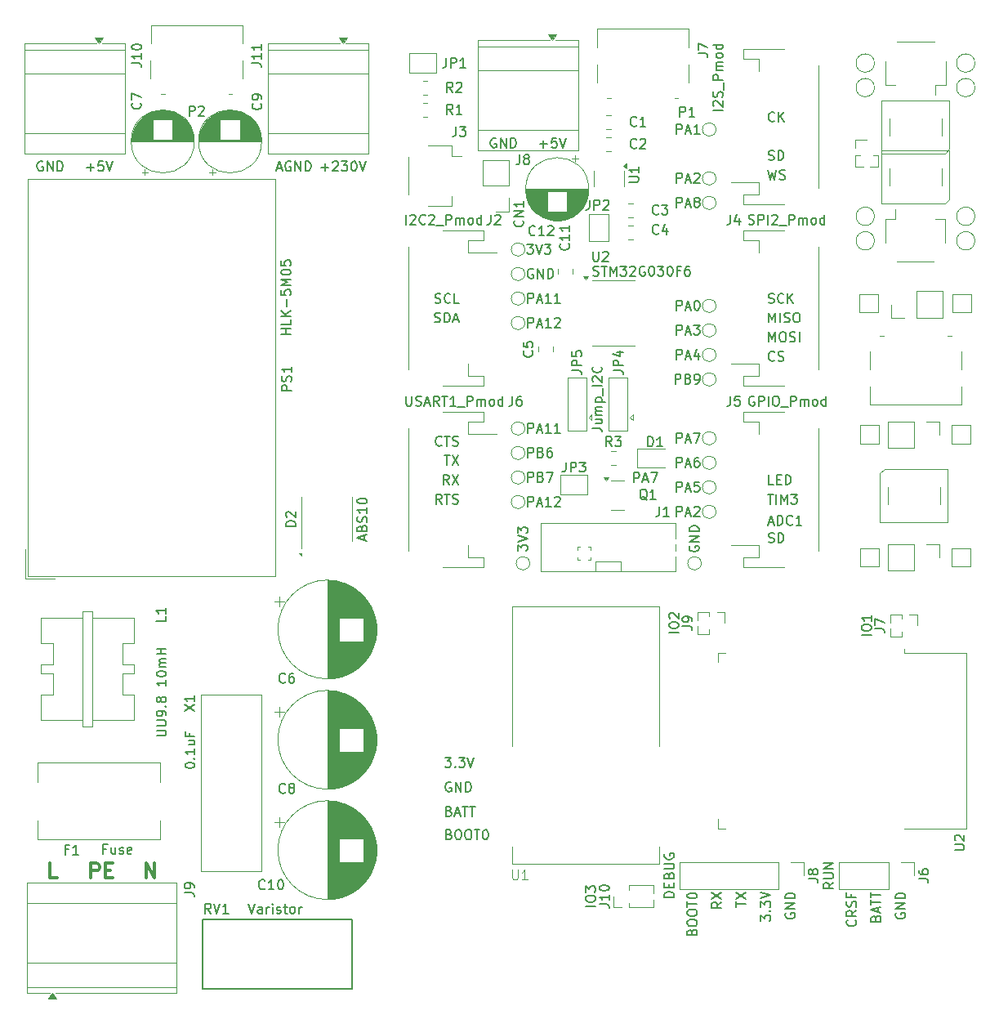
<source format=gto>
%TF.GenerationSoftware,KiCad,Pcbnew,9.0.2*%
%TF.CreationDate,2025-06-27T09:15:38+02:00*%
%TF.ProjectId,led_driver_220v_p3,6c65645f-6472-4697-9665-725f32323076,rev?*%
%TF.SameCoordinates,Original*%
%TF.FileFunction,Legend,Top*%
%TF.FilePolarity,Positive*%
%FSLAX46Y46*%
G04 Gerber Fmt 4.6, Leading zero omitted, Abs format (unit mm)*
G04 Created by KiCad (PCBNEW 9.0.2) date 2025-06-27 09:15:38*
%MOMM*%
%LPD*%
G01*
G04 APERTURE LIST*
%ADD10C,0.150000*%
%ADD11C,0.300000*%
%ADD12C,0.100000*%
%ADD13C,0.120000*%
G04 APERTURE END LIST*
D10*
X95158458Y-86454819D02*
X94825125Y-85978628D01*
X94587030Y-86454819D02*
X94587030Y-85454819D01*
X94587030Y-85454819D02*
X94967982Y-85454819D01*
X94967982Y-85454819D02*
X95063220Y-85502438D01*
X95063220Y-85502438D02*
X95110839Y-85550057D01*
X95110839Y-85550057D02*
X95158458Y-85645295D01*
X95158458Y-85645295D02*
X95158458Y-85788152D01*
X95158458Y-85788152D02*
X95110839Y-85883390D01*
X95110839Y-85883390D02*
X95063220Y-85931009D01*
X95063220Y-85931009D02*
X94967982Y-85978628D01*
X94967982Y-85978628D02*
X94587030Y-85978628D01*
X95491792Y-85454819D02*
X96158458Y-86454819D01*
X96158458Y-85454819D02*
X95491792Y-86454819D01*
X128336779Y-69654819D02*
X128336779Y-68654819D01*
X128336779Y-68654819D02*
X128670112Y-69369104D01*
X128670112Y-69369104D02*
X129003445Y-68654819D01*
X129003445Y-68654819D02*
X129003445Y-69654819D01*
X129479636Y-69654819D02*
X129479636Y-68654819D01*
X129908207Y-69607200D02*
X130051064Y-69654819D01*
X130051064Y-69654819D02*
X130289159Y-69654819D01*
X130289159Y-69654819D02*
X130384397Y-69607200D01*
X130384397Y-69607200D02*
X130432016Y-69559580D01*
X130432016Y-69559580D02*
X130479635Y-69464342D01*
X130479635Y-69464342D02*
X130479635Y-69369104D01*
X130479635Y-69369104D02*
X130432016Y-69273866D01*
X130432016Y-69273866D02*
X130384397Y-69226247D01*
X130384397Y-69226247D02*
X130289159Y-69178628D01*
X130289159Y-69178628D02*
X130098683Y-69131009D01*
X130098683Y-69131009D02*
X130003445Y-69083390D01*
X130003445Y-69083390D02*
X129955826Y-69035771D01*
X129955826Y-69035771D02*
X129908207Y-68940533D01*
X129908207Y-68940533D02*
X129908207Y-68845295D01*
X129908207Y-68845295D02*
X129955826Y-68750057D01*
X129955826Y-68750057D02*
X130003445Y-68702438D01*
X130003445Y-68702438D02*
X130098683Y-68654819D01*
X130098683Y-68654819D02*
X130336778Y-68654819D01*
X130336778Y-68654819D02*
X130479635Y-68702438D01*
X131098683Y-68654819D02*
X131289159Y-68654819D01*
X131289159Y-68654819D02*
X131384397Y-68702438D01*
X131384397Y-68702438D02*
X131479635Y-68797676D01*
X131479635Y-68797676D02*
X131527254Y-68988152D01*
X131527254Y-68988152D02*
X131527254Y-69321485D01*
X131527254Y-69321485D02*
X131479635Y-69511961D01*
X131479635Y-69511961D02*
X131384397Y-69607200D01*
X131384397Y-69607200D02*
X131289159Y-69654819D01*
X131289159Y-69654819D02*
X131098683Y-69654819D01*
X131098683Y-69654819D02*
X131003445Y-69607200D01*
X131003445Y-69607200D02*
X130908207Y-69511961D01*
X130908207Y-69511961D02*
X130860588Y-69321485D01*
X130860588Y-69321485D02*
X130860588Y-68988152D01*
X130860588Y-68988152D02*
X130908207Y-68797676D01*
X130908207Y-68797676D02*
X131003445Y-68702438D01*
X131003445Y-68702438D02*
X131098683Y-68654819D01*
X137285580Y-131578684D02*
X137333200Y-131626303D01*
X137333200Y-131626303D02*
X137380819Y-131769160D01*
X137380819Y-131769160D02*
X137380819Y-131864398D01*
X137380819Y-131864398D02*
X137333200Y-132007255D01*
X137333200Y-132007255D02*
X137237961Y-132102493D01*
X137237961Y-132102493D02*
X137142723Y-132150112D01*
X137142723Y-132150112D02*
X136952247Y-132197731D01*
X136952247Y-132197731D02*
X136809390Y-132197731D01*
X136809390Y-132197731D02*
X136618914Y-132150112D01*
X136618914Y-132150112D02*
X136523676Y-132102493D01*
X136523676Y-132102493D02*
X136428438Y-132007255D01*
X136428438Y-132007255D02*
X136380819Y-131864398D01*
X136380819Y-131864398D02*
X136380819Y-131769160D01*
X136380819Y-131769160D02*
X136428438Y-131626303D01*
X136428438Y-131626303D02*
X136476057Y-131578684D01*
X137380819Y-130578684D02*
X136904628Y-130912017D01*
X137380819Y-131150112D02*
X136380819Y-131150112D01*
X136380819Y-131150112D02*
X136380819Y-130769160D01*
X136380819Y-130769160D02*
X136428438Y-130673922D01*
X136428438Y-130673922D02*
X136476057Y-130626303D01*
X136476057Y-130626303D02*
X136571295Y-130578684D01*
X136571295Y-130578684D02*
X136714152Y-130578684D01*
X136714152Y-130578684D02*
X136809390Y-130626303D01*
X136809390Y-130626303D02*
X136857009Y-130673922D01*
X136857009Y-130673922D02*
X136904628Y-130769160D01*
X136904628Y-130769160D02*
X136904628Y-131150112D01*
X137333200Y-130197731D02*
X137380819Y-130054874D01*
X137380819Y-130054874D02*
X137380819Y-129816779D01*
X137380819Y-129816779D02*
X137333200Y-129721541D01*
X137333200Y-129721541D02*
X137285580Y-129673922D01*
X137285580Y-129673922D02*
X137190342Y-129626303D01*
X137190342Y-129626303D02*
X137095104Y-129626303D01*
X137095104Y-129626303D02*
X136999866Y-129673922D01*
X136999866Y-129673922D02*
X136952247Y-129721541D01*
X136952247Y-129721541D02*
X136904628Y-129816779D01*
X136904628Y-129816779D02*
X136857009Y-130007255D01*
X136857009Y-130007255D02*
X136809390Y-130102493D01*
X136809390Y-130102493D02*
X136761771Y-130150112D01*
X136761771Y-130150112D02*
X136666533Y-130197731D01*
X136666533Y-130197731D02*
X136571295Y-130197731D01*
X136571295Y-130197731D02*
X136476057Y-130150112D01*
X136476057Y-130150112D02*
X136428438Y-130102493D01*
X136428438Y-130102493D02*
X136380819Y-130007255D01*
X136380819Y-130007255D02*
X136380819Y-129769160D01*
X136380819Y-129769160D02*
X136428438Y-129626303D01*
X136857009Y-128864398D02*
X136857009Y-129197731D01*
X137380819Y-129197731D02*
X136380819Y-129197731D01*
X136380819Y-129197731D02*
X136380819Y-128721541D01*
X123410819Y-129721541D02*
X122934628Y-130054874D01*
X123410819Y-130292969D02*
X122410819Y-130292969D01*
X122410819Y-130292969D02*
X122410819Y-129912017D01*
X122410819Y-129912017D02*
X122458438Y-129816779D01*
X122458438Y-129816779D02*
X122506057Y-129769160D01*
X122506057Y-129769160D02*
X122601295Y-129721541D01*
X122601295Y-129721541D02*
X122744152Y-129721541D01*
X122744152Y-129721541D02*
X122839390Y-129769160D01*
X122839390Y-129769160D02*
X122887009Y-129816779D01*
X122887009Y-129816779D02*
X122934628Y-129912017D01*
X122934628Y-129912017D02*
X122934628Y-130292969D01*
X122410819Y-129388207D02*
X123410819Y-128721541D01*
X122410819Y-128721541D02*
X123410819Y-129388207D01*
X81924905Y-53585866D02*
X82686810Y-53585866D01*
X82305857Y-53966819D02*
X82305857Y-53204914D01*
X83115381Y-53062057D02*
X83163000Y-53014438D01*
X83163000Y-53014438D02*
X83258238Y-52966819D01*
X83258238Y-52966819D02*
X83496333Y-52966819D01*
X83496333Y-52966819D02*
X83591571Y-53014438D01*
X83591571Y-53014438D02*
X83639190Y-53062057D01*
X83639190Y-53062057D02*
X83686809Y-53157295D01*
X83686809Y-53157295D02*
X83686809Y-53252533D01*
X83686809Y-53252533D02*
X83639190Y-53395390D01*
X83639190Y-53395390D02*
X83067762Y-53966819D01*
X83067762Y-53966819D02*
X83686809Y-53966819D01*
X84020143Y-52966819D02*
X84639190Y-52966819D01*
X84639190Y-52966819D02*
X84305857Y-53347771D01*
X84305857Y-53347771D02*
X84448714Y-53347771D01*
X84448714Y-53347771D02*
X84543952Y-53395390D01*
X84543952Y-53395390D02*
X84591571Y-53443009D01*
X84591571Y-53443009D02*
X84639190Y-53538247D01*
X84639190Y-53538247D02*
X84639190Y-53776342D01*
X84639190Y-53776342D02*
X84591571Y-53871580D01*
X84591571Y-53871580D02*
X84543952Y-53919200D01*
X84543952Y-53919200D02*
X84448714Y-53966819D01*
X84448714Y-53966819D02*
X84163000Y-53966819D01*
X84163000Y-53966819D02*
X84067762Y-53919200D01*
X84067762Y-53919200D02*
X84020143Y-53871580D01*
X85258238Y-52966819D02*
X85353476Y-52966819D01*
X85353476Y-52966819D02*
X85448714Y-53014438D01*
X85448714Y-53014438D02*
X85496333Y-53062057D01*
X85496333Y-53062057D02*
X85543952Y-53157295D01*
X85543952Y-53157295D02*
X85591571Y-53347771D01*
X85591571Y-53347771D02*
X85591571Y-53585866D01*
X85591571Y-53585866D02*
X85543952Y-53776342D01*
X85543952Y-53776342D02*
X85496333Y-53871580D01*
X85496333Y-53871580D02*
X85448714Y-53919200D01*
X85448714Y-53919200D02*
X85353476Y-53966819D01*
X85353476Y-53966819D02*
X85258238Y-53966819D01*
X85258238Y-53966819D02*
X85163000Y-53919200D01*
X85163000Y-53919200D02*
X85115381Y-53871580D01*
X85115381Y-53871580D02*
X85067762Y-53776342D01*
X85067762Y-53776342D02*
X85020143Y-53585866D01*
X85020143Y-53585866D02*
X85020143Y-53347771D01*
X85020143Y-53347771D02*
X85067762Y-53157295D01*
X85067762Y-53157295D02*
X85115381Y-53062057D01*
X85115381Y-53062057D02*
X85163000Y-53014438D01*
X85163000Y-53014438D02*
X85258238Y-52966819D01*
X85877286Y-52966819D02*
X86210619Y-53966819D01*
X86210619Y-53966819D02*
X86543952Y-52966819D01*
X128336779Y-71654819D02*
X128336779Y-70654819D01*
X128336779Y-70654819D02*
X128670112Y-71369104D01*
X128670112Y-71369104D02*
X129003445Y-70654819D01*
X129003445Y-70654819D02*
X129003445Y-71654819D01*
X129670112Y-70654819D02*
X129860588Y-70654819D01*
X129860588Y-70654819D02*
X129955826Y-70702438D01*
X129955826Y-70702438D02*
X130051064Y-70797676D01*
X130051064Y-70797676D02*
X130098683Y-70988152D01*
X130098683Y-70988152D02*
X130098683Y-71321485D01*
X130098683Y-71321485D02*
X130051064Y-71511961D01*
X130051064Y-71511961D02*
X129955826Y-71607200D01*
X129955826Y-71607200D02*
X129860588Y-71654819D01*
X129860588Y-71654819D02*
X129670112Y-71654819D01*
X129670112Y-71654819D02*
X129574874Y-71607200D01*
X129574874Y-71607200D02*
X129479636Y-71511961D01*
X129479636Y-71511961D02*
X129432017Y-71321485D01*
X129432017Y-71321485D02*
X129432017Y-70988152D01*
X129432017Y-70988152D02*
X129479636Y-70797676D01*
X129479636Y-70797676D02*
X129574874Y-70702438D01*
X129574874Y-70702438D02*
X129670112Y-70654819D01*
X130479636Y-71607200D02*
X130622493Y-71654819D01*
X130622493Y-71654819D02*
X130860588Y-71654819D01*
X130860588Y-71654819D02*
X130955826Y-71607200D01*
X130955826Y-71607200D02*
X131003445Y-71559580D01*
X131003445Y-71559580D02*
X131051064Y-71464342D01*
X131051064Y-71464342D02*
X131051064Y-71369104D01*
X131051064Y-71369104D02*
X131003445Y-71273866D01*
X131003445Y-71273866D02*
X130955826Y-71226247D01*
X130955826Y-71226247D02*
X130860588Y-71178628D01*
X130860588Y-71178628D02*
X130670112Y-71131009D01*
X130670112Y-71131009D02*
X130574874Y-71083390D01*
X130574874Y-71083390D02*
X130527255Y-71035771D01*
X130527255Y-71035771D02*
X130479636Y-70940533D01*
X130479636Y-70940533D02*
X130479636Y-70845295D01*
X130479636Y-70845295D02*
X130527255Y-70750057D01*
X130527255Y-70750057D02*
X130574874Y-70702438D01*
X130574874Y-70702438D02*
X130670112Y-70654819D01*
X130670112Y-70654819D02*
X130908207Y-70654819D01*
X130908207Y-70654819D02*
X131051064Y-70702438D01*
X131479636Y-71654819D02*
X131479636Y-70654819D01*
X128812969Y-86454819D02*
X128336779Y-86454819D01*
X128336779Y-86454819D02*
X128336779Y-85454819D01*
X129146303Y-85931009D02*
X129479636Y-85931009D01*
X129622493Y-86454819D02*
X129146303Y-86454819D01*
X129146303Y-86454819D02*
X129146303Y-85454819D01*
X129146303Y-85454819D02*
X129622493Y-85454819D01*
X130051065Y-86454819D02*
X130051065Y-85454819D01*
X130051065Y-85454819D02*
X130289160Y-85454819D01*
X130289160Y-85454819D02*
X130432017Y-85502438D01*
X130432017Y-85502438D02*
X130527255Y-85597676D01*
X130527255Y-85597676D02*
X130574874Y-85692914D01*
X130574874Y-85692914D02*
X130622493Y-85883390D01*
X130622493Y-85883390D02*
X130622493Y-86026247D01*
X130622493Y-86026247D02*
X130574874Y-86216723D01*
X130574874Y-86216723D02*
X130527255Y-86311961D01*
X130527255Y-86311961D02*
X130432017Y-86407200D01*
X130432017Y-86407200D02*
X130289160Y-86454819D01*
X130289160Y-86454819D02*
X130051065Y-86454819D01*
X53048095Y-53014438D02*
X52952857Y-52966819D01*
X52952857Y-52966819D02*
X52810000Y-52966819D01*
X52810000Y-52966819D02*
X52667143Y-53014438D01*
X52667143Y-53014438D02*
X52571905Y-53109676D01*
X52571905Y-53109676D02*
X52524286Y-53204914D01*
X52524286Y-53204914D02*
X52476667Y-53395390D01*
X52476667Y-53395390D02*
X52476667Y-53538247D01*
X52476667Y-53538247D02*
X52524286Y-53728723D01*
X52524286Y-53728723D02*
X52571905Y-53823961D01*
X52571905Y-53823961D02*
X52667143Y-53919200D01*
X52667143Y-53919200D02*
X52810000Y-53966819D01*
X52810000Y-53966819D02*
X52905238Y-53966819D01*
X52905238Y-53966819D02*
X53048095Y-53919200D01*
X53048095Y-53919200D02*
X53095714Y-53871580D01*
X53095714Y-53871580D02*
X53095714Y-53538247D01*
X53095714Y-53538247D02*
X52905238Y-53538247D01*
X53524286Y-53966819D02*
X53524286Y-52966819D01*
X53524286Y-52966819D02*
X54095714Y-53966819D01*
X54095714Y-53966819D02*
X54095714Y-52966819D01*
X54571905Y-53966819D02*
X54571905Y-52966819D01*
X54571905Y-52966819D02*
X54810000Y-52966819D01*
X54810000Y-52966819D02*
X54952857Y-53014438D01*
X54952857Y-53014438D02*
X55048095Y-53109676D01*
X55048095Y-53109676D02*
X55095714Y-53204914D01*
X55095714Y-53204914D02*
X55143333Y-53395390D01*
X55143333Y-53395390D02*
X55143333Y-53538247D01*
X55143333Y-53538247D02*
X55095714Y-53728723D01*
X55095714Y-53728723D02*
X55048095Y-53823961D01*
X55048095Y-53823961D02*
X54952857Y-53919200D01*
X54952857Y-53919200D02*
X54810000Y-53966819D01*
X54810000Y-53966819D02*
X54571905Y-53966819D01*
X93729887Y-67607200D02*
X93872744Y-67654819D01*
X93872744Y-67654819D02*
X94110839Y-67654819D01*
X94110839Y-67654819D02*
X94206077Y-67607200D01*
X94206077Y-67607200D02*
X94253696Y-67559580D01*
X94253696Y-67559580D02*
X94301315Y-67464342D01*
X94301315Y-67464342D02*
X94301315Y-67369104D01*
X94301315Y-67369104D02*
X94253696Y-67273866D01*
X94253696Y-67273866D02*
X94206077Y-67226247D01*
X94206077Y-67226247D02*
X94110839Y-67178628D01*
X94110839Y-67178628D02*
X93920363Y-67131009D01*
X93920363Y-67131009D02*
X93825125Y-67083390D01*
X93825125Y-67083390D02*
X93777506Y-67035771D01*
X93777506Y-67035771D02*
X93729887Y-66940533D01*
X93729887Y-66940533D02*
X93729887Y-66845295D01*
X93729887Y-66845295D02*
X93777506Y-66750057D01*
X93777506Y-66750057D02*
X93825125Y-66702438D01*
X93825125Y-66702438D02*
X93920363Y-66654819D01*
X93920363Y-66654819D02*
X94158458Y-66654819D01*
X94158458Y-66654819D02*
X94301315Y-66702438D01*
X95301315Y-67559580D02*
X95253696Y-67607200D01*
X95253696Y-67607200D02*
X95110839Y-67654819D01*
X95110839Y-67654819D02*
X95015601Y-67654819D01*
X95015601Y-67654819D02*
X94872744Y-67607200D01*
X94872744Y-67607200D02*
X94777506Y-67511961D01*
X94777506Y-67511961D02*
X94729887Y-67416723D01*
X94729887Y-67416723D02*
X94682268Y-67226247D01*
X94682268Y-67226247D02*
X94682268Y-67083390D01*
X94682268Y-67083390D02*
X94729887Y-66892914D01*
X94729887Y-66892914D02*
X94777506Y-66797676D01*
X94777506Y-66797676D02*
X94872744Y-66702438D01*
X94872744Y-66702438D02*
X95015601Y-66654819D01*
X95015601Y-66654819D02*
X95110839Y-66654819D01*
X95110839Y-66654819D02*
X95253696Y-66702438D01*
X95253696Y-66702438D02*
X95301315Y-66750057D01*
X96206077Y-67654819D02*
X95729887Y-67654819D01*
X95729887Y-67654819D02*
X95729887Y-66654819D01*
X94682268Y-83454819D02*
X95253696Y-83454819D01*
X94967982Y-84454819D02*
X94967982Y-83454819D01*
X95491792Y-83454819D02*
X96158458Y-84454819D01*
X96158458Y-83454819D02*
X95491792Y-84454819D01*
X94396553Y-88454819D02*
X94063220Y-87978628D01*
X93825125Y-88454819D02*
X93825125Y-87454819D01*
X93825125Y-87454819D02*
X94206077Y-87454819D01*
X94206077Y-87454819D02*
X94301315Y-87502438D01*
X94301315Y-87502438D02*
X94348934Y-87550057D01*
X94348934Y-87550057D02*
X94396553Y-87645295D01*
X94396553Y-87645295D02*
X94396553Y-87788152D01*
X94396553Y-87788152D02*
X94348934Y-87883390D01*
X94348934Y-87883390D02*
X94301315Y-87931009D01*
X94301315Y-87931009D02*
X94206077Y-87978628D01*
X94206077Y-87978628D02*
X93825125Y-87978628D01*
X94682268Y-87454819D02*
X95253696Y-87454819D01*
X94967982Y-88454819D02*
X94967982Y-87454819D01*
X95539411Y-88407200D02*
X95682268Y-88454819D01*
X95682268Y-88454819D02*
X95920363Y-88454819D01*
X95920363Y-88454819D02*
X96015601Y-88407200D01*
X96015601Y-88407200D02*
X96063220Y-88359580D01*
X96063220Y-88359580D02*
X96110839Y-88264342D01*
X96110839Y-88264342D02*
X96110839Y-88169104D01*
X96110839Y-88169104D02*
X96063220Y-88073866D01*
X96063220Y-88073866D02*
X96015601Y-88026247D01*
X96015601Y-88026247D02*
X95920363Y-87978628D01*
X95920363Y-87978628D02*
X95729887Y-87931009D01*
X95729887Y-87931009D02*
X95634649Y-87883390D01*
X95634649Y-87883390D02*
X95587030Y-87835771D01*
X95587030Y-87835771D02*
X95539411Y-87740533D01*
X95539411Y-87740533D02*
X95539411Y-87645295D01*
X95539411Y-87645295D02*
X95587030Y-87550057D01*
X95587030Y-87550057D02*
X95634649Y-87502438D01*
X95634649Y-87502438D02*
X95729887Y-87454819D01*
X95729887Y-87454819D02*
X95967982Y-87454819D01*
X95967982Y-87454819D02*
X96110839Y-87502438D01*
X128241541Y-53854819D02*
X128479636Y-54854819D01*
X128479636Y-54854819D02*
X128670112Y-54140533D01*
X128670112Y-54140533D02*
X128860588Y-54854819D01*
X128860588Y-54854819D02*
X129098684Y-53854819D01*
X129432017Y-54807200D02*
X129574874Y-54854819D01*
X129574874Y-54854819D02*
X129812969Y-54854819D01*
X129812969Y-54854819D02*
X129908207Y-54807200D01*
X129908207Y-54807200D02*
X129955826Y-54759580D01*
X129955826Y-54759580D02*
X130003445Y-54664342D01*
X130003445Y-54664342D02*
X130003445Y-54569104D01*
X130003445Y-54569104D02*
X129955826Y-54473866D01*
X129955826Y-54473866D02*
X129908207Y-54426247D01*
X129908207Y-54426247D02*
X129812969Y-54378628D01*
X129812969Y-54378628D02*
X129622493Y-54331009D01*
X129622493Y-54331009D02*
X129527255Y-54283390D01*
X129527255Y-54283390D02*
X129479636Y-54235771D01*
X129479636Y-54235771D02*
X129432017Y-54140533D01*
X129432017Y-54140533D02*
X129432017Y-54045295D01*
X129432017Y-54045295D02*
X129479636Y-53950057D01*
X129479636Y-53950057D02*
X129527255Y-53902438D01*
X129527255Y-53902438D02*
X129622493Y-53854819D01*
X129622493Y-53854819D02*
X129860588Y-53854819D01*
X129860588Y-53854819D02*
X130003445Y-53902438D01*
X93682268Y-69607200D02*
X93825125Y-69654819D01*
X93825125Y-69654819D02*
X94063220Y-69654819D01*
X94063220Y-69654819D02*
X94158458Y-69607200D01*
X94158458Y-69607200D02*
X94206077Y-69559580D01*
X94206077Y-69559580D02*
X94253696Y-69464342D01*
X94253696Y-69464342D02*
X94253696Y-69369104D01*
X94253696Y-69369104D02*
X94206077Y-69273866D01*
X94206077Y-69273866D02*
X94158458Y-69226247D01*
X94158458Y-69226247D02*
X94063220Y-69178628D01*
X94063220Y-69178628D02*
X93872744Y-69131009D01*
X93872744Y-69131009D02*
X93777506Y-69083390D01*
X93777506Y-69083390D02*
X93729887Y-69035771D01*
X93729887Y-69035771D02*
X93682268Y-68940533D01*
X93682268Y-68940533D02*
X93682268Y-68845295D01*
X93682268Y-68845295D02*
X93729887Y-68750057D01*
X93729887Y-68750057D02*
X93777506Y-68702438D01*
X93777506Y-68702438D02*
X93872744Y-68654819D01*
X93872744Y-68654819D02*
X94110839Y-68654819D01*
X94110839Y-68654819D02*
X94253696Y-68702438D01*
X94682268Y-69654819D02*
X94682268Y-68654819D01*
X94682268Y-68654819D02*
X94920363Y-68654819D01*
X94920363Y-68654819D02*
X95063220Y-68702438D01*
X95063220Y-68702438D02*
X95158458Y-68797676D01*
X95158458Y-68797676D02*
X95206077Y-68892914D01*
X95206077Y-68892914D02*
X95253696Y-69083390D01*
X95253696Y-69083390D02*
X95253696Y-69226247D01*
X95253696Y-69226247D02*
X95206077Y-69416723D01*
X95206077Y-69416723D02*
X95158458Y-69511961D01*
X95158458Y-69511961D02*
X95063220Y-69607200D01*
X95063220Y-69607200D02*
X94920363Y-69654819D01*
X94920363Y-69654819D02*
X94682268Y-69654819D01*
X95634649Y-69369104D02*
X96110839Y-69369104D01*
X95539411Y-69654819D02*
X95872744Y-68654819D01*
X95872744Y-68654819D02*
X96206077Y-69654819D01*
X95178112Y-122696009D02*
X95320969Y-122743628D01*
X95320969Y-122743628D02*
X95368588Y-122791247D01*
X95368588Y-122791247D02*
X95416207Y-122886485D01*
X95416207Y-122886485D02*
X95416207Y-123029342D01*
X95416207Y-123029342D02*
X95368588Y-123124580D01*
X95368588Y-123124580D02*
X95320969Y-123172200D01*
X95320969Y-123172200D02*
X95225731Y-123219819D01*
X95225731Y-123219819D02*
X94844779Y-123219819D01*
X94844779Y-123219819D02*
X94844779Y-122219819D01*
X94844779Y-122219819D02*
X95178112Y-122219819D01*
X95178112Y-122219819D02*
X95273350Y-122267438D01*
X95273350Y-122267438D02*
X95320969Y-122315057D01*
X95320969Y-122315057D02*
X95368588Y-122410295D01*
X95368588Y-122410295D02*
X95368588Y-122505533D01*
X95368588Y-122505533D02*
X95320969Y-122600771D01*
X95320969Y-122600771D02*
X95273350Y-122648390D01*
X95273350Y-122648390D02*
X95178112Y-122696009D01*
X95178112Y-122696009D02*
X94844779Y-122696009D01*
X96035255Y-122219819D02*
X96225731Y-122219819D01*
X96225731Y-122219819D02*
X96320969Y-122267438D01*
X96320969Y-122267438D02*
X96416207Y-122362676D01*
X96416207Y-122362676D02*
X96463826Y-122553152D01*
X96463826Y-122553152D02*
X96463826Y-122886485D01*
X96463826Y-122886485D02*
X96416207Y-123076961D01*
X96416207Y-123076961D02*
X96320969Y-123172200D01*
X96320969Y-123172200D02*
X96225731Y-123219819D01*
X96225731Y-123219819D02*
X96035255Y-123219819D01*
X96035255Y-123219819D02*
X95940017Y-123172200D01*
X95940017Y-123172200D02*
X95844779Y-123076961D01*
X95844779Y-123076961D02*
X95797160Y-122886485D01*
X95797160Y-122886485D02*
X95797160Y-122553152D01*
X95797160Y-122553152D02*
X95844779Y-122362676D01*
X95844779Y-122362676D02*
X95940017Y-122267438D01*
X95940017Y-122267438D02*
X96035255Y-122219819D01*
X97082874Y-122219819D02*
X97273350Y-122219819D01*
X97273350Y-122219819D02*
X97368588Y-122267438D01*
X97368588Y-122267438D02*
X97463826Y-122362676D01*
X97463826Y-122362676D02*
X97511445Y-122553152D01*
X97511445Y-122553152D02*
X97511445Y-122886485D01*
X97511445Y-122886485D02*
X97463826Y-123076961D01*
X97463826Y-123076961D02*
X97368588Y-123172200D01*
X97368588Y-123172200D02*
X97273350Y-123219819D01*
X97273350Y-123219819D02*
X97082874Y-123219819D01*
X97082874Y-123219819D02*
X96987636Y-123172200D01*
X96987636Y-123172200D02*
X96892398Y-123076961D01*
X96892398Y-123076961D02*
X96844779Y-122886485D01*
X96844779Y-122886485D02*
X96844779Y-122553152D01*
X96844779Y-122553152D02*
X96892398Y-122362676D01*
X96892398Y-122362676D02*
X96987636Y-122267438D01*
X96987636Y-122267438D02*
X97082874Y-122219819D01*
X97797160Y-122219819D02*
X98368588Y-122219819D01*
X98082874Y-123219819D02*
X98082874Y-122219819D01*
X98892398Y-122219819D02*
X98987636Y-122219819D01*
X98987636Y-122219819D02*
X99082874Y-122267438D01*
X99082874Y-122267438D02*
X99130493Y-122315057D01*
X99130493Y-122315057D02*
X99178112Y-122410295D01*
X99178112Y-122410295D02*
X99225731Y-122600771D01*
X99225731Y-122600771D02*
X99225731Y-122838866D01*
X99225731Y-122838866D02*
X99178112Y-123029342D01*
X99178112Y-123029342D02*
X99130493Y-123124580D01*
X99130493Y-123124580D02*
X99082874Y-123172200D01*
X99082874Y-123172200D02*
X98987636Y-123219819D01*
X98987636Y-123219819D02*
X98892398Y-123219819D01*
X98892398Y-123219819D02*
X98797160Y-123172200D01*
X98797160Y-123172200D02*
X98749541Y-123124580D01*
X98749541Y-123124580D02*
X98701922Y-123029342D01*
X98701922Y-123029342D02*
X98654303Y-122838866D01*
X98654303Y-122838866D02*
X98654303Y-122600771D01*
X98654303Y-122600771D02*
X98701922Y-122410295D01*
X98701922Y-122410295D02*
X98749541Y-122315057D01*
X98749541Y-122315057D02*
X98797160Y-122267438D01*
X98797160Y-122267438D02*
X98892398Y-122219819D01*
X104589286Y-51172866D02*
X105351191Y-51172866D01*
X104970238Y-51553819D02*
X104970238Y-50791914D01*
X106303571Y-50553819D02*
X105827381Y-50553819D01*
X105827381Y-50553819D02*
X105779762Y-51030009D01*
X105779762Y-51030009D02*
X105827381Y-50982390D01*
X105827381Y-50982390D02*
X105922619Y-50934771D01*
X105922619Y-50934771D02*
X106160714Y-50934771D01*
X106160714Y-50934771D02*
X106255952Y-50982390D01*
X106255952Y-50982390D02*
X106303571Y-51030009D01*
X106303571Y-51030009D02*
X106351190Y-51125247D01*
X106351190Y-51125247D02*
X106351190Y-51363342D01*
X106351190Y-51363342D02*
X106303571Y-51458580D01*
X106303571Y-51458580D02*
X106255952Y-51506200D01*
X106255952Y-51506200D02*
X106160714Y-51553819D01*
X106160714Y-51553819D02*
X105922619Y-51553819D01*
X105922619Y-51553819D02*
X105827381Y-51506200D01*
X105827381Y-51506200D02*
X105779762Y-51458580D01*
X106636905Y-50553819D02*
X106970238Y-51553819D01*
X106970238Y-51553819D02*
X107303571Y-50553819D01*
X128908207Y-48759580D02*
X128860588Y-48807200D01*
X128860588Y-48807200D02*
X128717731Y-48854819D01*
X128717731Y-48854819D02*
X128622493Y-48854819D01*
X128622493Y-48854819D02*
X128479636Y-48807200D01*
X128479636Y-48807200D02*
X128384398Y-48711961D01*
X128384398Y-48711961D02*
X128336779Y-48616723D01*
X128336779Y-48616723D02*
X128289160Y-48426247D01*
X128289160Y-48426247D02*
X128289160Y-48283390D01*
X128289160Y-48283390D02*
X128336779Y-48092914D01*
X128336779Y-48092914D02*
X128384398Y-47997676D01*
X128384398Y-47997676D02*
X128479636Y-47902438D01*
X128479636Y-47902438D02*
X128622493Y-47854819D01*
X128622493Y-47854819D02*
X128717731Y-47854819D01*
X128717731Y-47854819D02*
X128860588Y-47902438D01*
X128860588Y-47902438D02*
X128908207Y-47950057D01*
X129336779Y-48854819D02*
X129336779Y-47854819D01*
X129908207Y-48854819D02*
X129479636Y-48283390D01*
X129908207Y-47854819D02*
X129336779Y-48426247D01*
X141508438Y-130864398D02*
X141460819Y-130959636D01*
X141460819Y-130959636D02*
X141460819Y-131102493D01*
X141460819Y-131102493D02*
X141508438Y-131245350D01*
X141508438Y-131245350D02*
X141603676Y-131340588D01*
X141603676Y-131340588D02*
X141698914Y-131388207D01*
X141698914Y-131388207D02*
X141889390Y-131435826D01*
X141889390Y-131435826D02*
X142032247Y-131435826D01*
X142032247Y-131435826D02*
X142222723Y-131388207D01*
X142222723Y-131388207D02*
X142317961Y-131340588D01*
X142317961Y-131340588D02*
X142413200Y-131245350D01*
X142413200Y-131245350D02*
X142460819Y-131102493D01*
X142460819Y-131102493D02*
X142460819Y-131007255D01*
X142460819Y-131007255D02*
X142413200Y-130864398D01*
X142413200Y-130864398D02*
X142365580Y-130816779D01*
X142365580Y-130816779D02*
X142032247Y-130816779D01*
X142032247Y-130816779D02*
X142032247Y-131007255D01*
X142460819Y-130388207D02*
X141460819Y-130388207D01*
X141460819Y-130388207D02*
X142460819Y-129816779D01*
X142460819Y-129816779D02*
X141460819Y-129816779D01*
X142460819Y-129340588D02*
X141460819Y-129340588D01*
X141460819Y-129340588D02*
X141460819Y-129102493D01*
X141460819Y-129102493D02*
X141508438Y-128959636D01*
X141508438Y-128959636D02*
X141603676Y-128864398D01*
X141603676Y-128864398D02*
X141698914Y-128816779D01*
X141698914Y-128816779D02*
X141889390Y-128769160D01*
X141889390Y-128769160D02*
X142032247Y-128769160D01*
X142032247Y-128769160D02*
X142222723Y-128816779D01*
X142222723Y-128816779D02*
X142317961Y-128864398D01*
X142317961Y-128864398D02*
X142413200Y-128959636D01*
X142413200Y-128959636D02*
X142460819Y-129102493D01*
X142460819Y-129102493D02*
X142460819Y-129340588D01*
X128241541Y-53854819D02*
X128479636Y-54854819D01*
X128479636Y-54854819D02*
X128670112Y-54140533D01*
X128670112Y-54140533D02*
X128860588Y-54854819D01*
X128860588Y-54854819D02*
X129098684Y-53854819D01*
X129432017Y-54807200D02*
X129574874Y-54854819D01*
X129574874Y-54854819D02*
X129812969Y-54854819D01*
X129812969Y-54854819D02*
X129908207Y-54807200D01*
X129908207Y-54807200D02*
X129955826Y-54759580D01*
X129955826Y-54759580D02*
X130003445Y-54664342D01*
X130003445Y-54664342D02*
X130003445Y-54569104D01*
X130003445Y-54569104D02*
X129955826Y-54473866D01*
X129955826Y-54473866D02*
X129908207Y-54426247D01*
X129908207Y-54426247D02*
X129812969Y-54378628D01*
X129812969Y-54378628D02*
X129622493Y-54331009D01*
X129622493Y-54331009D02*
X129527255Y-54283390D01*
X129527255Y-54283390D02*
X129479636Y-54235771D01*
X129479636Y-54235771D02*
X129432017Y-54140533D01*
X129432017Y-54140533D02*
X129432017Y-54045295D01*
X129432017Y-54045295D02*
X129479636Y-53950057D01*
X129479636Y-53950057D02*
X129527255Y-53902438D01*
X129527255Y-53902438D02*
X129622493Y-53854819D01*
X129622493Y-53854819D02*
X129860588Y-53854819D01*
X129860588Y-53854819D02*
X130003445Y-53902438D01*
X94396553Y-82359580D02*
X94348934Y-82407200D01*
X94348934Y-82407200D02*
X94206077Y-82454819D01*
X94206077Y-82454819D02*
X94110839Y-82454819D01*
X94110839Y-82454819D02*
X93967982Y-82407200D01*
X93967982Y-82407200D02*
X93872744Y-82311961D01*
X93872744Y-82311961D02*
X93825125Y-82216723D01*
X93825125Y-82216723D02*
X93777506Y-82026247D01*
X93777506Y-82026247D02*
X93777506Y-81883390D01*
X93777506Y-81883390D02*
X93825125Y-81692914D01*
X93825125Y-81692914D02*
X93872744Y-81597676D01*
X93872744Y-81597676D02*
X93967982Y-81502438D01*
X93967982Y-81502438D02*
X94110839Y-81454819D01*
X94110839Y-81454819D02*
X94206077Y-81454819D01*
X94206077Y-81454819D02*
X94348934Y-81502438D01*
X94348934Y-81502438D02*
X94396553Y-81550057D01*
X94682268Y-81454819D02*
X95253696Y-81454819D01*
X94967982Y-82454819D02*
X94967982Y-81454819D01*
X95539411Y-82407200D02*
X95682268Y-82454819D01*
X95682268Y-82454819D02*
X95920363Y-82454819D01*
X95920363Y-82454819D02*
X96015601Y-82407200D01*
X96015601Y-82407200D02*
X96063220Y-82359580D01*
X96063220Y-82359580D02*
X96110839Y-82264342D01*
X96110839Y-82264342D02*
X96110839Y-82169104D01*
X96110839Y-82169104D02*
X96063220Y-82073866D01*
X96063220Y-82073866D02*
X96015601Y-82026247D01*
X96015601Y-82026247D02*
X95920363Y-81978628D01*
X95920363Y-81978628D02*
X95729887Y-81931009D01*
X95729887Y-81931009D02*
X95634649Y-81883390D01*
X95634649Y-81883390D02*
X95587030Y-81835771D01*
X95587030Y-81835771D02*
X95539411Y-81740533D01*
X95539411Y-81740533D02*
X95539411Y-81645295D01*
X95539411Y-81645295D02*
X95587030Y-81550057D01*
X95587030Y-81550057D02*
X95634649Y-81502438D01*
X95634649Y-81502438D02*
X95729887Y-81454819D01*
X95729887Y-81454819D02*
X95967982Y-81454819D01*
X95967982Y-81454819D02*
X96110839Y-81502438D01*
X130078438Y-130864398D02*
X130030819Y-130959636D01*
X130030819Y-130959636D02*
X130030819Y-131102493D01*
X130030819Y-131102493D02*
X130078438Y-131245350D01*
X130078438Y-131245350D02*
X130173676Y-131340588D01*
X130173676Y-131340588D02*
X130268914Y-131388207D01*
X130268914Y-131388207D02*
X130459390Y-131435826D01*
X130459390Y-131435826D02*
X130602247Y-131435826D01*
X130602247Y-131435826D02*
X130792723Y-131388207D01*
X130792723Y-131388207D02*
X130887961Y-131340588D01*
X130887961Y-131340588D02*
X130983200Y-131245350D01*
X130983200Y-131245350D02*
X131030819Y-131102493D01*
X131030819Y-131102493D02*
X131030819Y-131007255D01*
X131030819Y-131007255D02*
X130983200Y-130864398D01*
X130983200Y-130864398D02*
X130935580Y-130816779D01*
X130935580Y-130816779D02*
X130602247Y-130816779D01*
X130602247Y-130816779D02*
X130602247Y-131007255D01*
X131030819Y-130388207D02*
X130030819Y-130388207D01*
X130030819Y-130388207D02*
X131030819Y-129816779D01*
X131030819Y-129816779D02*
X130030819Y-129816779D01*
X131030819Y-129340588D02*
X130030819Y-129340588D01*
X130030819Y-129340588D02*
X130030819Y-129102493D01*
X130030819Y-129102493D02*
X130078438Y-128959636D01*
X130078438Y-128959636D02*
X130173676Y-128864398D01*
X130173676Y-128864398D02*
X130268914Y-128816779D01*
X130268914Y-128816779D02*
X130459390Y-128769160D01*
X130459390Y-128769160D02*
X130602247Y-128769160D01*
X130602247Y-128769160D02*
X130792723Y-128816779D01*
X130792723Y-128816779D02*
X130887961Y-128864398D01*
X130887961Y-128864398D02*
X130983200Y-128959636D01*
X130983200Y-128959636D02*
X131030819Y-129102493D01*
X131030819Y-129102493D02*
X131030819Y-129340588D01*
X128289160Y-52807200D02*
X128432017Y-52854819D01*
X128432017Y-52854819D02*
X128670112Y-52854819D01*
X128670112Y-52854819D02*
X128765350Y-52807200D01*
X128765350Y-52807200D02*
X128812969Y-52759580D01*
X128812969Y-52759580D02*
X128860588Y-52664342D01*
X128860588Y-52664342D02*
X128860588Y-52569104D01*
X128860588Y-52569104D02*
X128812969Y-52473866D01*
X128812969Y-52473866D02*
X128765350Y-52426247D01*
X128765350Y-52426247D02*
X128670112Y-52378628D01*
X128670112Y-52378628D02*
X128479636Y-52331009D01*
X128479636Y-52331009D02*
X128384398Y-52283390D01*
X128384398Y-52283390D02*
X128336779Y-52235771D01*
X128336779Y-52235771D02*
X128289160Y-52140533D01*
X128289160Y-52140533D02*
X128289160Y-52045295D01*
X128289160Y-52045295D02*
X128336779Y-51950057D01*
X128336779Y-51950057D02*
X128384398Y-51902438D01*
X128384398Y-51902438D02*
X128479636Y-51854819D01*
X128479636Y-51854819D02*
X128717731Y-51854819D01*
X128717731Y-51854819D02*
X128860588Y-51902438D01*
X129289160Y-52854819D02*
X129289160Y-51854819D01*
X129289160Y-51854819D02*
X129527255Y-51854819D01*
X129527255Y-51854819D02*
X129670112Y-51902438D01*
X129670112Y-51902438D02*
X129765350Y-51997676D01*
X129765350Y-51997676D02*
X129812969Y-52092914D01*
X129812969Y-52092914D02*
X129860588Y-52283390D01*
X129860588Y-52283390D02*
X129860588Y-52426247D01*
X129860588Y-52426247D02*
X129812969Y-52616723D01*
X129812969Y-52616723D02*
X129765350Y-52711961D01*
X129765350Y-52711961D02*
X129670112Y-52807200D01*
X129670112Y-52807200D02*
X129527255Y-52854819D01*
X129527255Y-52854819D02*
X129289160Y-52854819D01*
D11*
X58067571Y-127176828D02*
X58067571Y-125676828D01*
X58067571Y-125676828D02*
X58639000Y-125676828D01*
X58639000Y-125676828D02*
X58781857Y-125748257D01*
X58781857Y-125748257D02*
X58853286Y-125819685D01*
X58853286Y-125819685D02*
X58924714Y-125962542D01*
X58924714Y-125962542D02*
X58924714Y-126176828D01*
X58924714Y-126176828D02*
X58853286Y-126319685D01*
X58853286Y-126319685D02*
X58781857Y-126391114D01*
X58781857Y-126391114D02*
X58639000Y-126462542D01*
X58639000Y-126462542D02*
X58067571Y-126462542D01*
X59567571Y-126391114D02*
X60067571Y-126391114D01*
X60281857Y-127176828D02*
X59567571Y-127176828D01*
X59567571Y-127176828D02*
X59567571Y-125676828D01*
X59567571Y-125676828D02*
X60281857Y-125676828D01*
D10*
X100033095Y-50601438D02*
X99937857Y-50553819D01*
X99937857Y-50553819D02*
X99795000Y-50553819D01*
X99795000Y-50553819D02*
X99652143Y-50601438D01*
X99652143Y-50601438D02*
X99556905Y-50696676D01*
X99556905Y-50696676D02*
X99509286Y-50791914D01*
X99509286Y-50791914D02*
X99461667Y-50982390D01*
X99461667Y-50982390D02*
X99461667Y-51125247D01*
X99461667Y-51125247D02*
X99509286Y-51315723D01*
X99509286Y-51315723D02*
X99556905Y-51410961D01*
X99556905Y-51410961D02*
X99652143Y-51506200D01*
X99652143Y-51506200D02*
X99795000Y-51553819D01*
X99795000Y-51553819D02*
X99890238Y-51553819D01*
X99890238Y-51553819D02*
X100033095Y-51506200D01*
X100033095Y-51506200D02*
X100080714Y-51458580D01*
X100080714Y-51458580D02*
X100080714Y-51125247D01*
X100080714Y-51125247D02*
X99890238Y-51125247D01*
X100509286Y-51553819D02*
X100509286Y-50553819D01*
X100509286Y-50553819D02*
X101080714Y-51553819D01*
X101080714Y-51553819D02*
X101080714Y-50553819D01*
X101556905Y-51553819D02*
X101556905Y-50553819D01*
X101556905Y-50553819D02*
X101795000Y-50553819D01*
X101795000Y-50553819D02*
X101937857Y-50601438D01*
X101937857Y-50601438D02*
X102033095Y-50696676D01*
X102033095Y-50696676D02*
X102080714Y-50791914D01*
X102080714Y-50791914D02*
X102128333Y-50982390D01*
X102128333Y-50982390D02*
X102128333Y-51125247D01*
X102128333Y-51125247D02*
X102080714Y-51315723D01*
X102080714Y-51315723D02*
X102033095Y-51410961D01*
X102033095Y-51410961D02*
X101937857Y-51506200D01*
X101937857Y-51506200D02*
X101795000Y-51553819D01*
X101795000Y-51553819D02*
X101556905Y-51553819D01*
X124950819Y-130197731D02*
X124950819Y-129626303D01*
X125950819Y-129912017D02*
X124950819Y-129912017D01*
X124950819Y-129388207D02*
X125950819Y-128721541D01*
X124950819Y-128721541D02*
X125950819Y-129388207D01*
D11*
X63790428Y-127176828D02*
X63790428Y-125676828D01*
X63790428Y-125676828D02*
X64647571Y-127176828D01*
X64647571Y-127176828D02*
X64647571Y-125676828D01*
D10*
X95178112Y-120283009D02*
X95320969Y-120330628D01*
X95320969Y-120330628D02*
X95368588Y-120378247D01*
X95368588Y-120378247D02*
X95416207Y-120473485D01*
X95416207Y-120473485D02*
X95416207Y-120616342D01*
X95416207Y-120616342D02*
X95368588Y-120711580D01*
X95368588Y-120711580D02*
X95320969Y-120759200D01*
X95320969Y-120759200D02*
X95225731Y-120806819D01*
X95225731Y-120806819D02*
X94844779Y-120806819D01*
X94844779Y-120806819D02*
X94844779Y-119806819D01*
X94844779Y-119806819D02*
X95178112Y-119806819D01*
X95178112Y-119806819D02*
X95273350Y-119854438D01*
X95273350Y-119854438D02*
X95320969Y-119902057D01*
X95320969Y-119902057D02*
X95368588Y-119997295D01*
X95368588Y-119997295D02*
X95368588Y-120092533D01*
X95368588Y-120092533D02*
X95320969Y-120187771D01*
X95320969Y-120187771D02*
X95273350Y-120235390D01*
X95273350Y-120235390D02*
X95178112Y-120283009D01*
X95178112Y-120283009D02*
X94844779Y-120283009D01*
X95797160Y-120521104D02*
X96273350Y-120521104D01*
X95701922Y-120806819D02*
X96035255Y-119806819D01*
X96035255Y-119806819D02*
X96368588Y-120806819D01*
X96559065Y-119806819D02*
X97130493Y-119806819D01*
X96844779Y-120806819D02*
X96844779Y-119806819D01*
X97320970Y-119806819D02*
X97892398Y-119806819D01*
X97606684Y-120806819D02*
X97606684Y-119806819D01*
X128289160Y-92407200D02*
X128432017Y-92454819D01*
X128432017Y-92454819D02*
X128670112Y-92454819D01*
X128670112Y-92454819D02*
X128765350Y-92407200D01*
X128765350Y-92407200D02*
X128812969Y-92359580D01*
X128812969Y-92359580D02*
X128860588Y-92264342D01*
X128860588Y-92264342D02*
X128860588Y-92169104D01*
X128860588Y-92169104D02*
X128812969Y-92073866D01*
X128812969Y-92073866D02*
X128765350Y-92026247D01*
X128765350Y-92026247D02*
X128670112Y-91978628D01*
X128670112Y-91978628D02*
X128479636Y-91931009D01*
X128479636Y-91931009D02*
X128384398Y-91883390D01*
X128384398Y-91883390D02*
X128336779Y-91835771D01*
X128336779Y-91835771D02*
X128289160Y-91740533D01*
X128289160Y-91740533D02*
X128289160Y-91645295D01*
X128289160Y-91645295D02*
X128336779Y-91550057D01*
X128336779Y-91550057D02*
X128384398Y-91502438D01*
X128384398Y-91502438D02*
X128479636Y-91454819D01*
X128479636Y-91454819D02*
X128717731Y-91454819D01*
X128717731Y-91454819D02*
X128860588Y-91502438D01*
X129289160Y-92454819D02*
X129289160Y-91454819D01*
X129289160Y-91454819D02*
X129527255Y-91454819D01*
X129527255Y-91454819D02*
X129670112Y-91502438D01*
X129670112Y-91502438D02*
X129765350Y-91597676D01*
X129765350Y-91597676D02*
X129812969Y-91692914D01*
X129812969Y-91692914D02*
X129860588Y-91883390D01*
X129860588Y-91883390D02*
X129860588Y-92026247D01*
X129860588Y-92026247D02*
X129812969Y-92216723D01*
X129812969Y-92216723D02*
X129765350Y-92311961D01*
X129765350Y-92311961D02*
X129670112Y-92407200D01*
X129670112Y-92407200D02*
X129527255Y-92454819D01*
X129527255Y-92454819D02*
X129289160Y-92454819D01*
X57604286Y-53585866D02*
X58366191Y-53585866D01*
X57985238Y-53966819D02*
X57985238Y-53204914D01*
X59318571Y-52966819D02*
X58842381Y-52966819D01*
X58842381Y-52966819D02*
X58794762Y-53443009D01*
X58794762Y-53443009D02*
X58842381Y-53395390D01*
X58842381Y-53395390D02*
X58937619Y-53347771D01*
X58937619Y-53347771D02*
X59175714Y-53347771D01*
X59175714Y-53347771D02*
X59270952Y-53395390D01*
X59270952Y-53395390D02*
X59318571Y-53443009D01*
X59318571Y-53443009D02*
X59366190Y-53538247D01*
X59366190Y-53538247D02*
X59366190Y-53776342D01*
X59366190Y-53776342D02*
X59318571Y-53871580D01*
X59318571Y-53871580D02*
X59270952Y-53919200D01*
X59270952Y-53919200D02*
X59175714Y-53966819D01*
X59175714Y-53966819D02*
X58937619Y-53966819D01*
X58937619Y-53966819D02*
X58842381Y-53919200D01*
X58842381Y-53919200D02*
X58794762Y-53871580D01*
X59651905Y-52966819D02*
X59985238Y-53966819D01*
X59985238Y-53966819D02*
X60318571Y-52966819D01*
X120347009Y-132816779D02*
X120394628Y-132673922D01*
X120394628Y-132673922D02*
X120442247Y-132626303D01*
X120442247Y-132626303D02*
X120537485Y-132578684D01*
X120537485Y-132578684D02*
X120680342Y-132578684D01*
X120680342Y-132578684D02*
X120775580Y-132626303D01*
X120775580Y-132626303D02*
X120823200Y-132673922D01*
X120823200Y-132673922D02*
X120870819Y-132769160D01*
X120870819Y-132769160D02*
X120870819Y-133150112D01*
X120870819Y-133150112D02*
X119870819Y-133150112D01*
X119870819Y-133150112D02*
X119870819Y-132816779D01*
X119870819Y-132816779D02*
X119918438Y-132721541D01*
X119918438Y-132721541D02*
X119966057Y-132673922D01*
X119966057Y-132673922D02*
X120061295Y-132626303D01*
X120061295Y-132626303D02*
X120156533Y-132626303D01*
X120156533Y-132626303D02*
X120251771Y-132673922D01*
X120251771Y-132673922D02*
X120299390Y-132721541D01*
X120299390Y-132721541D02*
X120347009Y-132816779D01*
X120347009Y-132816779D02*
X120347009Y-133150112D01*
X119870819Y-131959636D02*
X119870819Y-131769160D01*
X119870819Y-131769160D02*
X119918438Y-131673922D01*
X119918438Y-131673922D02*
X120013676Y-131578684D01*
X120013676Y-131578684D02*
X120204152Y-131531065D01*
X120204152Y-131531065D02*
X120537485Y-131531065D01*
X120537485Y-131531065D02*
X120727961Y-131578684D01*
X120727961Y-131578684D02*
X120823200Y-131673922D01*
X120823200Y-131673922D02*
X120870819Y-131769160D01*
X120870819Y-131769160D02*
X120870819Y-131959636D01*
X120870819Y-131959636D02*
X120823200Y-132054874D01*
X120823200Y-132054874D02*
X120727961Y-132150112D01*
X120727961Y-132150112D02*
X120537485Y-132197731D01*
X120537485Y-132197731D02*
X120204152Y-132197731D01*
X120204152Y-132197731D02*
X120013676Y-132150112D01*
X120013676Y-132150112D02*
X119918438Y-132054874D01*
X119918438Y-132054874D02*
X119870819Y-131959636D01*
X119870819Y-130912017D02*
X119870819Y-130721541D01*
X119870819Y-130721541D02*
X119918438Y-130626303D01*
X119918438Y-130626303D02*
X120013676Y-130531065D01*
X120013676Y-130531065D02*
X120204152Y-130483446D01*
X120204152Y-130483446D02*
X120537485Y-130483446D01*
X120537485Y-130483446D02*
X120727961Y-130531065D01*
X120727961Y-130531065D02*
X120823200Y-130626303D01*
X120823200Y-130626303D02*
X120870819Y-130721541D01*
X120870819Y-130721541D02*
X120870819Y-130912017D01*
X120870819Y-130912017D02*
X120823200Y-131007255D01*
X120823200Y-131007255D02*
X120727961Y-131102493D01*
X120727961Y-131102493D02*
X120537485Y-131150112D01*
X120537485Y-131150112D02*
X120204152Y-131150112D01*
X120204152Y-131150112D02*
X120013676Y-131102493D01*
X120013676Y-131102493D02*
X119918438Y-131007255D01*
X119918438Y-131007255D02*
X119870819Y-130912017D01*
X119870819Y-130197731D02*
X119870819Y-129626303D01*
X120870819Y-129912017D02*
X119870819Y-129912017D01*
X119870819Y-129102493D02*
X119870819Y-129007255D01*
X119870819Y-129007255D02*
X119918438Y-128912017D01*
X119918438Y-128912017D02*
X119966057Y-128864398D01*
X119966057Y-128864398D02*
X120061295Y-128816779D01*
X120061295Y-128816779D02*
X120251771Y-128769160D01*
X120251771Y-128769160D02*
X120489866Y-128769160D01*
X120489866Y-128769160D02*
X120680342Y-128816779D01*
X120680342Y-128816779D02*
X120775580Y-128864398D01*
X120775580Y-128864398D02*
X120823200Y-128912017D01*
X120823200Y-128912017D02*
X120870819Y-129007255D01*
X120870819Y-129007255D02*
X120870819Y-129102493D01*
X120870819Y-129102493D02*
X120823200Y-129197731D01*
X120823200Y-129197731D02*
X120775580Y-129245350D01*
X120775580Y-129245350D02*
X120680342Y-129292969D01*
X120680342Y-129292969D02*
X120489866Y-129340588D01*
X120489866Y-129340588D02*
X120251771Y-129340588D01*
X120251771Y-129340588D02*
X120061295Y-129292969D01*
X120061295Y-129292969D02*
X119966057Y-129245350D01*
X119966057Y-129245350D02*
X119918438Y-129197731D01*
X119918438Y-129197731D02*
X119870819Y-129102493D01*
X128289160Y-90369104D02*
X128765350Y-90369104D01*
X128193922Y-90654819D02*
X128527255Y-89654819D01*
X128527255Y-89654819D02*
X128860588Y-90654819D01*
X129193922Y-90654819D02*
X129193922Y-89654819D01*
X129193922Y-89654819D02*
X129432017Y-89654819D01*
X129432017Y-89654819D02*
X129574874Y-89702438D01*
X129574874Y-89702438D02*
X129670112Y-89797676D01*
X129670112Y-89797676D02*
X129717731Y-89892914D01*
X129717731Y-89892914D02*
X129765350Y-90083390D01*
X129765350Y-90083390D02*
X129765350Y-90226247D01*
X129765350Y-90226247D02*
X129717731Y-90416723D01*
X129717731Y-90416723D02*
X129670112Y-90511961D01*
X129670112Y-90511961D02*
X129574874Y-90607200D01*
X129574874Y-90607200D02*
X129432017Y-90654819D01*
X129432017Y-90654819D02*
X129193922Y-90654819D01*
X130765350Y-90559580D02*
X130717731Y-90607200D01*
X130717731Y-90607200D02*
X130574874Y-90654819D01*
X130574874Y-90654819D02*
X130479636Y-90654819D01*
X130479636Y-90654819D02*
X130336779Y-90607200D01*
X130336779Y-90607200D02*
X130241541Y-90511961D01*
X130241541Y-90511961D02*
X130193922Y-90416723D01*
X130193922Y-90416723D02*
X130146303Y-90226247D01*
X130146303Y-90226247D02*
X130146303Y-90083390D01*
X130146303Y-90083390D02*
X130193922Y-89892914D01*
X130193922Y-89892914D02*
X130241541Y-89797676D01*
X130241541Y-89797676D02*
X130336779Y-89702438D01*
X130336779Y-89702438D02*
X130479636Y-89654819D01*
X130479636Y-89654819D02*
X130574874Y-89654819D01*
X130574874Y-89654819D02*
X130717731Y-89702438D01*
X130717731Y-89702438D02*
X130765350Y-89750057D01*
X131717731Y-90654819D02*
X131146303Y-90654819D01*
X131432017Y-90654819D02*
X131432017Y-89654819D01*
X131432017Y-89654819D02*
X131336779Y-89797676D01*
X131336779Y-89797676D02*
X131241541Y-89892914D01*
X131241541Y-89892914D02*
X131146303Y-89940533D01*
X128193922Y-87454819D02*
X128765350Y-87454819D01*
X128479636Y-88454819D02*
X128479636Y-87454819D01*
X129098684Y-88454819D02*
X129098684Y-87454819D01*
X129574874Y-88454819D02*
X129574874Y-87454819D01*
X129574874Y-87454819D02*
X129908207Y-88169104D01*
X129908207Y-88169104D02*
X130241540Y-87454819D01*
X130241540Y-87454819D02*
X130241540Y-88454819D01*
X130622493Y-87454819D02*
X131241540Y-87454819D01*
X131241540Y-87454819D02*
X130908207Y-87835771D01*
X130908207Y-87835771D02*
X131051064Y-87835771D01*
X131051064Y-87835771D02*
X131146302Y-87883390D01*
X131146302Y-87883390D02*
X131193921Y-87931009D01*
X131193921Y-87931009D02*
X131241540Y-88026247D01*
X131241540Y-88026247D02*
X131241540Y-88264342D01*
X131241540Y-88264342D02*
X131193921Y-88359580D01*
X131193921Y-88359580D02*
X131146302Y-88407200D01*
X131146302Y-88407200D02*
X131051064Y-88454819D01*
X131051064Y-88454819D02*
X130765350Y-88454819D01*
X130765350Y-88454819D02*
X130670112Y-88407200D01*
X130670112Y-88407200D02*
X130622493Y-88359580D01*
D11*
X54523285Y-127176828D02*
X53808999Y-127176828D01*
X53808999Y-127176828D02*
X53808999Y-125676828D01*
D10*
X128908207Y-73559580D02*
X128860588Y-73607200D01*
X128860588Y-73607200D02*
X128717731Y-73654819D01*
X128717731Y-73654819D02*
X128622493Y-73654819D01*
X128622493Y-73654819D02*
X128479636Y-73607200D01*
X128479636Y-73607200D02*
X128384398Y-73511961D01*
X128384398Y-73511961D02*
X128336779Y-73416723D01*
X128336779Y-73416723D02*
X128289160Y-73226247D01*
X128289160Y-73226247D02*
X128289160Y-73083390D01*
X128289160Y-73083390D02*
X128336779Y-72892914D01*
X128336779Y-72892914D02*
X128384398Y-72797676D01*
X128384398Y-72797676D02*
X128479636Y-72702438D01*
X128479636Y-72702438D02*
X128622493Y-72654819D01*
X128622493Y-72654819D02*
X128717731Y-72654819D01*
X128717731Y-72654819D02*
X128860588Y-72702438D01*
X128860588Y-72702438D02*
X128908207Y-72750057D01*
X129289160Y-73607200D02*
X129432017Y-73654819D01*
X129432017Y-73654819D02*
X129670112Y-73654819D01*
X129670112Y-73654819D02*
X129765350Y-73607200D01*
X129765350Y-73607200D02*
X129812969Y-73559580D01*
X129812969Y-73559580D02*
X129860588Y-73464342D01*
X129860588Y-73464342D02*
X129860588Y-73369104D01*
X129860588Y-73369104D02*
X129812969Y-73273866D01*
X129812969Y-73273866D02*
X129765350Y-73226247D01*
X129765350Y-73226247D02*
X129670112Y-73178628D01*
X129670112Y-73178628D02*
X129479636Y-73131009D01*
X129479636Y-73131009D02*
X129384398Y-73083390D01*
X129384398Y-73083390D02*
X129336779Y-73035771D01*
X129336779Y-73035771D02*
X129289160Y-72940533D01*
X129289160Y-72940533D02*
X129289160Y-72845295D01*
X129289160Y-72845295D02*
X129336779Y-72750057D01*
X129336779Y-72750057D02*
X129384398Y-72702438D01*
X129384398Y-72702438D02*
X129479636Y-72654819D01*
X129479636Y-72654819D02*
X129717731Y-72654819D01*
X129717731Y-72654819D02*
X129860588Y-72702438D01*
X95368588Y-117314438D02*
X95273350Y-117266819D01*
X95273350Y-117266819D02*
X95130493Y-117266819D01*
X95130493Y-117266819D02*
X94987636Y-117314438D01*
X94987636Y-117314438D02*
X94892398Y-117409676D01*
X94892398Y-117409676D02*
X94844779Y-117504914D01*
X94844779Y-117504914D02*
X94797160Y-117695390D01*
X94797160Y-117695390D02*
X94797160Y-117838247D01*
X94797160Y-117838247D02*
X94844779Y-118028723D01*
X94844779Y-118028723D02*
X94892398Y-118123961D01*
X94892398Y-118123961D02*
X94987636Y-118219200D01*
X94987636Y-118219200D02*
X95130493Y-118266819D01*
X95130493Y-118266819D02*
X95225731Y-118266819D01*
X95225731Y-118266819D02*
X95368588Y-118219200D01*
X95368588Y-118219200D02*
X95416207Y-118171580D01*
X95416207Y-118171580D02*
X95416207Y-117838247D01*
X95416207Y-117838247D02*
X95225731Y-117838247D01*
X95844779Y-118266819D02*
X95844779Y-117266819D01*
X95844779Y-117266819D02*
X96416207Y-118266819D01*
X96416207Y-118266819D02*
X96416207Y-117266819D01*
X96892398Y-118266819D02*
X96892398Y-117266819D01*
X96892398Y-117266819D02*
X97130493Y-117266819D01*
X97130493Y-117266819D02*
X97273350Y-117314438D01*
X97273350Y-117314438D02*
X97368588Y-117409676D01*
X97368588Y-117409676D02*
X97416207Y-117504914D01*
X97416207Y-117504914D02*
X97463826Y-117695390D01*
X97463826Y-117695390D02*
X97463826Y-117838247D01*
X97463826Y-117838247D02*
X97416207Y-118028723D01*
X97416207Y-118028723D02*
X97368588Y-118123961D01*
X97368588Y-118123961D02*
X97273350Y-118219200D01*
X97273350Y-118219200D02*
X97130493Y-118266819D01*
X97130493Y-118266819D02*
X96892398Y-118266819D01*
X114339779Y-86224819D02*
X114339779Y-85224819D01*
X114339779Y-85224819D02*
X114720731Y-85224819D01*
X114720731Y-85224819D02*
X114815969Y-85272438D01*
X114815969Y-85272438D02*
X114863588Y-85320057D01*
X114863588Y-85320057D02*
X114911207Y-85415295D01*
X114911207Y-85415295D02*
X114911207Y-85558152D01*
X114911207Y-85558152D02*
X114863588Y-85653390D01*
X114863588Y-85653390D02*
X114815969Y-85701009D01*
X114815969Y-85701009D02*
X114720731Y-85748628D01*
X114720731Y-85748628D02*
X114339779Y-85748628D01*
X115292160Y-85939104D02*
X115768350Y-85939104D01*
X115196922Y-86224819D02*
X115530255Y-85224819D01*
X115530255Y-85224819D02*
X115863588Y-86224819D01*
X116101684Y-85224819D02*
X116768350Y-85224819D01*
X116768350Y-85224819D02*
X116339779Y-86224819D01*
X139397009Y-131388208D02*
X139444628Y-131245351D01*
X139444628Y-131245351D02*
X139492247Y-131197732D01*
X139492247Y-131197732D02*
X139587485Y-131150113D01*
X139587485Y-131150113D02*
X139730342Y-131150113D01*
X139730342Y-131150113D02*
X139825580Y-131197732D01*
X139825580Y-131197732D02*
X139873200Y-131245351D01*
X139873200Y-131245351D02*
X139920819Y-131340589D01*
X139920819Y-131340589D02*
X139920819Y-131721541D01*
X139920819Y-131721541D02*
X138920819Y-131721541D01*
X138920819Y-131721541D02*
X138920819Y-131388208D01*
X138920819Y-131388208D02*
X138968438Y-131292970D01*
X138968438Y-131292970D02*
X139016057Y-131245351D01*
X139016057Y-131245351D02*
X139111295Y-131197732D01*
X139111295Y-131197732D02*
X139206533Y-131197732D01*
X139206533Y-131197732D02*
X139301771Y-131245351D01*
X139301771Y-131245351D02*
X139349390Y-131292970D01*
X139349390Y-131292970D02*
X139397009Y-131388208D01*
X139397009Y-131388208D02*
X139397009Y-131721541D01*
X139635104Y-130769160D02*
X139635104Y-130292970D01*
X139920819Y-130864398D02*
X138920819Y-130531065D01*
X138920819Y-130531065D02*
X139920819Y-130197732D01*
X138920819Y-130007255D02*
X138920819Y-129435827D01*
X139920819Y-129721541D02*
X138920819Y-129721541D01*
X138920819Y-129245350D02*
X138920819Y-128673922D01*
X139920819Y-128959636D02*
X138920819Y-128959636D01*
X127490819Y-131673921D02*
X127490819Y-131054874D01*
X127490819Y-131054874D02*
X127871771Y-131388207D01*
X127871771Y-131388207D02*
X127871771Y-131245350D01*
X127871771Y-131245350D02*
X127919390Y-131150112D01*
X127919390Y-131150112D02*
X127967009Y-131102493D01*
X127967009Y-131102493D02*
X128062247Y-131054874D01*
X128062247Y-131054874D02*
X128300342Y-131054874D01*
X128300342Y-131054874D02*
X128395580Y-131102493D01*
X128395580Y-131102493D02*
X128443200Y-131150112D01*
X128443200Y-131150112D02*
X128490819Y-131245350D01*
X128490819Y-131245350D02*
X128490819Y-131531064D01*
X128490819Y-131531064D02*
X128443200Y-131626302D01*
X128443200Y-131626302D02*
X128395580Y-131673921D01*
X128395580Y-130626302D02*
X128443200Y-130578683D01*
X128443200Y-130578683D02*
X128490819Y-130626302D01*
X128490819Y-130626302D02*
X128443200Y-130673921D01*
X128443200Y-130673921D02*
X128395580Y-130626302D01*
X128395580Y-130626302D02*
X128490819Y-130626302D01*
X127490819Y-130245350D02*
X127490819Y-129626303D01*
X127490819Y-129626303D02*
X127871771Y-129959636D01*
X127871771Y-129959636D02*
X127871771Y-129816779D01*
X127871771Y-129816779D02*
X127919390Y-129721541D01*
X127919390Y-129721541D02*
X127967009Y-129673922D01*
X127967009Y-129673922D02*
X128062247Y-129626303D01*
X128062247Y-129626303D02*
X128300342Y-129626303D01*
X128300342Y-129626303D02*
X128395580Y-129673922D01*
X128395580Y-129673922D02*
X128443200Y-129721541D01*
X128443200Y-129721541D02*
X128490819Y-129816779D01*
X128490819Y-129816779D02*
X128490819Y-130102493D01*
X128490819Y-130102493D02*
X128443200Y-130197731D01*
X128443200Y-130197731D02*
X128395580Y-130245350D01*
X127490819Y-129340588D02*
X128490819Y-129007255D01*
X128490819Y-129007255D02*
X127490819Y-128673922D01*
X94749541Y-114726819D02*
X95368588Y-114726819D01*
X95368588Y-114726819D02*
X95035255Y-115107771D01*
X95035255Y-115107771D02*
X95178112Y-115107771D01*
X95178112Y-115107771D02*
X95273350Y-115155390D01*
X95273350Y-115155390D02*
X95320969Y-115203009D01*
X95320969Y-115203009D02*
X95368588Y-115298247D01*
X95368588Y-115298247D02*
X95368588Y-115536342D01*
X95368588Y-115536342D02*
X95320969Y-115631580D01*
X95320969Y-115631580D02*
X95273350Y-115679200D01*
X95273350Y-115679200D02*
X95178112Y-115726819D01*
X95178112Y-115726819D02*
X94892398Y-115726819D01*
X94892398Y-115726819D02*
X94797160Y-115679200D01*
X94797160Y-115679200D02*
X94749541Y-115631580D01*
X95797160Y-115631580D02*
X95844779Y-115679200D01*
X95844779Y-115679200D02*
X95797160Y-115726819D01*
X95797160Y-115726819D02*
X95749541Y-115679200D01*
X95749541Y-115679200D02*
X95797160Y-115631580D01*
X95797160Y-115631580D02*
X95797160Y-115726819D01*
X96178112Y-114726819D02*
X96797159Y-114726819D01*
X96797159Y-114726819D02*
X96463826Y-115107771D01*
X96463826Y-115107771D02*
X96606683Y-115107771D01*
X96606683Y-115107771D02*
X96701921Y-115155390D01*
X96701921Y-115155390D02*
X96749540Y-115203009D01*
X96749540Y-115203009D02*
X96797159Y-115298247D01*
X96797159Y-115298247D02*
X96797159Y-115536342D01*
X96797159Y-115536342D02*
X96749540Y-115631580D01*
X96749540Y-115631580D02*
X96701921Y-115679200D01*
X96701921Y-115679200D02*
X96606683Y-115726819D01*
X96606683Y-115726819D02*
X96320969Y-115726819D01*
X96320969Y-115726819D02*
X96225731Y-115679200D01*
X96225731Y-115679200D02*
X96178112Y-115631580D01*
X97082874Y-114726819D02*
X97416207Y-115726819D01*
X97416207Y-115726819D02*
X97749540Y-114726819D01*
X77321095Y-53681104D02*
X77797285Y-53681104D01*
X77225857Y-53966819D02*
X77559190Y-52966819D01*
X77559190Y-52966819D02*
X77892523Y-53966819D01*
X78749666Y-53014438D02*
X78654428Y-52966819D01*
X78654428Y-52966819D02*
X78511571Y-52966819D01*
X78511571Y-52966819D02*
X78368714Y-53014438D01*
X78368714Y-53014438D02*
X78273476Y-53109676D01*
X78273476Y-53109676D02*
X78225857Y-53204914D01*
X78225857Y-53204914D02*
X78178238Y-53395390D01*
X78178238Y-53395390D02*
X78178238Y-53538247D01*
X78178238Y-53538247D02*
X78225857Y-53728723D01*
X78225857Y-53728723D02*
X78273476Y-53823961D01*
X78273476Y-53823961D02*
X78368714Y-53919200D01*
X78368714Y-53919200D02*
X78511571Y-53966819D01*
X78511571Y-53966819D02*
X78606809Y-53966819D01*
X78606809Y-53966819D02*
X78749666Y-53919200D01*
X78749666Y-53919200D02*
X78797285Y-53871580D01*
X78797285Y-53871580D02*
X78797285Y-53538247D01*
X78797285Y-53538247D02*
X78606809Y-53538247D01*
X79225857Y-53966819D02*
X79225857Y-52966819D01*
X79225857Y-52966819D02*
X79797285Y-53966819D01*
X79797285Y-53966819D02*
X79797285Y-52966819D01*
X80273476Y-53966819D02*
X80273476Y-52966819D01*
X80273476Y-52966819D02*
X80511571Y-52966819D01*
X80511571Y-52966819D02*
X80654428Y-53014438D01*
X80654428Y-53014438D02*
X80749666Y-53109676D01*
X80749666Y-53109676D02*
X80797285Y-53204914D01*
X80797285Y-53204914D02*
X80844904Y-53395390D01*
X80844904Y-53395390D02*
X80844904Y-53538247D01*
X80844904Y-53538247D02*
X80797285Y-53728723D01*
X80797285Y-53728723D02*
X80749666Y-53823961D01*
X80749666Y-53823961D02*
X80654428Y-53919200D01*
X80654428Y-53919200D02*
X80511571Y-53966819D01*
X80511571Y-53966819D02*
X80273476Y-53966819D01*
X128289160Y-67607200D02*
X128432017Y-67654819D01*
X128432017Y-67654819D02*
X128670112Y-67654819D01*
X128670112Y-67654819D02*
X128765350Y-67607200D01*
X128765350Y-67607200D02*
X128812969Y-67559580D01*
X128812969Y-67559580D02*
X128860588Y-67464342D01*
X128860588Y-67464342D02*
X128860588Y-67369104D01*
X128860588Y-67369104D02*
X128812969Y-67273866D01*
X128812969Y-67273866D02*
X128765350Y-67226247D01*
X128765350Y-67226247D02*
X128670112Y-67178628D01*
X128670112Y-67178628D02*
X128479636Y-67131009D01*
X128479636Y-67131009D02*
X128384398Y-67083390D01*
X128384398Y-67083390D02*
X128336779Y-67035771D01*
X128336779Y-67035771D02*
X128289160Y-66940533D01*
X128289160Y-66940533D02*
X128289160Y-66845295D01*
X128289160Y-66845295D02*
X128336779Y-66750057D01*
X128336779Y-66750057D02*
X128384398Y-66702438D01*
X128384398Y-66702438D02*
X128479636Y-66654819D01*
X128479636Y-66654819D02*
X128717731Y-66654819D01*
X128717731Y-66654819D02*
X128860588Y-66702438D01*
X129860588Y-67559580D02*
X129812969Y-67607200D01*
X129812969Y-67607200D02*
X129670112Y-67654819D01*
X129670112Y-67654819D02*
X129574874Y-67654819D01*
X129574874Y-67654819D02*
X129432017Y-67607200D01*
X129432017Y-67607200D02*
X129336779Y-67511961D01*
X129336779Y-67511961D02*
X129289160Y-67416723D01*
X129289160Y-67416723D02*
X129241541Y-67226247D01*
X129241541Y-67226247D02*
X129241541Y-67083390D01*
X129241541Y-67083390D02*
X129289160Y-66892914D01*
X129289160Y-66892914D02*
X129336779Y-66797676D01*
X129336779Y-66797676D02*
X129432017Y-66702438D01*
X129432017Y-66702438D02*
X129574874Y-66654819D01*
X129574874Y-66654819D02*
X129670112Y-66654819D01*
X129670112Y-66654819D02*
X129812969Y-66702438D01*
X129812969Y-66702438D02*
X129860588Y-66750057D01*
X130289160Y-67654819D02*
X130289160Y-66654819D01*
X130860588Y-67654819D02*
X130432017Y-67083390D01*
X130860588Y-66654819D02*
X130289160Y-67226247D01*
X109740666Y-56980819D02*
X109740666Y-57695104D01*
X109740666Y-57695104D02*
X109693047Y-57837961D01*
X109693047Y-57837961D02*
X109597809Y-57933200D01*
X109597809Y-57933200D02*
X109454952Y-57980819D01*
X109454952Y-57980819D02*
X109359714Y-57980819D01*
X110216857Y-57980819D02*
X110216857Y-56980819D01*
X110216857Y-56980819D02*
X110597809Y-56980819D01*
X110597809Y-56980819D02*
X110693047Y-57028438D01*
X110693047Y-57028438D02*
X110740666Y-57076057D01*
X110740666Y-57076057D02*
X110788285Y-57171295D01*
X110788285Y-57171295D02*
X110788285Y-57314152D01*
X110788285Y-57314152D02*
X110740666Y-57409390D01*
X110740666Y-57409390D02*
X110693047Y-57457009D01*
X110693047Y-57457009D02*
X110597809Y-57504628D01*
X110597809Y-57504628D02*
X110216857Y-57504628D01*
X111169238Y-57076057D02*
X111216857Y-57028438D01*
X111216857Y-57028438D02*
X111312095Y-56980819D01*
X111312095Y-56980819D02*
X111550190Y-56980819D01*
X111550190Y-56980819D02*
X111645428Y-57028438D01*
X111645428Y-57028438D02*
X111693047Y-57076057D01*
X111693047Y-57076057D02*
X111740666Y-57171295D01*
X111740666Y-57171295D02*
X111740666Y-57266533D01*
X111740666Y-57266533D02*
X111693047Y-57409390D01*
X111693047Y-57409390D02*
X111121619Y-57980819D01*
X111121619Y-57980819D02*
X111740666Y-57980819D01*
D12*
X101734895Y-126362619D02*
X101734895Y-127172142D01*
X101734895Y-127172142D02*
X101782514Y-127267380D01*
X101782514Y-127267380D02*
X101830133Y-127315000D01*
X101830133Y-127315000D02*
X101925371Y-127362619D01*
X101925371Y-127362619D02*
X102115847Y-127362619D01*
X102115847Y-127362619D02*
X102211085Y-127315000D01*
X102211085Y-127315000D02*
X102258704Y-127267380D01*
X102258704Y-127267380D02*
X102306323Y-127172142D01*
X102306323Y-127172142D02*
X102306323Y-126362619D01*
X103306323Y-127362619D02*
X102734895Y-127362619D01*
X103020609Y-127362619D02*
X103020609Y-126362619D01*
X103020609Y-126362619D02*
X102925371Y-126505476D01*
X102925371Y-126505476D02*
X102830133Y-126600714D01*
X102830133Y-126600714D02*
X102734895Y-126648333D01*
D10*
X107300666Y-84136819D02*
X107300666Y-84851104D01*
X107300666Y-84851104D02*
X107253047Y-84993961D01*
X107253047Y-84993961D02*
X107157809Y-85089200D01*
X107157809Y-85089200D02*
X107014952Y-85136819D01*
X107014952Y-85136819D02*
X106919714Y-85136819D01*
X107776857Y-85136819D02*
X107776857Y-84136819D01*
X107776857Y-84136819D02*
X108157809Y-84136819D01*
X108157809Y-84136819D02*
X108253047Y-84184438D01*
X108253047Y-84184438D02*
X108300666Y-84232057D01*
X108300666Y-84232057D02*
X108348285Y-84327295D01*
X108348285Y-84327295D02*
X108348285Y-84470152D01*
X108348285Y-84470152D02*
X108300666Y-84565390D01*
X108300666Y-84565390D02*
X108253047Y-84613009D01*
X108253047Y-84613009D02*
X108157809Y-84660628D01*
X108157809Y-84660628D02*
X107776857Y-84660628D01*
X108681619Y-84136819D02*
X109300666Y-84136819D01*
X109300666Y-84136819D02*
X108967333Y-84517771D01*
X108967333Y-84517771D02*
X109110190Y-84517771D01*
X109110190Y-84517771D02*
X109205428Y-84565390D01*
X109205428Y-84565390D02*
X109253047Y-84613009D01*
X109253047Y-84613009D02*
X109300666Y-84708247D01*
X109300666Y-84708247D02*
X109300666Y-84946342D01*
X109300666Y-84946342D02*
X109253047Y-85041580D01*
X109253047Y-85041580D02*
X109205428Y-85089200D01*
X109205428Y-85089200D02*
X109110190Y-85136819D01*
X109110190Y-85136819D02*
X108824476Y-85136819D01*
X108824476Y-85136819D02*
X108729238Y-85089200D01*
X108729238Y-85089200D02*
X108681619Y-85041580D01*
X76077942Y-128294380D02*
X76030323Y-128342000D01*
X76030323Y-128342000D02*
X75887466Y-128389619D01*
X75887466Y-128389619D02*
X75792228Y-128389619D01*
X75792228Y-128389619D02*
X75649371Y-128342000D01*
X75649371Y-128342000D02*
X75554133Y-128246761D01*
X75554133Y-128246761D02*
X75506514Y-128151523D01*
X75506514Y-128151523D02*
X75458895Y-127961047D01*
X75458895Y-127961047D02*
X75458895Y-127818190D01*
X75458895Y-127818190D02*
X75506514Y-127627714D01*
X75506514Y-127627714D02*
X75554133Y-127532476D01*
X75554133Y-127532476D02*
X75649371Y-127437238D01*
X75649371Y-127437238D02*
X75792228Y-127389619D01*
X75792228Y-127389619D02*
X75887466Y-127389619D01*
X75887466Y-127389619D02*
X76030323Y-127437238D01*
X76030323Y-127437238D02*
X76077942Y-127484857D01*
X77030323Y-128389619D02*
X76458895Y-128389619D01*
X76744609Y-128389619D02*
X76744609Y-127389619D01*
X76744609Y-127389619D02*
X76649371Y-127532476D01*
X76649371Y-127532476D02*
X76554133Y-127627714D01*
X76554133Y-127627714D02*
X76458895Y-127675333D01*
X77649371Y-127389619D02*
X77744609Y-127389619D01*
X77744609Y-127389619D02*
X77839847Y-127437238D01*
X77839847Y-127437238D02*
X77887466Y-127484857D01*
X77887466Y-127484857D02*
X77935085Y-127580095D01*
X77935085Y-127580095D02*
X77982704Y-127770571D01*
X77982704Y-127770571D02*
X77982704Y-128008666D01*
X77982704Y-128008666D02*
X77935085Y-128199142D01*
X77935085Y-128199142D02*
X77887466Y-128294380D01*
X77887466Y-128294380D02*
X77839847Y-128342000D01*
X77839847Y-128342000D02*
X77744609Y-128389619D01*
X77744609Y-128389619D02*
X77649371Y-128389619D01*
X77649371Y-128389619D02*
X77554133Y-128342000D01*
X77554133Y-128342000D02*
X77506514Y-128294380D01*
X77506514Y-128294380D02*
X77458895Y-128199142D01*
X77458895Y-128199142D02*
X77411276Y-128008666D01*
X77411276Y-128008666D02*
X77411276Y-127770571D01*
X77411276Y-127770571D02*
X77458895Y-127580095D01*
X77458895Y-127580095D02*
X77506514Y-127484857D01*
X77506514Y-127484857D02*
X77554133Y-127437238D01*
X77554133Y-127437238D02*
X77649371Y-127389619D01*
X110116895Y-62314819D02*
X110116895Y-63124342D01*
X110116895Y-63124342D02*
X110164514Y-63219580D01*
X110164514Y-63219580D02*
X110212133Y-63267200D01*
X110212133Y-63267200D02*
X110307371Y-63314819D01*
X110307371Y-63314819D02*
X110497847Y-63314819D01*
X110497847Y-63314819D02*
X110593085Y-63267200D01*
X110593085Y-63267200D02*
X110640704Y-63219580D01*
X110640704Y-63219580D02*
X110688323Y-63124342D01*
X110688323Y-63124342D02*
X110688323Y-62314819D01*
X111116895Y-62410057D02*
X111164514Y-62362438D01*
X111164514Y-62362438D02*
X111259752Y-62314819D01*
X111259752Y-62314819D02*
X111497847Y-62314819D01*
X111497847Y-62314819D02*
X111593085Y-62362438D01*
X111593085Y-62362438D02*
X111640704Y-62410057D01*
X111640704Y-62410057D02*
X111688323Y-62505295D01*
X111688323Y-62505295D02*
X111688323Y-62600533D01*
X111688323Y-62600533D02*
X111640704Y-62743390D01*
X111640704Y-62743390D02*
X111069276Y-63314819D01*
X111069276Y-63314819D02*
X111688323Y-63314819D01*
X110122190Y-64791200D02*
X110265047Y-64838819D01*
X110265047Y-64838819D02*
X110503142Y-64838819D01*
X110503142Y-64838819D02*
X110598380Y-64791200D01*
X110598380Y-64791200D02*
X110645999Y-64743580D01*
X110645999Y-64743580D02*
X110693618Y-64648342D01*
X110693618Y-64648342D02*
X110693618Y-64553104D01*
X110693618Y-64553104D02*
X110645999Y-64457866D01*
X110645999Y-64457866D02*
X110598380Y-64410247D01*
X110598380Y-64410247D02*
X110503142Y-64362628D01*
X110503142Y-64362628D02*
X110312666Y-64315009D01*
X110312666Y-64315009D02*
X110217428Y-64267390D01*
X110217428Y-64267390D02*
X110169809Y-64219771D01*
X110169809Y-64219771D02*
X110122190Y-64124533D01*
X110122190Y-64124533D02*
X110122190Y-64029295D01*
X110122190Y-64029295D02*
X110169809Y-63934057D01*
X110169809Y-63934057D02*
X110217428Y-63886438D01*
X110217428Y-63886438D02*
X110312666Y-63838819D01*
X110312666Y-63838819D02*
X110550761Y-63838819D01*
X110550761Y-63838819D02*
X110693618Y-63886438D01*
X110979333Y-63838819D02*
X111550761Y-63838819D01*
X111265047Y-64838819D02*
X111265047Y-63838819D01*
X111884095Y-64838819D02*
X111884095Y-63838819D01*
X111884095Y-63838819D02*
X112217428Y-64553104D01*
X112217428Y-64553104D02*
X112550761Y-63838819D01*
X112550761Y-63838819D02*
X112550761Y-64838819D01*
X112931714Y-63838819D02*
X113550761Y-63838819D01*
X113550761Y-63838819D02*
X113217428Y-64219771D01*
X113217428Y-64219771D02*
X113360285Y-64219771D01*
X113360285Y-64219771D02*
X113455523Y-64267390D01*
X113455523Y-64267390D02*
X113503142Y-64315009D01*
X113503142Y-64315009D02*
X113550761Y-64410247D01*
X113550761Y-64410247D02*
X113550761Y-64648342D01*
X113550761Y-64648342D02*
X113503142Y-64743580D01*
X113503142Y-64743580D02*
X113455523Y-64791200D01*
X113455523Y-64791200D02*
X113360285Y-64838819D01*
X113360285Y-64838819D02*
X113074571Y-64838819D01*
X113074571Y-64838819D02*
X112979333Y-64791200D01*
X112979333Y-64791200D02*
X112931714Y-64743580D01*
X113931714Y-63934057D02*
X113979333Y-63886438D01*
X113979333Y-63886438D02*
X114074571Y-63838819D01*
X114074571Y-63838819D02*
X114312666Y-63838819D01*
X114312666Y-63838819D02*
X114407904Y-63886438D01*
X114407904Y-63886438D02*
X114455523Y-63934057D01*
X114455523Y-63934057D02*
X114503142Y-64029295D01*
X114503142Y-64029295D02*
X114503142Y-64124533D01*
X114503142Y-64124533D02*
X114455523Y-64267390D01*
X114455523Y-64267390D02*
X113884095Y-64838819D01*
X113884095Y-64838819D02*
X114503142Y-64838819D01*
X115455523Y-63886438D02*
X115360285Y-63838819D01*
X115360285Y-63838819D02*
X115217428Y-63838819D01*
X115217428Y-63838819D02*
X115074571Y-63886438D01*
X115074571Y-63886438D02*
X114979333Y-63981676D01*
X114979333Y-63981676D02*
X114931714Y-64076914D01*
X114931714Y-64076914D02*
X114884095Y-64267390D01*
X114884095Y-64267390D02*
X114884095Y-64410247D01*
X114884095Y-64410247D02*
X114931714Y-64600723D01*
X114931714Y-64600723D02*
X114979333Y-64695961D01*
X114979333Y-64695961D02*
X115074571Y-64791200D01*
X115074571Y-64791200D02*
X115217428Y-64838819D01*
X115217428Y-64838819D02*
X115312666Y-64838819D01*
X115312666Y-64838819D02*
X115455523Y-64791200D01*
X115455523Y-64791200D02*
X115503142Y-64743580D01*
X115503142Y-64743580D02*
X115503142Y-64410247D01*
X115503142Y-64410247D02*
X115312666Y-64410247D01*
X116122190Y-63838819D02*
X116217428Y-63838819D01*
X116217428Y-63838819D02*
X116312666Y-63886438D01*
X116312666Y-63886438D02*
X116360285Y-63934057D01*
X116360285Y-63934057D02*
X116407904Y-64029295D01*
X116407904Y-64029295D02*
X116455523Y-64219771D01*
X116455523Y-64219771D02*
X116455523Y-64457866D01*
X116455523Y-64457866D02*
X116407904Y-64648342D01*
X116407904Y-64648342D02*
X116360285Y-64743580D01*
X116360285Y-64743580D02*
X116312666Y-64791200D01*
X116312666Y-64791200D02*
X116217428Y-64838819D01*
X116217428Y-64838819D02*
X116122190Y-64838819D01*
X116122190Y-64838819D02*
X116026952Y-64791200D01*
X116026952Y-64791200D02*
X115979333Y-64743580D01*
X115979333Y-64743580D02*
X115931714Y-64648342D01*
X115931714Y-64648342D02*
X115884095Y-64457866D01*
X115884095Y-64457866D02*
X115884095Y-64219771D01*
X115884095Y-64219771D02*
X115931714Y-64029295D01*
X115931714Y-64029295D02*
X115979333Y-63934057D01*
X115979333Y-63934057D02*
X116026952Y-63886438D01*
X116026952Y-63886438D02*
X116122190Y-63838819D01*
X116788857Y-63838819D02*
X117407904Y-63838819D01*
X117407904Y-63838819D02*
X117074571Y-64219771D01*
X117074571Y-64219771D02*
X117217428Y-64219771D01*
X117217428Y-64219771D02*
X117312666Y-64267390D01*
X117312666Y-64267390D02*
X117360285Y-64315009D01*
X117360285Y-64315009D02*
X117407904Y-64410247D01*
X117407904Y-64410247D02*
X117407904Y-64648342D01*
X117407904Y-64648342D02*
X117360285Y-64743580D01*
X117360285Y-64743580D02*
X117312666Y-64791200D01*
X117312666Y-64791200D02*
X117217428Y-64838819D01*
X117217428Y-64838819D02*
X116931714Y-64838819D01*
X116931714Y-64838819D02*
X116836476Y-64791200D01*
X116836476Y-64791200D02*
X116788857Y-64743580D01*
X118026952Y-63838819D02*
X118122190Y-63838819D01*
X118122190Y-63838819D02*
X118217428Y-63886438D01*
X118217428Y-63886438D02*
X118265047Y-63934057D01*
X118265047Y-63934057D02*
X118312666Y-64029295D01*
X118312666Y-64029295D02*
X118360285Y-64219771D01*
X118360285Y-64219771D02*
X118360285Y-64457866D01*
X118360285Y-64457866D02*
X118312666Y-64648342D01*
X118312666Y-64648342D02*
X118265047Y-64743580D01*
X118265047Y-64743580D02*
X118217428Y-64791200D01*
X118217428Y-64791200D02*
X118122190Y-64838819D01*
X118122190Y-64838819D02*
X118026952Y-64838819D01*
X118026952Y-64838819D02*
X117931714Y-64791200D01*
X117931714Y-64791200D02*
X117884095Y-64743580D01*
X117884095Y-64743580D02*
X117836476Y-64648342D01*
X117836476Y-64648342D02*
X117788857Y-64457866D01*
X117788857Y-64457866D02*
X117788857Y-64219771D01*
X117788857Y-64219771D02*
X117836476Y-64029295D01*
X117836476Y-64029295D02*
X117884095Y-63934057D01*
X117884095Y-63934057D02*
X117931714Y-63886438D01*
X117931714Y-63886438D02*
X118026952Y-63838819D01*
X119122190Y-64315009D02*
X118788857Y-64315009D01*
X118788857Y-64838819D02*
X118788857Y-63838819D01*
X118788857Y-63838819D02*
X119265047Y-63838819D01*
X120074571Y-63838819D02*
X119884095Y-63838819D01*
X119884095Y-63838819D02*
X119788857Y-63886438D01*
X119788857Y-63886438D02*
X119741238Y-63934057D01*
X119741238Y-63934057D02*
X119646000Y-64076914D01*
X119646000Y-64076914D02*
X119598381Y-64267390D01*
X119598381Y-64267390D02*
X119598381Y-64648342D01*
X119598381Y-64648342D02*
X119646000Y-64743580D01*
X119646000Y-64743580D02*
X119693619Y-64791200D01*
X119693619Y-64791200D02*
X119788857Y-64838819D01*
X119788857Y-64838819D02*
X119979333Y-64838819D01*
X119979333Y-64838819D02*
X120074571Y-64791200D01*
X120074571Y-64791200D02*
X120122190Y-64743580D01*
X120122190Y-64743580D02*
X120169809Y-64648342D01*
X120169809Y-64648342D02*
X120169809Y-64410247D01*
X120169809Y-64410247D02*
X120122190Y-64315009D01*
X120122190Y-64315009D02*
X120074571Y-64267390D01*
X120074571Y-64267390D02*
X119979333Y-64219771D01*
X119979333Y-64219771D02*
X119788857Y-64219771D01*
X119788857Y-64219771D02*
X119693619Y-64267390D01*
X119693619Y-64267390D02*
X119646000Y-64315009D01*
X119646000Y-64315009D02*
X119598381Y-64410247D01*
X118765887Y-87190819D02*
X118765887Y-86190819D01*
X118765887Y-86190819D02*
X119146839Y-86190819D01*
X119146839Y-86190819D02*
X119242077Y-86238438D01*
X119242077Y-86238438D02*
X119289696Y-86286057D01*
X119289696Y-86286057D02*
X119337315Y-86381295D01*
X119337315Y-86381295D02*
X119337315Y-86524152D01*
X119337315Y-86524152D02*
X119289696Y-86619390D01*
X119289696Y-86619390D02*
X119242077Y-86667009D01*
X119242077Y-86667009D02*
X119146839Y-86714628D01*
X119146839Y-86714628D02*
X118765887Y-86714628D01*
X119718268Y-86905104D02*
X120194458Y-86905104D01*
X119623030Y-87190819D02*
X119956363Y-86190819D01*
X119956363Y-86190819D02*
X120289696Y-87190819D01*
X121099220Y-86190819D02*
X120623030Y-86190819D01*
X120623030Y-86190819D02*
X120575411Y-86667009D01*
X120575411Y-86667009D02*
X120623030Y-86619390D01*
X120623030Y-86619390D02*
X120718268Y-86571771D01*
X120718268Y-86571771D02*
X120956363Y-86571771D01*
X120956363Y-86571771D02*
X121051601Y-86619390D01*
X121051601Y-86619390D02*
X121099220Y-86667009D01*
X121099220Y-86667009D02*
X121146839Y-86762247D01*
X121146839Y-86762247D02*
X121146839Y-87000342D01*
X121146839Y-87000342D02*
X121099220Y-87095580D01*
X121099220Y-87095580D02*
X121051601Y-87143200D01*
X121051601Y-87143200D02*
X120956363Y-87190819D01*
X120956363Y-87190819D02*
X120718268Y-87190819D01*
X120718268Y-87190819D02*
X120623030Y-87143200D01*
X120623030Y-87143200D02*
X120575411Y-87095580D01*
X118765887Y-73474819D02*
X118765887Y-72474819D01*
X118765887Y-72474819D02*
X119146839Y-72474819D01*
X119146839Y-72474819D02*
X119242077Y-72522438D01*
X119242077Y-72522438D02*
X119289696Y-72570057D01*
X119289696Y-72570057D02*
X119337315Y-72665295D01*
X119337315Y-72665295D02*
X119337315Y-72808152D01*
X119337315Y-72808152D02*
X119289696Y-72903390D01*
X119289696Y-72903390D02*
X119242077Y-72951009D01*
X119242077Y-72951009D02*
X119146839Y-72998628D01*
X119146839Y-72998628D02*
X118765887Y-72998628D01*
X119718268Y-73189104D02*
X120194458Y-73189104D01*
X119623030Y-73474819D02*
X119956363Y-72474819D01*
X119956363Y-72474819D02*
X120289696Y-73474819D01*
X121051601Y-72808152D02*
X121051601Y-73474819D01*
X120813506Y-72427200D02*
X120575411Y-73141485D01*
X120575411Y-73141485D02*
X121194458Y-73141485D01*
X120114438Y-92831904D02*
X120066819Y-92927142D01*
X120066819Y-92927142D02*
X120066819Y-93069999D01*
X120066819Y-93069999D02*
X120114438Y-93212856D01*
X120114438Y-93212856D02*
X120209676Y-93308094D01*
X120209676Y-93308094D02*
X120304914Y-93355713D01*
X120304914Y-93355713D02*
X120495390Y-93403332D01*
X120495390Y-93403332D02*
X120638247Y-93403332D01*
X120638247Y-93403332D02*
X120828723Y-93355713D01*
X120828723Y-93355713D02*
X120923961Y-93308094D01*
X120923961Y-93308094D02*
X121019200Y-93212856D01*
X121019200Y-93212856D02*
X121066819Y-93069999D01*
X121066819Y-93069999D02*
X121066819Y-92974761D01*
X121066819Y-92974761D02*
X121019200Y-92831904D01*
X121019200Y-92831904D02*
X120971580Y-92784285D01*
X120971580Y-92784285D02*
X120638247Y-92784285D01*
X120638247Y-92784285D02*
X120638247Y-92974761D01*
X121066819Y-92355713D02*
X120066819Y-92355713D01*
X120066819Y-92355713D02*
X121066819Y-91784285D01*
X121066819Y-91784285D02*
X120066819Y-91784285D01*
X121066819Y-91308094D02*
X120066819Y-91308094D01*
X120066819Y-91308094D02*
X120066819Y-91069999D01*
X120066819Y-91069999D02*
X120114438Y-90927142D01*
X120114438Y-90927142D02*
X120209676Y-90831904D01*
X120209676Y-90831904D02*
X120304914Y-90784285D01*
X120304914Y-90784285D02*
X120495390Y-90736666D01*
X120495390Y-90736666D02*
X120638247Y-90736666D01*
X120638247Y-90736666D02*
X120828723Y-90784285D01*
X120828723Y-90784285D02*
X120923961Y-90831904D01*
X120923961Y-90831904D02*
X121019200Y-90927142D01*
X121019200Y-90927142D02*
X121066819Y-91069999D01*
X121066819Y-91069999D02*
X121066819Y-91308094D01*
X102493666Y-52281819D02*
X102493666Y-52996104D01*
X102493666Y-52996104D02*
X102446047Y-53138961D01*
X102446047Y-53138961D02*
X102350809Y-53234200D01*
X102350809Y-53234200D02*
X102207952Y-53281819D01*
X102207952Y-53281819D02*
X102112714Y-53281819D01*
X103112714Y-52710390D02*
X103017476Y-52662771D01*
X103017476Y-52662771D02*
X102969857Y-52615152D01*
X102969857Y-52615152D02*
X102922238Y-52519914D01*
X102922238Y-52519914D02*
X102922238Y-52472295D01*
X102922238Y-52472295D02*
X102969857Y-52377057D01*
X102969857Y-52377057D02*
X103017476Y-52329438D01*
X103017476Y-52329438D02*
X103112714Y-52281819D01*
X103112714Y-52281819D02*
X103303190Y-52281819D01*
X103303190Y-52281819D02*
X103398428Y-52329438D01*
X103398428Y-52329438D02*
X103446047Y-52377057D01*
X103446047Y-52377057D02*
X103493666Y-52472295D01*
X103493666Y-52472295D02*
X103493666Y-52519914D01*
X103493666Y-52519914D02*
X103446047Y-52615152D01*
X103446047Y-52615152D02*
X103398428Y-52662771D01*
X103398428Y-52662771D02*
X103303190Y-52710390D01*
X103303190Y-52710390D02*
X103112714Y-52710390D01*
X103112714Y-52710390D02*
X103017476Y-52758009D01*
X103017476Y-52758009D02*
X102969857Y-52805628D01*
X102969857Y-52805628D02*
X102922238Y-52900866D01*
X102922238Y-52900866D02*
X102922238Y-53091342D01*
X102922238Y-53091342D02*
X102969857Y-53186580D01*
X102969857Y-53186580D02*
X103017476Y-53234200D01*
X103017476Y-53234200D02*
X103112714Y-53281819D01*
X103112714Y-53281819D02*
X103303190Y-53281819D01*
X103303190Y-53281819D02*
X103398428Y-53234200D01*
X103398428Y-53234200D02*
X103446047Y-53186580D01*
X103446047Y-53186580D02*
X103493666Y-53091342D01*
X103493666Y-53091342D02*
X103493666Y-52900866D01*
X103493666Y-52900866D02*
X103446047Y-52805628D01*
X103446047Y-52805628D02*
X103398428Y-52758009D01*
X103398428Y-52758009D02*
X103303190Y-52710390D01*
X95894666Y-49360819D02*
X95894666Y-50075104D01*
X95894666Y-50075104D02*
X95847047Y-50217961D01*
X95847047Y-50217961D02*
X95751809Y-50313200D01*
X95751809Y-50313200D02*
X95608952Y-50360819D01*
X95608952Y-50360819D02*
X95513714Y-50360819D01*
X96275619Y-49360819D02*
X96894666Y-49360819D01*
X96894666Y-49360819D02*
X96561333Y-49741771D01*
X96561333Y-49741771D02*
X96704190Y-49741771D01*
X96704190Y-49741771D02*
X96799428Y-49789390D01*
X96799428Y-49789390D02*
X96847047Y-49837009D01*
X96847047Y-49837009D02*
X96894666Y-49932247D01*
X96894666Y-49932247D02*
X96894666Y-50170342D01*
X96894666Y-50170342D02*
X96847047Y-50265580D01*
X96847047Y-50265580D02*
X96799428Y-50313200D01*
X96799428Y-50313200D02*
X96704190Y-50360819D01*
X96704190Y-50360819D02*
X96418476Y-50360819D01*
X96418476Y-50360819D02*
X96323238Y-50313200D01*
X96323238Y-50313200D02*
X96275619Y-50265580D01*
X67742819Y-128725333D02*
X68457104Y-128725333D01*
X68457104Y-128725333D02*
X68599961Y-128772952D01*
X68599961Y-128772952D02*
X68695200Y-128868190D01*
X68695200Y-128868190D02*
X68742819Y-129011047D01*
X68742819Y-129011047D02*
X68742819Y-129106285D01*
X68742819Y-128201523D02*
X68742819Y-128011047D01*
X68742819Y-128011047D02*
X68695200Y-127915809D01*
X68695200Y-127915809D02*
X68647580Y-127868190D01*
X68647580Y-127868190D02*
X68504723Y-127772952D01*
X68504723Y-127772952D02*
X68314247Y-127725333D01*
X68314247Y-127725333D02*
X67933295Y-127725333D01*
X67933295Y-127725333D02*
X67838057Y-127772952D01*
X67838057Y-127772952D02*
X67790438Y-127820571D01*
X67790438Y-127820571D02*
X67742819Y-127915809D01*
X67742819Y-127915809D02*
X67742819Y-128106285D01*
X67742819Y-128106285D02*
X67790438Y-128201523D01*
X67790438Y-128201523D02*
X67838057Y-128249142D01*
X67838057Y-128249142D02*
X67933295Y-128296761D01*
X67933295Y-128296761D02*
X68171390Y-128296761D01*
X68171390Y-128296761D02*
X68266628Y-128249142D01*
X68266628Y-128249142D02*
X68314247Y-128201523D01*
X68314247Y-128201523D02*
X68361866Y-128106285D01*
X68361866Y-128106285D02*
X68361866Y-127915809D01*
X68361866Y-127915809D02*
X68314247Y-127820571D01*
X68314247Y-127820571D02*
X68266628Y-127772952D01*
X68266628Y-127772952D02*
X68171390Y-127725333D01*
X120976219Y-41781133D02*
X121690504Y-41781133D01*
X121690504Y-41781133D02*
X121833361Y-41828752D01*
X121833361Y-41828752D02*
X121928600Y-41923990D01*
X121928600Y-41923990D02*
X121976219Y-42066847D01*
X121976219Y-42066847D02*
X121976219Y-42162085D01*
X120976219Y-41400180D02*
X120976219Y-40733514D01*
X120976219Y-40733514D02*
X121976219Y-41162085D01*
X123525619Y-47689620D02*
X122525619Y-47689620D01*
X122620857Y-47261049D02*
X122573238Y-47213430D01*
X122573238Y-47213430D02*
X122525619Y-47118192D01*
X122525619Y-47118192D02*
X122525619Y-46880097D01*
X122525619Y-46880097D02*
X122573238Y-46784859D01*
X122573238Y-46784859D02*
X122620857Y-46737240D01*
X122620857Y-46737240D02*
X122716095Y-46689621D01*
X122716095Y-46689621D02*
X122811333Y-46689621D01*
X122811333Y-46689621D02*
X122954190Y-46737240D01*
X122954190Y-46737240D02*
X123525619Y-47308668D01*
X123525619Y-47308668D02*
X123525619Y-46689621D01*
X123478000Y-46308668D02*
X123525619Y-46165811D01*
X123525619Y-46165811D02*
X123525619Y-45927716D01*
X123525619Y-45927716D02*
X123478000Y-45832478D01*
X123478000Y-45832478D02*
X123430380Y-45784859D01*
X123430380Y-45784859D02*
X123335142Y-45737240D01*
X123335142Y-45737240D02*
X123239904Y-45737240D01*
X123239904Y-45737240D02*
X123144666Y-45784859D01*
X123144666Y-45784859D02*
X123097047Y-45832478D01*
X123097047Y-45832478D02*
X123049428Y-45927716D01*
X123049428Y-45927716D02*
X123001809Y-46118192D01*
X123001809Y-46118192D02*
X122954190Y-46213430D01*
X122954190Y-46213430D02*
X122906571Y-46261049D01*
X122906571Y-46261049D02*
X122811333Y-46308668D01*
X122811333Y-46308668D02*
X122716095Y-46308668D01*
X122716095Y-46308668D02*
X122620857Y-46261049D01*
X122620857Y-46261049D02*
X122573238Y-46213430D01*
X122573238Y-46213430D02*
X122525619Y-46118192D01*
X122525619Y-46118192D02*
X122525619Y-45880097D01*
X122525619Y-45880097D02*
X122573238Y-45737240D01*
X123620857Y-45546764D02*
X123620857Y-44784859D01*
X123525619Y-44546763D02*
X122525619Y-44546763D01*
X122525619Y-44546763D02*
X122525619Y-44165811D01*
X122525619Y-44165811D02*
X122573238Y-44070573D01*
X122573238Y-44070573D02*
X122620857Y-44022954D01*
X122620857Y-44022954D02*
X122716095Y-43975335D01*
X122716095Y-43975335D02*
X122858952Y-43975335D01*
X122858952Y-43975335D02*
X122954190Y-44022954D01*
X122954190Y-44022954D02*
X123001809Y-44070573D01*
X123001809Y-44070573D02*
X123049428Y-44165811D01*
X123049428Y-44165811D02*
X123049428Y-44546763D01*
X123525619Y-43546763D02*
X122858952Y-43546763D01*
X122954190Y-43546763D02*
X122906571Y-43499144D01*
X122906571Y-43499144D02*
X122858952Y-43403906D01*
X122858952Y-43403906D02*
X122858952Y-43261049D01*
X122858952Y-43261049D02*
X122906571Y-43165811D01*
X122906571Y-43165811D02*
X123001809Y-43118192D01*
X123001809Y-43118192D02*
X123525619Y-43118192D01*
X123001809Y-43118192D02*
X122906571Y-43070573D01*
X122906571Y-43070573D02*
X122858952Y-42975335D01*
X122858952Y-42975335D02*
X122858952Y-42832478D01*
X122858952Y-42832478D02*
X122906571Y-42737239D01*
X122906571Y-42737239D02*
X123001809Y-42689620D01*
X123001809Y-42689620D02*
X123525619Y-42689620D01*
X123525619Y-42070573D02*
X123478000Y-42165811D01*
X123478000Y-42165811D02*
X123430380Y-42213430D01*
X123430380Y-42213430D02*
X123335142Y-42261049D01*
X123335142Y-42261049D02*
X123049428Y-42261049D01*
X123049428Y-42261049D02*
X122954190Y-42213430D01*
X122954190Y-42213430D02*
X122906571Y-42165811D01*
X122906571Y-42165811D02*
X122858952Y-42070573D01*
X122858952Y-42070573D02*
X122858952Y-41927716D01*
X122858952Y-41927716D02*
X122906571Y-41832478D01*
X122906571Y-41832478D02*
X122954190Y-41784859D01*
X122954190Y-41784859D02*
X123049428Y-41737240D01*
X123049428Y-41737240D02*
X123335142Y-41737240D01*
X123335142Y-41737240D02*
X123430380Y-41784859D01*
X123430380Y-41784859D02*
X123478000Y-41832478D01*
X123478000Y-41832478D02*
X123525619Y-41927716D01*
X123525619Y-41927716D02*
X123525619Y-42070573D01*
X123525619Y-40880097D02*
X122525619Y-40880097D01*
X123478000Y-40880097D02*
X123525619Y-40975335D01*
X123525619Y-40975335D02*
X123525619Y-41165811D01*
X123525619Y-41165811D02*
X123478000Y-41261049D01*
X123478000Y-41261049D02*
X123430380Y-41308668D01*
X123430380Y-41308668D02*
X123335142Y-41356287D01*
X123335142Y-41356287D02*
X123049428Y-41356287D01*
X123049428Y-41356287D02*
X122954190Y-41308668D01*
X122954190Y-41308668D02*
X122906571Y-41261049D01*
X122906571Y-41261049D02*
X122858952Y-41165811D01*
X122858952Y-41165811D02*
X122858952Y-40975335D01*
X122858952Y-40975335D02*
X122906571Y-40880097D01*
X103360779Y-70172819D02*
X103360779Y-69172819D01*
X103360779Y-69172819D02*
X103741731Y-69172819D01*
X103741731Y-69172819D02*
X103836969Y-69220438D01*
X103836969Y-69220438D02*
X103884588Y-69268057D01*
X103884588Y-69268057D02*
X103932207Y-69363295D01*
X103932207Y-69363295D02*
X103932207Y-69506152D01*
X103932207Y-69506152D02*
X103884588Y-69601390D01*
X103884588Y-69601390D02*
X103836969Y-69649009D01*
X103836969Y-69649009D02*
X103741731Y-69696628D01*
X103741731Y-69696628D02*
X103360779Y-69696628D01*
X104313160Y-69887104D02*
X104789350Y-69887104D01*
X104217922Y-70172819D02*
X104551255Y-69172819D01*
X104551255Y-69172819D02*
X104884588Y-70172819D01*
X105741731Y-70172819D02*
X105170303Y-70172819D01*
X105456017Y-70172819D02*
X105456017Y-69172819D01*
X105456017Y-69172819D02*
X105360779Y-69315676D01*
X105360779Y-69315676D02*
X105265541Y-69410914D01*
X105265541Y-69410914D02*
X105170303Y-69458533D01*
X106122684Y-69268057D02*
X106170303Y-69220438D01*
X106170303Y-69220438D02*
X106265541Y-69172819D01*
X106265541Y-69172819D02*
X106503636Y-69172819D01*
X106503636Y-69172819D02*
X106598874Y-69220438D01*
X106598874Y-69220438D02*
X106646493Y-69268057D01*
X106646493Y-69268057D02*
X106694112Y-69363295D01*
X106694112Y-69363295D02*
X106694112Y-69458533D01*
X106694112Y-69458533D02*
X106646493Y-69601390D01*
X106646493Y-69601390D02*
X106075065Y-70172819D01*
X106075065Y-70172819D02*
X106694112Y-70172819D01*
X95553333Y-48074819D02*
X95220000Y-47598628D01*
X94981905Y-48074819D02*
X94981905Y-47074819D01*
X94981905Y-47074819D02*
X95362857Y-47074819D01*
X95362857Y-47074819D02*
X95458095Y-47122438D01*
X95458095Y-47122438D02*
X95505714Y-47170057D01*
X95505714Y-47170057D02*
X95553333Y-47265295D01*
X95553333Y-47265295D02*
X95553333Y-47408152D01*
X95553333Y-47408152D02*
X95505714Y-47503390D01*
X95505714Y-47503390D02*
X95458095Y-47551009D01*
X95458095Y-47551009D02*
X95362857Y-47598628D01*
X95362857Y-47598628D02*
X94981905Y-47598628D01*
X96505714Y-48074819D02*
X95934286Y-48074819D01*
X96220000Y-48074819D02*
X96220000Y-47074819D01*
X96220000Y-47074819D02*
X96124762Y-47217676D01*
X96124762Y-47217676D02*
X96029524Y-47312914D01*
X96029524Y-47312914D02*
X95934286Y-47360533D01*
X104089142Y-60552580D02*
X104041523Y-60600200D01*
X104041523Y-60600200D02*
X103898666Y-60647819D01*
X103898666Y-60647819D02*
X103803428Y-60647819D01*
X103803428Y-60647819D02*
X103660571Y-60600200D01*
X103660571Y-60600200D02*
X103565333Y-60504961D01*
X103565333Y-60504961D02*
X103517714Y-60409723D01*
X103517714Y-60409723D02*
X103470095Y-60219247D01*
X103470095Y-60219247D02*
X103470095Y-60076390D01*
X103470095Y-60076390D02*
X103517714Y-59885914D01*
X103517714Y-59885914D02*
X103565333Y-59790676D01*
X103565333Y-59790676D02*
X103660571Y-59695438D01*
X103660571Y-59695438D02*
X103803428Y-59647819D01*
X103803428Y-59647819D02*
X103898666Y-59647819D01*
X103898666Y-59647819D02*
X104041523Y-59695438D01*
X104041523Y-59695438D02*
X104089142Y-59743057D01*
X105041523Y-60647819D02*
X104470095Y-60647819D01*
X104755809Y-60647819D02*
X104755809Y-59647819D01*
X104755809Y-59647819D02*
X104660571Y-59790676D01*
X104660571Y-59790676D02*
X104565333Y-59885914D01*
X104565333Y-59885914D02*
X104470095Y-59933533D01*
X105422476Y-59743057D02*
X105470095Y-59695438D01*
X105470095Y-59695438D02*
X105565333Y-59647819D01*
X105565333Y-59647819D02*
X105803428Y-59647819D01*
X105803428Y-59647819D02*
X105898666Y-59695438D01*
X105898666Y-59695438D02*
X105946285Y-59743057D01*
X105946285Y-59743057D02*
X105993904Y-59838295D01*
X105993904Y-59838295D02*
X105993904Y-59933533D01*
X105993904Y-59933533D02*
X105946285Y-60076390D01*
X105946285Y-60076390D02*
X105374857Y-60647819D01*
X105374857Y-60647819D02*
X105993904Y-60647819D01*
X101736666Y-77300819D02*
X101736666Y-78015104D01*
X101736666Y-78015104D02*
X101689047Y-78157961D01*
X101689047Y-78157961D02*
X101593809Y-78253200D01*
X101593809Y-78253200D02*
X101450952Y-78300819D01*
X101450952Y-78300819D02*
X101355714Y-78300819D01*
X102641428Y-77300819D02*
X102450952Y-77300819D01*
X102450952Y-77300819D02*
X102355714Y-77348438D01*
X102355714Y-77348438D02*
X102308095Y-77396057D01*
X102308095Y-77396057D02*
X102212857Y-77538914D01*
X102212857Y-77538914D02*
X102165238Y-77729390D01*
X102165238Y-77729390D02*
X102165238Y-78110342D01*
X102165238Y-78110342D02*
X102212857Y-78205580D01*
X102212857Y-78205580D02*
X102260476Y-78253200D01*
X102260476Y-78253200D02*
X102355714Y-78300819D01*
X102355714Y-78300819D02*
X102546190Y-78300819D01*
X102546190Y-78300819D02*
X102641428Y-78253200D01*
X102641428Y-78253200D02*
X102689047Y-78205580D01*
X102689047Y-78205580D02*
X102736666Y-78110342D01*
X102736666Y-78110342D02*
X102736666Y-77872247D01*
X102736666Y-77872247D02*
X102689047Y-77777009D01*
X102689047Y-77777009D02*
X102641428Y-77729390D01*
X102641428Y-77729390D02*
X102546190Y-77681771D01*
X102546190Y-77681771D02*
X102355714Y-77681771D01*
X102355714Y-77681771D02*
X102260476Y-77729390D01*
X102260476Y-77729390D02*
X102212857Y-77777009D01*
X102212857Y-77777009D02*
X102165238Y-77872247D01*
X90722779Y-77300819D02*
X90722779Y-78110342D01*
X90722779Y-78110342D02*
X90770398Y-78205580D01*
X90770398Y-78205580D02*
X90818017Y-78253200D01*
X90818017Y-78253200D02*
X90913255Y-78300819D01*
X90913255Y-78300819D02*
X91103731Y-78300819D01*
X91103731Y-78300819D02*
X91198969Y-78253200D01*
X91198969Y-78253200D02*
X91246588Y-78205580D01*
X91246588Y-78205580D02*
X91294207Y-78110342D01*
X91294207Y-78110342D02*
X91294207Y-77300819D01*
X91722779Y-78253200D02*
X91865636Y-78300819D01*
X91865636Y-78300819D02*
X92103731Y-78300819D01*
X92103731Y-78300819D02*
X92198969Y-78253200D01*
X92198969Y-78253200D02*
X92246588Y-78205580D01*
X92246588Y-78205580D02*
X92294207Y-78110342D01*
X92294207Y-78110342D02*
X92294207Y-78015104D01*
X92294207Y-78015104D02*
X92246588Y-77919866D01*
X92246588Y-77919866D02*
X92198969Y-77872247D01*
X92198969Y-77872247D02*
X92103731Y-77824628D01*
X92103731Y-77824628D02*
X91913255Y-77777009D01*
X91913255Y-77777009D02*
X91818017Y-77729390D01*
X91818017Y-77729390D02*
X91770398Y-77681771D01*
X91770398Y-77681771D02*
X91722779Y-77586533D01*
X91722779Y-77586533D02*
X91722779Y-77491295D01*
X91722779Y-77491295D02*
X91770398Y-77396057D01*
X91770398Y-77396057D02*
X91818017Y-77348438D01*
X91818017Y-77348438D02*
X91913255Y-77300819D01*
X91913255Y-77300819D02*
X92151350Y-77300819D01*
X92151350Y-77300819D02*
X92294207Y-77348438D01*
X92675160Y-78015104D02*
X93151350Y-78015104D01*
X92579922Y-78300819D02*
X92913255Y-77300819D01*
X92913255Y-77300819D02*
X93246588Y-78300819D01*
X94151350Y-78300819D02*
X93818017Y-77824628D01*
X93579922Y-78300819D02*
X93579922Y-77300819D01*
X93579922Y-77300819D02*
X93960874Y-77300819D01*
X93960874Y-77300819D02*
X94056112Y-77348438D01*
X94056112Y-77348438D02*
X94103731Y-77396057D01*
X94103731Y-77396057D02*
X94151350Y-77491295D01*
X94151350Y-77491295D02*
X94151350Y-77634152D01*
X94151350Y-77634152D02*
X94103731Y-77729390D01*
X94103731Y-77729390D02*
X94056112Y-77777009D01*
X94056112Y-77777009D02*
X93960874Y-77824628D01*
X93960874Y-77824628D02*
X93579922Y-77824628D01*
X94437065Y-77300819D02*
X95008493Y-77300819D01*
X94722779Y-78300819D02*
X94722779Y-77300819D01*
X95865636Y-78300819D02*
X95294208Y-78300819D01*
X95579922Y-78300819D02*
X95579922Y-77300819D01*
X95579922Y-77300819D02*
X95484684Y-77443676D01*
X95484684Y-77443676D02*
X95389446Y-77538914D01*
X95389446Y-77538914D02*
X95294208Y-77586533D01*
X96056113Y-78396057D02*
X96818017Y-78396057D01*
X97056113Y-78300819D02*
X97056113Y-77300819D01*
X97056113Y-77300819D02*
X97437065Y-77300819D01*
X97437065Y-77300819D02*
X97532303Y-77348438D01*
X97532303Y-77348438D02*
X97579922Y-77396057D01*
X97579922Y-77396057D02*
X97627541Y-77491295D01*
X97627541Y-77491295D02*
X97627541Y-77634152D01*
X97627541Y-77634152D02*
X97579922Y-77729390D01*
X97579922Y-77729390D02*
X97532303Y-77777009D01*
X97532303Y-77777009D02*
X97437065Y-77824628D01*
X97437065Y-77824628D02*
X97056113Y-77824628D01*
X98056113Y-78300819D02*
X98056113Y-77634152D01*
X98056113Y-77729390D02*
X98103732Y-77681771D01*
X98103732Y-77681771D02*
X98198970Y-77634152D01*
X98198970Y-77634152D02*
X98341827Y-77634152D01*
X98341827Y-77634152D02*
X98437065Y-77681771D01*
X98437065Y-77681771D02*
X98484684Y-77777009D01*
X98484684Y-77777009D02*
X98484684Y-78300819D01*
X98484684Y-77777009D02*
X98532303Y-77681771D01*
X98532303Y-77681771D02*
X98627541Y-77634152D01*
X98627541Y-77634152D02*
X98770398Y-77634152D01*
X98770398Y-77634152D02*
X98865637Y-77681771D01*
X98865637Y-77681771D02*
X98913256Y-77777009D01*
X98913256Y-77777009D02*
X98913256Y-78300819D01*
X99532303Y-78300819D02*
X99437065Y-78253200D01*
X99437065Y-78253200D02*
X99389446Y-78205580D01*
X99389446Y-78205580D02*
X99341827Y-78110342D01*
X99341827Y-78110342D02*
X99341827Y-77824628D01*
X99341827Y-77824628D02*
X99389446Y-77729390D01*
X99389446Y-77729390D02*
X99437065Y-77681771D01*
X99437065Y-77681771D02*
X99532303Y-77634152D01*
X99532303Y-77634152D02*
X99675160Y-77634152D01*
X99675160Y-77634152D02*
X99770398Y-77681771D01*
X99770398Y-77681771D02*
X99818017Y-77729390D01*
X99818017Y-77729390D02*
X99865636Y-77824628D01*
X99865636Y-77824628D02*
X99865636Y-78110342D01*
X99865636Y-78110342D02*
X99818017Y-78205580D01*
X99818017Y-78205580D02*
X99770398Y-78253200D01*
X99770398Y-78253200D02*
X99675160Y-78300819D01*
X99675160Y-78300819D02*
X99532303Y-78300819D01*
X100722779Y-78300819D02*
X100722779Y-77300819D01*
X100722779Y-78253200D02*
X100627541Y-78300819D01*
X100627541Y-78300819D02*
X100437065Y-78300819D01*
X100437065Y-78300819D02*
X100341827Y-78253200D01*
X100341827Y-78253200D02*
X100294208Y-78205580D01*
X100294208Y-78205580D02*
X100246589Y-78110342D01*
X100246589Y-78110342D02*
X100246589Y-77824628D01*
X100246589Y-77824628D02*
X100294208Y-77729390D01*
X100294208Y-77729390D02*
X100341827Y-77681771D01*
X100341827Y-77681771D02*
X100437065Y-77634152D01*
X100437065Y-77634152D02*
X100627541Y-77634152D01*
X100627541Y-77634152D02*
X100722779Y-77681771D01*
X55711866Y-124259009D02*
X55378533Y-124259009D01*
X55378533Y-124782819D02*
X55378533Y-123782819D01*
X55378533Y-123782819D02*
X55854723Y-123782819D01*
X56759485Y-124782819D02*
X56188057Y-124782819D01*
X56473771Y-124782819D02*
X56473771Y-123782819D01*
X56473771Y-123782819D02*
X56378533Y-123925676D01*
X56378533Y-123925676D02*
X56283295Y-124020914D01*
X56283295Y-124020914D02*
X56188057Y-124068533D01*
X59626742Y-124208209D02*
X59293409Y-124208209D01*
X59293409Y-124732019D02*
X59293409Y-123732019D01*
X59293409Y-123732019D02*
X59769599Y-123732019D01*
X60579123Y-124065352D02*
X60579123Y-124732019D01*
X60150552Y-124065352D02*
X60150552Y-124589161D01*
X60150552Y-124589161D02*
X60198171Y-124684400D01*
X60198171Y-124684400D02*
X60293409Y-124732019D01*
X60293409Y-124732019D02*
X60436266Y-124732019D01*
X60436266Y-124732019D02*
X60531504Y-124684400D01*
X60531504Y-124684400D02*
X60579123Y-124636780D01*
X61007695Y-124684400D02*
X61102933Y-124732019D01*
X61102933Y-124732019D02*
X61293409Y-124732019D01*
X61293409Y-124732019D02*
X61388647Y-124684400D01*
X61388647Y-124684400D02*
X61436266Y-124589161D01*
X61436266Y-124589161D02*
X61436266Y-124541542D01*
X61436266Y-124541542D02*
X61388647Y-124446304D01*
X61388647Y-124446304D02*
X61293409Y-124398685D01*
X61293409Y-124398685D02*
X61150552Y-124398685D01*
X61150552Y-124398685D02*
X61055314Y-124351066D01*
X61055314Y-124351066D02*
X61007695Y-124255828D01*
X61007695Y-124255828D02*
X61007695Y-124208209D01*
X61007695Y-124208209D02*
X61055314Y-124112971D01*
X61055314Y-124112971D02*
X61150552Y-124065352D01*
X61150552Y-124065352D02*
X61293409Y-124065352D01*
X61293409Y-124065352D02*
X61388647Y-124112971D01*
X62245790Y-124684400D02*
X62150552Y-124732019D01*
X62150552Y-124732019D02*
X61960076Y-124732019D01*
X61960076Y-124732019D02*
X61864838Y-124684400D01*
X61864838Y-124684400D02*
X61817219Y-124589161D01*
X61817219Y-124589161D02*
X61817219Y-124208209D01*
X61817219Y-124208209D02*
X61864838Y-124112971D01*
X61864838Y-124112971D02*
X61960076Y-124065352D01*
X61960076Y-124065352D02*
X62150552Y-124065352D01*
X62150552Y-124065352D02*
X62245790Y-124112971D01*
X62245790Y-124112971D02*
X62293409Y-124208209D01*
X62293409Y-124208209D02*
X62293409Y-124303447D01*
X62293409Y-124303447D02*
X61817219Y-124398685D01*
X113838819Y-55112904D02*
X114648342Y-55112904D01*
X114648342Y-55112904D02*
X114743580Y-55065285D01*
X114743580Y-55065285D02*
X114791200Y-55017666D01*
X114791200Y-55017666D02*
X114838819Y-54922428D01*
X114838819Y-54922428D02*
X114838819Y-54731952D01*
X114838819Y-54731952D02*
X114791200Y-54636714D01*
X114791200Y-54636714D02*
X114743580Y-54589095D01*
X114743580Y-54589095D02*
X114648342Y-54541476D01*
X114648342Y-54541476D02*
X113838819Y-54541476D01*
X114838819Y-53541476D02*
X114838819Y-54112904D01*
X114838819Y-53827190D02*
X113838819Y-53827190D01*
X113838819Y-53827190D02*
X113981676Y-53922428D01*
X113981676Y-53922428D02*
X114076914Y-54017666D01*
X114076914Y-54017666D02*
X114124533Y-54112904D01*
X118765887Y-84650819D02*
X118765887Y-83650819D01*
X118765887Y-83650819D02*
X119146839Y-83650819D01*
X119146839Y-83650819D02*
X119242077Y-83698438D01*
X119242077Y-83698438D02*
X119289696Y-83746057D01*
X119289696Y-83746057D02*
X119337315Y-83841295D01*
X119337315Y-83841295D02*
X119337315Y-83984152D01*
X119337315Y-83984152D02*
X119289696Y-84079390D01*
X119289696Y-84079390D02*
X119242077Y-84127009D01*
X119242077Y-84127009D02*
X119146839Y-84174628D01*
X119146839Y-84174628D02*
X118765887Y-84174628D01*
X119718268Y-84365104D02*
X120194458Y-84365104D01*
X119623030Y-84650819D02*
X119956363Y-83650819D01*
X119956363Y-83650819D02*
X120289696Y-84650819D01*
X121051601Y-83650819D02*
X120861125Y-83650819D01*
X120861125Y-83650819D02*
X120765887Y-83698438D01*
X120765887Y-83698438D02*
X120718268Y-83746057D01*
X120718268Y-83746057D02*
X120623030Y-83888914D01*
X120623030Y-83888914D02*
X120575411Y-84079390D01*
X120575411Y-84079390D02*
X120575411Y-84460342D01*
X120575411Y-84460342D02*
X120623030Y-84555580D01*
X120623030Y-84555580D02*
X120670649Y-84603200D01*
X120670649Y-84603200D02*
X120765887Y-84650819D01*
X120765887Y-84650819D02*
X120956363Y-84650819D01*
X120956363Y-84650819D02*
X121051601Y-84603200D01*
X121051601Y-84603200D02*
X121099220Y-84555580D01*
X121099220Y-84555580D02*
X121146839Y-84460342D01*
X121146839Y-84460342D02*
X121146839Y-84222247D01*
X121146839Y-84222247D02*
X121099220Y-84127009D01*
X121099220Y-84127009D02*
X121051601Y-84079390D01*
X121051601Y-84079390D02*
X120956363Y-84031771D01*
X120956363Y-84031771D02*
X120765887Y-84031771D01*
X120765887Y-84031771D02*
X120670649Y-84079390D01*
X120670649Y-84079390D02*
X120623030Y-84127009D01*
X120623030Y-84127009D02*
X120575411Y-84222247D01*
X103770780Y-72602466D02*
X103818400Y-72650085D01*
X103818400Y-72650085D02*
X103866019Y-72792942D01*
X103866019Y-72792942D02*
X103866019Y-72888180D01*
X103866019Y-72888180D02*
X103818400Y-73031037D01*
X103818400Y-73031037D02*
X103723161Y-73126275D01*
X103723161Y-73126275D02*
X103627923Y-73173894D01*
X103627923Y-73173894D02*
X103437447Y-73221513D01*
X103437447Y-73221513D02*
X103294590Y-73221513D01*
X103294590Y-73221513D02*
X103104114Y-73173894D01*
X103104114Y-73173894D02*
X103008876Y-73126275D01*
X103008876Y-73126275D02*
X102913638Y-73031037D01*
X102913638Y-73031037D02*
X102866019Y-72888180D01*
X102866019Y-72888180D02*
X102866019Y-72792942D01*
X102866019Y-72792942D02*
X102913638Y-72650085D01*
X102913638Y-72650085D02*
X102961257Y-72602466D01*
X102866019Y-71697704D02*
X102866019Y-72173894D01*
X102866019Y-72173894D02*
X103342209Y-72221513D01*
X103342209Y-72221513D02*
X103294590Y-72173894D01*
X103294590Y-72173894D02*
X103246971Y-72078656D01*
X103246971Y-72078656D02*
X103246971Y-71840561D01*
X103246971Y-71840561D02*
X103294590Y-71745323D01*
X103294590Y-71745323D02*
X103342209Y-71697704D01*
X103342209Y-71697704D02*
X103437447Y-71650085D01*
X103437447Y-71650085D02*
X103675542Y-71650085D01*
X103675542Y-71650085D02*
X103770780Y-71697704D01*
X103770780Y-71697704D02*
X103818400Y-71745323D01*
X103818400Y-71745323D02*
X103866019Y-71840561D01*
X103866019Y-71840561D02*
X103866019Y-72078656D01*
X103866019Y-72078656D02*
X103818400Y-72173894D01*
X103818400Y-72173894D02*
X103770780Y-72221513D01*
X116976666Y-88730819D02*
X116976666Y-89445104D01*
X116976666Y-89445104D02*
X116929047Y-89587961D01*
X116929047Y-89587961D02*
X116833809Y-89683200D01*
X116833809Y-89683200D02*
X116690952Y-89730819D01*
X116690952Y-89730819D02*
X116595714Y-89730819D01*
X117976666Y-89730819D02*
X117405238Y-89730819D01*
X117690952Y-89730819D02*
X117690952Y-88730819D01*
X117690952Y-88730819D02*
X117595714Y-88873676D01*
X117595714Y-88873676D02*
X117500476Y-88968914D01*
X117500476Y-88968914D02*
X117405238Y-89016533D01*
X75657980Y-46973866D02*
X75705600Y-47021485D01*
X75705600Y-47021485D02*
X75753219Y-47164342D01*
X75753219Y-47164342D02*
X75753219Y-47259580D01*
X75753219Y-47259580D02*
X75705600Y-47402437D01*
X75705600Y-47402437D02*
X75610361Y-47497675D01*
X75610361Y-47497675D02*
X75515123Y-47545294D01*
X75515123Y-47545294D02*
X75324647Y-47592913D01*
X75324647Y-47592913D02*
X75181790Y-47592913D01*
X75181790Y-47592913D02*
X74991314Y-47545294D01*
X74991314Y-47545294D02*
X74896076Y-47497675D01*
X74896076Y-47497675D02*
X74800838Y-47402437D01*
X74800838Y-47402437D02*
X74753219Y-47259580D01*
X74753219Y-47259580D02*
X74753219Y-47164342D01*
X74753219Y-47164342D02*
X74800838Y-47021485D01*
X74800838Y-47021485D02*
X74848457Y-46973866D01*
X75753219Y-46497675D02*
X75753219Y-46307199D01*
X75753219Y-46307199D02*
X75705600Y-46211961D01*
X75705600Y-46211961D02*
X75657980Y-46164342D01*
X75657980Y-46164342D02*
X75515123Y-46069104D01*
X75515123Y-46069104D02*
X75324647Y-46021485D01*
X75324647Y-46021485D02*
X74943695Y-46021485D01*
X74943695Y-46021485D02*
X74848457Y-46069104D01*
X74848457Y-46069104D02*
X74800838Y-46116723D01*
X74800838Y-46116723D02*
X74753219Y-46211961D01*
X74753219Y-46211961D02*
X74753219Y-46402437D01*
X74753219Y-46402437D02*
X74800838Y-46497675D01*
X74800838Y-46497675D02*
X74848457Y-46545294D01*
X74848457Y-46545294D02*
X74943695Y-46592913D01*
X74943695Y-46592913D02*
X75181790Y-46592913D01*
X75181790Y-46592913D02*
X75277028Y-46545294D01*
X75277028Y-46545294D02*
X75324647Y-46497675D01*
X75324647Y-46497675D02*
X75372266Y-46402437D01*
X75372266Y-46402437D02*
X75372266Y-46211961D01*
X75372266Y-46211961D02*
X75324647Y-46116723D01*
X75324647Y-46116723D02*
X75277028Y-46069104D01*
X75277028Y-46069104D02*
X75181790Y-46021485D01*
X103360779Y-83634819D02*
X103360779Y-82634819D01*
X103360779Y-82634819D02*
X103741731Y-82634819D01*
X103741731Y-82634819D02*
X103836969Y-82682438D01*
X103836969Y-82682438D02*
X103884588Y-82730057D01*
X103884588Y-82730057D02*
X103932207Y-82825295D01*
X103932207Y-82825295D02*
X103932207Y-82968152D01*
X103932207Y-82968152D02*
X103884588Y-83063390D01*
X103884588Y-83063390D02*
X103836969Y-83111009D01*
X103836969Y-83111009D02*
X103741731Y-83158628D01*
X103741731Y-83158628D02*
X103360779Y-83158628D01*
X104694112Y-83111009D02*
X104836969Y-83158628D01*
X104836969Y-83158628D02*
X104884588Y-83206247D01*
X104884588Y-83206247D02*
X104932207Y-83301485D01*
X104932207Y-83301485D02*
X104932207Y-83444342D01*
X104932207Y-83444342D02*
X104884588Y-83539580D01*
X104884588Y-83539580D02*
X104836969Y-83587200D01*
X104836969Y-83587200D02*
X104741731Y-83634819D01*
X104741731Y-83634819D02*
X104360779Y-83634819D01*
X104360779Y-83634819D02*
X104360779Y-82634819D01*
X104360779Y-82634819D02*
X104694112Y-82634819D01*
X104694112Y-82634819D02*
X104789350Y-82682438D01*
X104789350Y-82682438D02*
X104836969Y-82730057D01*
X104836969Y-82730057D02*
X104884588Y-82825295D01*
X104884588Y-82825295D02*
X104884588Y-82920533D01*
X104884588Y-82920533D02*
X104836969Y-83015771D01*
X104836969Y-83015771D02*
X104789350Y-83063390D01*
X104789350Y-83063390D02*
X104694112Y-83111009D01*
X104694112Y-83111009D02*
X104360779Y-83111009D01*
X105789350Y-82634819D02*
X105598874Y-82634819D01*
X105598874Y-82634819D02*
X105503636Y-82682438D01*
X105503636Y-82682438D02*
X105456017Y-82730057D01*
X105456017Y-82730057D02*
X105360779Y-82872914D01*
X105360779Y-82872914D02*
X105313160Y-83063390D01*
X105313160Y-83063390D02*
X105313160Y-83444342D01*
X105313160Y-83444342D02*
X105360779Y-83539580D01*
X105360779Y-83539580D02*
X105408398Y-83587200D01*
X105408398Y-83587200D02*
X105503636Y-83634819D01*
X105503636Y-83634819D02*
X105694112Y-83634819D01*
X105694112Y-83634819D02*
X105789350Y-83587200D01*
X105789350Y-83587200D02*
X105836969Y-83539580D01*
X105836969Y-83539580D02*
X105884588Y-83444342D01*
X105884588Y-83444342D02*
X105884588Y-83206247D01*
X105884588Y-83206247D02*
X105836969Y-83111009D01*
X105836969Y-83111009D02*
X105789350Y-83063390D01*
X105789350Y-83063390D02*
X105694112Y-83015771D01*
X105694112Y-83015771D02*
X105503636Y-83015771D01*
X105503636Y-83015771D02*
X105408398Y-83063390D01*
X105408398Y-83063390D02*
X105360779Y-83111009D01*
X105360779Y-83111009D02*
X105313160Y-83206247D01*
X67742819Y-109897523D02*
X68742819Y-109230857D01*
X67742819Y-109230857D02*
X68742819Y-109897523D01*
X68742819Y-108326095D02*
X68742819Y-108897523D01*
X68742819Y-108611809D02*
X67742819Y-108611809D01*
X67742819Y-108611809D02*
X67885676Y-108707047D01*
X67885676Y-108707047D02*
X67980914Y-108802285D01*
X67980914Y-108802285D02*
X68028533Y-108897523D01*
X67810819Y-115607656D02*
X67810819Y-115512418D01*
X67810819Y-115512418D02*
X67858438Y-115417180D01*
X67858438Y-115417180D02*
X67906057Y-115369561D01*
X67906057Y-115369561D02*
X68001295Y-115321942D01*
X68001295Y-115321942D02*
X68191771Y-115274323D01*
X68191771Y-115274323D02*
X68429866Y-115274323D01*
X68429866Y-115274323D02*
X68620342Y-115321942D01*
X68620342Y-115321942D02*
X68715580Y-115369561D01*
X68715580Y-115369561D02*
X68763200Y-115417180D01*
X68763200Y-115417180D02*
X68810819Y-115512418D01*
X68810819Y-115512418D02*
X68810819Y-115607656D01*
X68810819Y-115607656D02*
X68763200Y-115702894D01*
X68763200Y-115702894D02*
X68715580Y-115750513D01*
X68715580Y-115750513D02*
X68620342Y-115798132D01*
X68620342Y-115798132D02*
X68429866Y-115845751D01*
X68429866Y-115845751D02*
X68191771Y-115845751D01*
X68191771Y-115845751D02*
X68001295Y-115798132D01*
X68001295Y-115798132D02*
X67906057Y-115750513D01*
X67906057Y-115750513D02*
X67858438Y-115702894D01*
X67858438Y-115702894D02*
X67810819Y-115607656D01*
X68715580Y-114845751D02*
X68763200Y-114798132D01*
X68763200Y-114798132D02*
X68810819Y-114845751D01*
X68810819Y-114845751D02*
X68763200Y-114893370D01*
X68763200Y-114893370D02*
X68715580Y-114845751D01*
X68715580Y-114845751D02*
X68810819Y-114845751D01*
X68810819Y-113845752D02*
X68810819Y-114417180D01*
X68810819Y-114131466D02*
X67810819Y-114131466D01*
X67810819Y-114131466D02*
X67953676Y-114226704D01*
X67953676Y-114226704D02*
X68048914Y-114321942D01*
X68048914Y-114321942D02*
X68096533Y-114417180D01*
X68144152Y-112988609D02*
X68810819Y-112988609D01*
X68144152Y-113417180D02*
X68667961Y-113417180D01*
X68667961Y-113417180D02*
X68763200Y-113369561D01*
X68763200Y-113369561D02*
X68810819Y-113274323D01*
X68810819Y-113274323D02*
X68810819Y-113131466D01*
X68810819Y-113131466D02*
X68763200Y-113036228D01*
X68763200Y-113036228D02*
X68715580Y-112988609D01*
X68287009Y-112179085D02*
X68287009Y-112512418D01*
X68810819Y-112512418D02*
X67810819Y-112512418D01*
X67810819Y-112512418D02*
X67810819Y-112036228D01*
X116889333Y-60425580D02*
X116841714Y-60473200D01*
X116841714Y-60473200D02*
X116698857Y-60520819D01*
X116698857Y-60520819D02*
X116603619Y-60520819D01*
X116603619Y-60520819D02*
X116460762Y-60473200D01*
X116460762Y-60473200D02*
X116365524Y-60377961D01*
X116365524Y-60377961D02*
X116317905Y-60282723D01*
X116317905Y-60282723D02*
X116270286Y-60092247D01*
X116270286Y-60092247D02*
X116270286Y-59949390D01*
X116270286Y-59949390D02*
X116317905Y-59758914D01*
X116317905Y-59758914D02*
X116365524Y-59663676D01*
X116365524Y-59663676D02*
X116460762Y-59568438D01*
X116460762Y-59568438D02*
X116603619Y-59520819D01*
X116603619Y-59520819D02*
X116698857Y-59520819D01*
X116698857Y-59520819D02*
X116841714Y-59568438D01*
X116841714Y-59568438D02*
X116889333Y-59616057D01*
X117746476Y-59854152D02*
X117746476Y-60520819D01*
X117508381Y-59473200D02*
X117270286Y-60187485D01*
X117270286Y-60187485D02*
X117889333Y-60187485D01*
X119362819Y-101127333D02*
X120077104Y-101127333D01*
X120077104Y-101127333D02*
X120219961Y-101174952D01*
X120219961Y-101174952D02*
X120315200Y-101270190D01*
X120315200Y-101270190D02*
X120362819Y-101413047D01*
X120362819Y-101413047D02*
X120362819Y-101508285D01*
X120362819Y-100603523D02*
X120362819Y-100413047D01*
X120362819Y-100413047D02*
X120315200Y-100317809D01*
X120315200Y-100317809D02*
X120267580Y-100270190D01*
X120267580Y-100270190D02*
X120124723Y-100174952D01*
X120124723Y-100174952D02*
X119934247Y-100127333D01*
X119934247Y-100127333D02*
X119553295Y-100127333D01*
X119553295Y-100127333D02*
X119458057Y-100174952D01*
X119458057Y-100174952D02*
X119410438Y-100222571D01*
X119410438Y-100222571D02*
X119362819Y-100317809D01*
X119362819Y-100317809D02*
X119362819Y-100508285D01*
X119362819Y-100508285D02*
X119410438Y-100603523D01*
X119410438Y-100603523D02*
X119458057Y-100651142D01*
X119458057Y-100651142D02*
X119553295Y-100698761D01*
X119553295Y-100698761D02*
X119791390Y-100698761D01*
X119791390Y-100698761D02*
X119886628Y-100651142D01*
X119886628Y-100651142D02*
X119934247Y-100603523D01*
X119934247Y-100603523D02*
X119981866Y-100508285D01*
X119981866Y-100508285D02*
X119981866Y-100317809D01*
X119981866Y-100317809D02*
X119934247Y-100222571D01*
X119934247Y-100222571D02*
X119886628Y-100174952D01*
X119886628Y-100174952D02*
X119791390Y-100127333D01*
X118965819Y-101793999D02*
X117965819Y-101793999D01*
X117965819Y-101127333D02*
X117965819Y-100936857D01*
X117965819Y-100936857D02*
X118013438Y-100841619D01*
X118013438Y-100841619D02*
X118108676Y-100746381D01*
X118108676Y-100746381D02*
X118299152Y-100698762D01*
X118299152Y-100698762D02*
X118632485Y-100698762D01*
X118632485Y-100698762D02*
X118822961Y-100746381D01*
X118822961Y-100746381D02*
X118918200Y-100841619D01*
X118918200Y-100841619D02*
X118965819Y-100936857D01*
X118965819Y-100936857D02*
X118965819Y-101127333D01*
X118965819Y-101127333D02*
X118918200Y-101222571D01*
X118918200Y-101222571D02*
X118822961Y-101317809D01*
X118822961Y-101317809D02*
X118632485Y-101365428D01*
X118632485Y-101365428D02*
X118299152Y-101365428D01*
X118299152Y-101365428D02*
X118108676Y-101317809D01*
X118108676Y-101317809D02*
X118013438Y-101222571D01*
X118013438Y-101222571D02*
X117965819Y-101127333D01*
X118061057Y-100317809D02*
X118013438Y-100270190D01*
X118013438Y-100270190D02*
X117965819Y-100174952D01*
X117965819Y-100174952D02*
X117965819Y-99936857D01*
X117965819Y-99936857D02*
X118013438Y-99841619D01*
X118013438Y-99841619D02*
X118061057Y-99794000D01*
X118061057Y-99794000D02*
X118156295Y-99746381D01*
X118156295Y-99746381D02*
X118251533Y-99746381D01*
X118251533Y-99746381D02*
X118394390Y-99794000D01*
X118394390Y-99794000D02*
X118965819Y-100365428D01*
X118965819Y-100365428D02*
X118965819Y-99746381D01*
X118765887Y-50122819D02*
X118765887Y-49122819D01*
X118765887Y-49122819D02*
X119146839Y-49122819D01*
X119146839Y-49122819D02*
X119242077Y-49170438D01*
X119242077Y-49170438D02*
X119289696Y-49218057D01*
X119289696Y-49218057D02*
X119337315Y-49313295D01*
X119337315Y-49313295D02*
X119337315Y-49456152D01*
X119337315Y-49456152D02*
X119289696Y-49551390D01*
X119289696Y-49551390D02*
X119242077Y-49599009D01*
X119242077Y-49599009D02*
X119146839Y-49646628D01*
X119146839Y-49646628D02*
X118765887Y-49646628D01*
X119718268Y-49837104D02*
X120194458Y-49837104D01*
X119623030Y-50122819D02*
X119956363Y-49122819D01*
X119956363Y-49122819D02*
X120289696Y-50122819D01*
X121146839Y-50122819D02*
X120575411Y-50122819D01*
X120861125Y-50122819D02*
X120861125Y-49122819D01*
X120861125Y-49122819D02*
X120765887Y-49265676D01*
X120765887Y-49265676D02*
X120670649Y-49360914D01*
X120670649Y-49360914D02*
X120575411Y-49408533D01*
X107555380Y-61521657D02*
X107603000Y-61569276D01*
X107603000Y-61569276D02*
X107650619Y-61712133D01*
X107650619Y-61712133D02*
X107650619Y-61807371D01*
X107650619Y-61807371D02*
X107603000Y-61950228D01*
X107603000Y-61950228D02*
X107507761Y-62045466D01*
X107507761Y-62045466D02*
X107412523Y-62093085D01*
X107412523Y-62093085D02*
X107222047Y-62140704D01*
X107222047Y-62140704D02*
X107079190Y-62140704D01*
X107079190Y-62140704D02*
X106888714Y-62093085D01*
X106888714Y-62093085D02*
X106793476Y-62045466D01*
X106793476Y-62045466D02*
X106698238Y-61950228D01*
X106698238Y-61950228D02*
X106650619Y-61807371D01*
X106650619Y-61807371D02*
X106650619Y-61712133D01*
X106650619Y-61712133D02*
X106698238Y-61569276D01*
X106698238Y-61569276D02*
X106745857Y-61521657D01*
X107650619Y-60569276D02*
X107650619Y-61140704D01*
X107650619Y-60854990D02*
X106650619Y-60854990D01*
X106650619Y-60854990D02*
X106793476Y-60950228D01*
X106793476Y-60950228D02*
X106888714Y-61045466D01*
X106888714Y-61045466D02*
X106936333Y-61140704D01*
X107650619Y-59616895D02*
X107650619Y-60188323D01*
X107650619Y-59902609D02*
X106650619Y-59902609D01*
X106650619Y-59902609D02*
X106793476Y-59997847D01*
X106793476Y-59997847D02*
X106888714Y-60093085D01*
X106888714Y-60093085D02*
X106936333Y-60188323D01*
X118765887Y-89730819D02*
X118765887Y-88730819D01*
X118765887Y-88730819D02*
X119146839Y-88730819D01*
X119146839Y-88730819D02*
X119242077Y-88778438D01*
X119242077Y-88778438D02*
X119289696Y-88826057D01*
X119289696Y-88826057D02*
X119337315Y-88921295D01*
X119337315Y-88921295D02*
X119337315Y-89064152D01*
X119337315Y-89064152D02*
X119289696Y-89159390D01*
X119289696Y-89159390D02*
X119242077Y-89207009D01*
X119242077Y-89207009D02*
X119146839Y-89254628D01*
X119146839Y-89254628D02*
X118765887Y-89254628D01*
X119718268Y-89445104D02*
X120194458Y-89445104D01*
X119623030Y-89730819D02*
X119956363Y-88730819D01*
X119956363Y-88730819D02*
X120289696Y-89730819D01*
X120575411Y-88826057D02*
X120623030Y-88778438D01*
X120623030Y-88778438D02*
X120718268Y-88730819D01*
X120718268Y-88730819D02*
X120956363Y-88730819D01*
X120956363Y-88730819D02*
X121051601Y-88778438D01*
X121051601Y-88778438D02*
X121099220Y-88826057D01*
X121099220Y-88826057D02*
X121146839Y-88921295D01*
X121146839Y-88921295D02*
X121146839Y-89016533D01*
X121146839Y-89016533D02*
X121099220Y-89159390D01*
X121099220Y-89159390D02*
X120527792Y-89730819D01*
X120527792Y-89730819D02*
X121146839Y-89730819D01*
X124342666Y-77300819D02*
X124342666Y-78015104D01*
X124342666Y-78015104D02*
X124295047Y-78157961D01*
X124295047Y-78157961D02*
X124199809Y-78253200D01*
X124199809Y-78253200D02*
X124056952Y-78300819D01*
X124056952Y-78300819D02*
X123961714Y-78300819D01*
X125295047Y-77300819D02*
X124818857Y-77300819D01*
X124818857Y-77300819D02*
X124771238Y-77777009D01*
X124771238Y-77777009D02*
X124818857Y-77729390D01*
X124818857Y-77729390D02*
X124914095Y-77681771D01*
X124914095Y-77681771D02*
X125152190Y-77681771D01*
X125152190Y-77681771D02*
X125247428Y-77729390D01*
X125247428Y-77729390D02*
X125295047Y-77777009D01*
X125295047Y-77777009D02*
X125342666Y-77872247D01*
X125342666Y-77872247D02*
X125342666Y-78110342D01*
X125342666Y-78110342D02*
X125295047Y-78205580D01*
X125295047Y-78205580D02*
X125247428Y-78253200D01*
X125247428Y-78253200D02*
X125152190Y-78300819D01*
X125152190Y-78300819D02*
X124914095Y-78300819D01*
X124914095Y-78300819D02*
X124818857Y-78253200D01*
X124818857Y-78253200D02*
X124771238Y-78205580D01*
X126806588Y-77348438D02*
X126711350Y-77300819D01*
X126711350Y-77300819D02*
X126568493Y-77300819D01*
X126568493Y-77300819D02*
X126425636Y-77348438D01*
X126425636Y-77348438D02*
X126330398Y-77443676D01*
X126330398Y-77443676D02*
X126282779Y-77538914D01*
X126282779Y-77538914D02*
X126235160Y-77729390D01*
X126235160Y-77729390D02*
X126235160Y-77872247D01*
X126235160Y-77872247D02*
X126282779Y-78062723D01*
X126282779Y-78062723D02*
X126330398Y-78157961D01*
X126330398Y-78157961D02*
X126425636Y-78253200D01*
X126425636Y-78253200D02*
X126568493Y-78300819D01*
X126568493Y-78300819D02*
X126663731Y-78300819D01*
X126663731Y-78300819D02*
X126806588Y-78253200D01*
X126806588Y-78253200D02*
X126854207Y-78205580D01*
X126854207Y-78205580D02*
X126854207Y-77872247D01*
X126854207Y-77872247D02*
X126663731Y-77872247D01*
X127282779Y-78300819D02*
X127282779Y-77300819D01*
X127282779Y-77300819D02*
X127663731Y-77300819D01*
X127663731Y-77300819D02*
X127758969Y-77348438D01*
X127758969Y-77348438D02*
X127806588Y-77396057D01*
X127806588Y-77396057D02*
X127854207Y-77491295D01*
X127854207Y-77491295D02*
X127854207Y-77634152D01*
X127854207Y-77634152D02*
X127806588Y-77729390D01*
X127806588Y-77729390D02*
X127758969Y-77777009D01*
X127758969Y-77777009D02*
X127663731Y-77824628D01*
X127663731Y-77824628D02*
X127282779Y-77824628D01*
X128282779Y-78300819D02*
X128282779Y-77300819D01*
X128949445Y-77300819D02*
X129139921Y-77300819D01*
X129139921Y-77300819D02*
X129235159Y-77348438D01*
X129235159Y-77348438D02*
X129330397Y-77443676D01*
X129330397Y-77443676D02*
X129378016Y-77634152D01*
X129378016Y-77634152D02*
X129378016Y-77967485D01*
X129378016Y-77967485D02*
X129330397Y-78157961D01*
X129330397Y-78157961D02*
X129235159Y-78253200D01*
X129235159Y-78253200D02*
X129139921Y-78300819D01*
X129139921Y-78300819D02*
X128949445Y-78300819D01*
X128949445Y-78300819D02*
X128854207Y-78253200D01*
X128854207Y-78253200D02*
X128758969Y-78157961D01*
X128758969Y-78157961D02*
X128711350Y-77967485D01*
X128711350Y-77967485D02*
X128711350Y-77634152D01*
X128711350Y-77634152D02*
X128758969Y-77443676D01*
X128758969Y-77443676D02*
X128854207Y-77348438D01*
X128854207Y-77348438D02*
X128949445Y-77300819D01*
X129568493Y-78396057D02*
X130330397Y-78396057D01*
X130568493Y-78300819D02*
X130568493Y-77300819D01*
X130568493Y-77300819D02*
X130949445Y-77300819D01*
X130949445Y-77300819D02*
X131044683Y-77348438D01*
X131044683Y-77348438D02*
X131092302Y-77396057D01*
X131092302Y-77396057D02*
X131139921Y-77491295D01*
X131139921Y-77491295D02*
X131139921Y-77634152D01*
X131139921Y-77634152D02*
X131092302Y-77729390D01*
X131092302Y-77729390D02*
X131044683Y-77777009D01*
X131044683Y-77777009D02*
X130949445Y-77824628D01*
X130949445Y-77824628D02*
X130568493Y-77824628D01*
X131568493Y-78300819D02*
X131568493Y-77634152D01*
X131568493Y-77729390D02*
X131616112Y-77681771D01*
X131616112Y-77681771D02*
X131711350Y-77634152D01*
X131711350Y-77634152D02*
X131854207Y-77634152D01*
X131854207Y-77634152D02*
X131949445Y-77681771D01*
X131949445Y-77681771D02*
X131997064Y-77777009D01*
X131997064Y-77777009D02*
X131997064Y-78300819D01*
X131997064Y-77777009D02*
X132044683Y-77681771D01*
X132044683Y-77681771D02*
X132139921Y-77634152D01*
X132139921Y-77634152D02*
X132282778Y-77634152D01*
X132282778Y-77634152D02*
X132378017Y-77681771D01*
X132378017Y-77681771D02*
X132425636Y-77777009D01*
X132425636Y-77777009D02*
X132425636Y-78300819D01*
X133044683Y-78300819D02*
X132949445Y-78253200D01*
X132949445Y-78253200D02*
X132901826Y-78205580D01*
X132901826Y-78205580D02*
X132854207Y-78110342D01*
X132854207Y-78110342D02*
X132854207Y-77824628D01*
X132854207Y-77824628D02*
X132901826Y-77729390D01*
X132901826Y-77729390D02*
X132949445Y-77681771D01*
X132949445Y-77681771D02*
X133044683Y-77634152D01*
X133044683Y-77634152D02*
X133187540Y-77634152D01*
X133187540Y-77634152D02*
X133282778Y-77681771D01*
X133282778Y-77681771D02*
X133330397Y-77729390D01*
X133330397Y-77729390D02*
X133378016Y-77824628D01*
X133378016Y-77824628D02*
X133378016Y-78110342D01*
X133378016Y-78110342D02*
X133330397Y-78205580D01*
X133330397Y-78205580D02*
X133282778Y-78253200D01*
X133282778Y-78253200D02*
X133187540Y-78300819D01*
X133187540Y-78300819D02*
X133044683Y-78300819D01*
X134235159Y-78300819D02*
X134235159Y-77300819D01*
X134235159Y-78253200D02*
X134139921Y-78300819D01*
X134139921Y-78300819D02*
X133949445Y-78300819D01*
X133949445Y-78300819D02*
X133854207Y-78253200D01*
X133854207Y-78253200D02*
X133806588Y-78205580D01*
X133806588Y-78205580D02*
X133758969Y-78110342D01*
X133758969Y-78110342D02*
X133758969Y-77824628D01*
X133758969Y-77824628D02*
X133806588Y-77729390D01*
X133806588Y-77729390D02*
X133854207Y-77681771D01*
X133854207Y-77681771D02*
X133949445Y-77634152D01*
X133949445Y-77634152D02*
X134139921Y-77634152D01*
X134139921Y-77634152D02*
X134235159Y-77681771D01*
X78189010Y-106907580D02*
X78141391Y-106955200D01*
X78141391Y-106955200D02*
X77998534Y-107002819D01*
X77998534Y-107002819D02*
X77903296Y-107002819D01*
X77903296Y-107002819D02*
X77760439Y-106955200D01*
X77760439Y-106955200D02*
X77665201Y-106859961D01*
X77665201Y-106859961D02*
X77617582Y-106764723D01*
X77617582Y-106764723D02*
X77569963Y-106574247D01*
X77569963Y-106574247D02*
X77569963Y-106431390D01*
X77569963Y-106431390D02*
X77617582Y-106240914D01*
X77617582Y-106240914D02*
X77665201Y-106145676D01*
X77665201Y-106145676D02*
X77760439Y-106050438D01*
X77760439Y-106050438D02*
X77903296Y-106002819D01*
X77903296Y-106002819D02*
X77998534Y-106002819D01*
X77998534Y-106002819D02*
X78141391Y-106050438D01*
X78141391Y-106050438D02*
X78189010Y-106098057D01*
X79046153Y-106002819D02*
X78855677Y-106002819D01*
X78855677Y-106002819D02*
X78760439Y-106050438D01*
X78760439Y-106050438D02*
X78712820Y-106098057D01*
X78712820Y-106098057D02*
X78617582Y-106240914D01*
X78617582Y-106240914D02*
X78569963Y-106431390D01*
X78569963Y-106431390D02*
X78569963Y-106812342D01*
X78569963Y-106812342D02*
X78617582Y-106907580D01*
X78617582Y-106907580D02*
X78665201Y-106955200D01*
X78665201Y-106955200D02*
X78760439Y-107002819D01*
X78760439Y-107002819D02*
X78950915Y-107002819D01*
X78950915Y-107002819D02*
X79046153Y-106955200D01*
X79046153Y-106955200D02*
X79093772Y-106907580D01*
X79093772Y-106907580D02*
X79141391Y-106812342D01*
X79141391Y-106812342D02*
X79141391Y-106574247D01*
X79141391Y-106574247D02*
X79093772Y-106479009D01*
X79093772Y-106479009D02*
X79046153Y-106431390D01*
X79046153Y-106431390D02*
X78950915Y-106383771D01*
X78950915Y-106383771D02*
X78760439Y-106383771D01*
X78760439Y-106383771D02*
X78665201Y-106431390D01*
X78665201Y-106431390D02*
X78617582Y-106479009D01*
X78617582Y-106479009D02*
X78569963Y-106574247D01*
X78826619Y-76723485D02*
X77826619Y-76723485D01*
X77826619Y-76723485D02*
X77826619Y-76342533D01*
X77826619Y-76342533D02*
X77874238Y-76247295D01*
X77874238Y-76247295D02*
X77921857Y-76199676D01*
X77921857Y-76199676D02*
X78017095Y-76152057D01*
X78017095Y-76152057D02*
X78159952Y-76152057D01*
X78159952Y-76152057D02*
X78255190Y-76199676D01*
X78255190Y-76199676D02*
X78302809Y-76247295D01*
X78302809Y-76247295D02*
X78350428Y-76342533D01*
X78350428Y-76342533D02*
X78350428Y-76723485D01*
X78779000Y-75771104D02*
X78826619Y-75628247D01*
X78826619Y-75628247D02*
X78826619Y-75390152D01*
X78826619Y-75390152D02*
X78779000Y-75294914D01*
X78779000Y-75294914D02*
X78731380Y-75247295D01*
X78731380Y-75247295D02*
X78636142Y-75199676D01*
X78636142Y-75199676D02*
X78540904Y-75199676D01*
X78540904Y-75199676D02*
X78445666Y-75247295D01*
X78445666Y-75247295D02*
X78398047Y-75294914D01*
X78398047Y-75294914D02*
X78350428Y-75390152D01*
X78350428Y-75390152D02*
X78302809Y-75580628D01*
X78302809Y-75580628D02*
X78255190Y-75675866D01*
X78255190Y-75675866D02*
X78207571Y-75723485D01*
X78207571Y-75723485D02*
X78112333Y-75771104D01*
X78112333Y-75771104D02*
X78017095Y-75771104D01*
X78017095Y-75771104D02*
X77921857Y-75723485D01*
X77921857Y-75723485D02*
X77874238Y-75675866D01*
X77874238Y-75675866D02*
X77826619Y-75580628D01*
X77826619Y-75580628D02*
X77826619Y-75342533D01*
X77826619Y-75342533D02*
X77874238Y-75199676D01*
X78826619Y-74247295D02*
X78826619Y-74818723D01*
X78826619Y-74533009D02*
X77826619Y-74533009D01*
X77826619Y-74533009D02*
X77969476Y-74628247D01*
X77969476Y-74628247D02*
X78064714Y-74723485D01*
X78064714Y-74723485D02*
X78112333Y-74818723D01*
X78750419Y-70885923D02*
X77750419Y-70885923D01*
X78226609Y-70885923D02*
X78226609Y-70314495D01*
X78750419Y-70314495D02*
X77750419Y-70314495D01*
X78750419Y-69362114D02*
X78750419Y-69838304D01*
X78750419Y-69838304D02*
X77750419Y-69838304D01*
X78750419Y-69028780D02*
X77750419Y-69028780D01*
X78750419Y-68457352D02*
X78178990Y-68885923D01*
X77750419Y-68457352D02*
X78321847Y-69028780D01*
X78369466Y-68028780D02*
X78369466Y-67266876D01*
X77750419Y-66314495D02*
X77750419Y-66790685D01*
X77750419Y-66790685D02*
X78226609Y-66838304D01*
X78226609Y-66838304D02*
X78178990Y-66790685D01*
X78178990Y-66790685D02*
X78131371Y-66695447D01*
X78131371Y-66695447D02*
X78131371Y-66457352D01*
X78131371Y-66457352D02*
X78178990Y-66362114D01*
X78178990Y-66362114D02*
X78226609Y-66314495D01*
X78226609Y-66314495D02*
X78321847Y-66266876D01*
X78321847Y-66266876D02*
X78559942Y-66266876D01*
X78559942Y-66266876D02*
X78655180Y-66314495D01*
X78655180Y-66314495D02*
X78702800Y-66362114D01*
X78702800Y-66362114D02*
X78750419Y-66457352D01*
X78750419Y-66457352D02*
X78750419Y-66695447D01*
X78750419Y-66695447D02*
X78702800Y-66790685D01*
X78702800Y-66790685D02*
X78655180Y-66838304D01*
X78750419Y-65838304D02*
X77750419Y-65838304D01*
X77750419Y-65838304D02*
X78464704Y-65504971D01*
X78464704Y-65504971D02*
X77750419Y-65171638D01*
X77750419Y-65171638D02*
X78750419Y-65171638D01*
X77750419Y-64504971D02*
X77750419Y-64409733D01*
X77750419Y-64409733D02*
X77798038Y-64314495D01*
X77798038Y-64314495D02*
X77845657Y-64266876D01*
X77845657Y-64266876D02*
X77940895Y-64219257D01*
X77940895Y-64219257D02*
X78131371Y-64171638D01*
X78131371Y-64171638D02*
X78369466Y-64171638D01*
X78369466Y-64171638D02*
X78559942Y-64219257D01*
X78559942Y-64219257D02*
X78655180Y-64266876D01*
X78655180Y-64266876D02*
X78702800Y-64314495D01*
X78702800Y-64314495D02*
X78750419Y-64409733D01*
X78750419Y-64409733D02*
X78750419Y-64504971D01*
X78750419Y-64504971D02*
X78702800Y-64600209D01*
X78702800Y-64600209D02*
X78655180Y-64647828D01*
X78655180Y-64647828D02*
X78559942Y-64695447D01*
X78559942Y-64695447D02*
X78369466Y-64743066D01*
X78369466Y-64743066D02*
X78131371Y-64743066D01*
X78131371Y-64743066D02*
X77940895Y-64695447D01*
X77940895Y-64695447D02*
X77845657Y-64647828D01*
X77845657Y-64647828D02*
X77798038Y-64600209D01*
X77798038Y-64600209D02*
X77750419Y-64504971D01*
X77750419Y-63266876D02*
X77750419Y-63743066D01*
X77750419Y-63743066D02*
X78226609Y-63790685D01*
X78226609Y-63790685D02*
X78178990Y-63743066D01*
X78178990Y-63743066D02*
X78131371Y-63647828D01*
X78131371Y-63647828D02*
X78131371Y-63409733D01*
X78131371Y-63409733D02*
X78178990Y-63314495D01*
X78178990Y-63314495D02*
X78226609Y-63266876D01*
X78226609Y-63266876D02*
X78321847Y-63219257D01*
X78321847Y-63219257D02*
X78559942Y-63219257D01*
X78559942Y-63219257D02*
X78655180Y-63266876D01*
X78655180Y-63266876D02*
X78702800Y-63314495D01*
X78702800Y-63314495D02*
X78750419Y-63409733D01*
X78750419Y-63409733D02*
X78750419Y-63647828D01*
X78750419Y-63647828D02*
X78702800Y-63743066D01*
X78702800Y-63743066D02*
X78655180Y-63790685D01*
X143840819Y-127289333D02*
X144555104Y-127289333D01*
X144555104Y-127289333D02*
X144697961Y-127336952D01*
X144697961Y-127336952D02*
X144793200Y-127432190D01*
X144793200Y-127432190D02*
X144840819Y-127575047D01*
X144840819Y-127575047D02*
X144840819Y-127670285D01*
X143840819Y-126384571D02*
X143840819Y-126575047D01*
X143840819Y-126575047D02*
X143888438Y-126670285D01*
X143888438Y-126670285D02*
X143936057Y-126717904D01*
X143936057Y-126717904D02*
X144078914Y-126813142D01*
X144078914Y-126813142D02*
X144269390Y-126860761D01*
X144269390Y-126860761D02*
X144650342Y-126860761D01*
X144650342Y-126860761D02*
X144745580Y-126813142D01*
X144745580Y-126813142D02*
X144793200Y-126765523D01*
X144793200Y-126765523D02*
X144840819Y-126670285D01*
X144840819Y-126670285D02*
X144840819Y-126479809D01*
X144840819Y-126479809D02*
X144793200Y-126384571D01*
X144793200Y-126384571D02*
X144745580Y-126336952D01*
X144745580Y-126336952D02*
X144650342Y-126289333D01*
X144650342Y-126289333D02*
X144412247Y-126289333D01*
X144412247Y-126289333D02*
X144317009Y-126336952D01*
X144317009Y-126336952D02*
X144269390Y-126384571D01*
X144269390Y-126384571D02*
X144221771Y-126479809D01*
X144221771Y-126479809D02*
X144221771Y-126670285D01*
X144221771Y-126670285D02*
X144269390Y-126765523D01*
X144269390Y-126765523D02*
X144317009Y-126813142D01*
X144317009Y-126813142D02*
X144412247Y-126860761D01*
X135000819Y-127694095D02*
X134524628Y-128027428D01*
X135000819Y-128265523D02*
X134000819Y-128265523D01*
X134000819Y-128265523D02*
X134000819Y-127884571D01*
X134000819Y-127884571D02*
X134048438Y-127789333D01*
X134048438Y-127789333D02*
X134096057Y-127741714D01*
X134096057Y-127741714D02*
X134191295Y-127694095D01*
X134191295Y-127694095D02*
X134334152Y-127694095D01*
X134334152Y-127694095D02*
X134429390Y-127741714D01*
X134429390Y-127741714D02*
X134477009Y-127789333D01*
X134477009Y-127789333D02*
X134524628Y-127884571D01*
X134524628Y-127884571D02*
X134524628Y-128265523D01*
X134000819Y-127265523D02*
X134810342Y-127265523D01*
X134810342Y-127265523D02*
X134905580Y-127217904D01*
X134905580Y-127217904D02*
X134953200Y-127170285D01*
X134953200Y-127170285D02*
X135000819Y-127075047D01*
X135000819Y-127075047D02*
X135000819Y-126884571D01*
X135000819Y-126884571D02*
X134953200Y-126789333D01*
X134953200Y-126789333D02*
X134905580Y-126741714D01*
X134905580Y-126741714D02*
X134810342Y-126694095D01*
X134810342Y-126694095D02*
X134000819Y-126694095D01*
X135000819Y-126217904D02*
X134000819Y-126217904D01*
X134000819Y-126217904D02*
X135000819Y-125646476D01*
X135000819Y-125646476D02*
X134000819Y-125646476D01*
X112192819Y-74615333D02*
X112907104Y-74615333D01*
X112907104Y-74615333D02*
X113049961Y-74662952D01*
X113049961Y-74662952D02*
X113145200Y-74758190D01*
X113145200Y-74758190D02*
X113192819Y-74901047D01*
X113192819Y-74901047D02*
X113192819Y-74996285D01*
X113192819Y-74139142D02*
X112192819Y-74139142D01*
X112192819Y-74139142D02*
X112192819Y-73758190D01*
X112192819Y-73758190D02*
X112240438Y-73662952D01*
X112240438Y-73662952D02*
X112288057Y-73615333D01*
X112288057Y-73615333D02*
X112383295Y-73567714D01*
X112383295Y-73567714D02*
X112526152Y-73567714D01*
X112526152Y-73567714D02*
X112621390Y-73615333D01*
X112621390Y-73615333D02*
X112669009Y-73662952D01*
X112669009Y-73662952D02*
X112716628Y-73758190D01*
X112716628Y-73758190D02*
X112716628Y-74139142D01*
X112526152Y-72710571D02*
X113192819Y-72710571D01*
X112145200Y-72948666D02*
X112859485Y-73186761D01*
X112859485Y-73186761D02*
X112859485Y-72567714D01*
X147570019Y-124314304D02*
X148379542Y-124314304D01*
X148379542Y-124314304D02*
X148474780Y-124266685D01*
X148474780Y-124266685D02*
X148522400Y-124219066D01*
X148522400Y-124219066D02*
X148570019Y-124123828D01*
X148570019Y-124123828D02*
X148570019Y-123933352D01*
X148570019Y-123933352D02*
X148522400Y-123838114D01*
X148522400Y-123838114D02*
X148474780Y-123790495D01*
X148474780Y-123790495D02*
X148379542Y-123742876D01*
X148379542Y-123742876D02*
X147570019Y-123742876D01*
X147665257Y-123314304D02*
X147617638Y-123266685D01*
X147617638Y-123266685D02*
X147570019Y-123171447D01*
X147570019Y-123171447D02*
X147570019Y-122933352D01*
X147570019Y-122933352D02*
X147617638Y-122838114D01*
X147617638Y-122838114D02*
X147665257Y-122790495D01*
X147665257Y-122790495D02*
X147760495Y-122742876D01*
X147760495Y-122742876D02*
X147855733Y-122742876D01*
X147855733Y-122742876D02*
X147998590Y-122790495D01*
X147998590Y-122790495D02*
X148570019Y-123361923D01*
X148570019Y-123361923D02*
X148570019Y-122742876D01*
X103265541Y-61552819D02*
X103884588Y-61552819D01*
X103884588Y-61552819D02*
X103551255Y-61933771D01*
X103551255Y-61933771D02*
X103694112Y-61933771D01*
X103694112Y-61933771D02*
X103789350Y-61981390D01*
X103789350Y-61981390D02*
X103836969Y-62029009D01*
X103836969Y-62029009D02*
X103884588Y-62124247D01*
X103884588Y-62124247D02*
X103884588Y-62362342D01*
X103884588Y-62362342D02*
X103836969Y-62457580D01*
X103836969Y-62457580D02*
X103789350Y-62505200D01*
X103789350Y-62505200D02*
X103694112Y-62552819D01*
X103694112Y-62552819D02*
X103408398Y-62552819D01*
X103408398Y-62552819D02*
X103313160Y-62505200D01*
X103313160Y-62505200D02*
X103265541Y-62457580D01*
X104170303Y-61552819D02*
X104503636Y-62552819D01*
X104503636Y-62552819D02*
X104836969Y-61552819D01*
X105075065Y-61552819D02*
X105694112Y-61552819D01*
X105694112Y-61552819D02*
X105360779Y-61933771D01*
X105360779Y-61933771D02*
X105503636Y-61933771D01*
X105503636Y-61933771D02*
X105598874Y-61981390D01*
X105598874Y-61981390D02*
X105646493Y-62029009D01*
X105646493Y-62029009D02*
X105694112Y-62124247D01*
X105694112Y-62124247D02*
X105694112Y-62362342D01*
X105694112Y-62362342D02*
X105646493Y-62457580D01*
X105646493Y-62457580D02*
X105598874Y-62505200D01*
X105598874Y-62505200D02*
X105503636Y-62552819D01*
X105503636Y-62552819D02*
X105217922Y-62552819D01*
X105217922Y-62552819D02*
X105122684Y-62505200D01*
X105122684Y-62505200D02*
X105075065Y-62457580D01*
X102286819Y-93308094D02*
X102286819Y-92689047D01*
X102286819Y-92689047D02*
X102667771Y-93022380D01*
X102667771Y-93022380D02*
X102667771Y-92879523D01*
X102667771Y-92879523D02*
X102715390Y-92784285D01*
X102715390Y-92784285D02*
X102763009Y-92736666D01*
X102763009Y-92736666D02*
X102858247Y-92689047D01*
X102858247Y-92689047D02*
X103096342Y-92689047D01*
X103096342Y-92689047D02*
X103191580Y-92736666D01*
X103191580Y-92736666D02*
X103239200Y-92784285D01*
X103239200Y-92784285D02*
X103286819Y-92879523D01*
X103286819Y-92879523D02*
X103286819Y-93165237D01*
X103286819Y-93165237D02*
X103239200Y-93260475D01*
X103239200Y-93260475D02*
X103191580Y-93308094D01*
X102286819Y-92403332D02*
X103286819Y-92069999D01*
X103286819Y-92069999D02*
X102286819Y-91736666D01*
X102286819Y-91498570D02*
X102286819Y-90879523D01*
X102286819Y-90879523D02*
X102667771Y-91212856D01*
X102667771Y-91212856D02*
X102667771Y-91069999D01*
X102667771Y-91069999D02*
X102715390Y-90974761D01*
X102715390Y-90974761D02*
X102763009Y-90927142D01*
X102763009Y-90927142D02*
X102858247Y-90879523D01*
X102858247Y-90879523D02*
X103096342Y-90879523D01*
X103096342Y-90879523D02*
X103191580Y-90927142D01*
X103191580Y-90927142D02*
X103239200Y-90974761D01*
X103239200Y-90974761D02*
X103286819Y-91069999D01*
X103286819Y-91069999D02*
X103286819Y-91355713D01*
X103286819Y-91355713D02*
X103239200Y-91450951D01*
X103239200Y-91450951D02*
X103191580Y-91498570D01*
X118765887Y-82110819D02*
X118765887Y-81110819D01*
X118765887Y-81110819D02*
X119146839Y-81110819D01*
X119146839Y-81110819D02*
X119242077Y-81158438D01*
X119242077Y-81158438D02*
X119289696Y-81206057D01*
X119289696Y-81206057D02*
X119337315Y-81301295D01*
X119337315Y-81301295D02*
X119337315Y-81444152D01*
X119337315Y-81444152D02*
X119289696Y-81539390D01*
X119289696Y-81539390D02*
X119242077Y-81587009D01*
X119242077Y-81587009D02*
X119146839Y-81634628D01*
X119146839Y-81634628D02*
X118765887Y-81634628D01*
X119718268Y-81825104D02*
X120194458Y-81825104D01*
X119623030Y-82110819D02*
X119956363Y-81110819D01*
X119956363Y-81110819D02*
X120289696Y-82110819D01*
X120527792Y-81110819D02*
X121194458Y-81110819D01*
X121194458Y-81110819D02*
X120765887Y-82110819D01*
X124342666Y-58504819D02*
X124342666Y-59219104D01*
X124342666Y-59219104D02*
X124295047Y-59361961D01*
X124295047Y-59361961D02*
X124199809Y-59457200D01*
X124199809Y-59457200D02*
X124056952Y-59504819D01*
X124056952Y-59504819D02*
X123961714Y-59504819D01*
X125247428Y-58838152D02*
X125247428Y-59504819D01*
X125009333Y-58457200D02*
X124771238Y-59171485D01*
X124771238Y-59171485D02*
X125390285Y-59171485D01*
X126235160Y-59457200D02*
X126378017Y-59504819D01*
X126378017Y-59504819D02*
X126616112Y-59504819D01*
X126616112Y-59504819D02*
X126711350Y-59457200D01*
X126711350Y-59457200D02*
X126758969Y-59409580D01*
X126758969Y-59409580D02*
X126806588Y-59314342D01*
X126806588Y-59314342D02*
X126806588Y-59219104D01*
X126806588Y-59219104D02*
X126758969Y-59123866D01*
X126758969Y-59123866D02*
X126711350Y-59076247D01*
X126711350Y-59076247D02*
X126616112Y-59028628D01*
X126616112Y-59028628D02*
X126425636Y-58981009D01*
X126425636Y-58981009D02*
X126330398Y-58933390D01*
X126330398Y-58933390D02*
X126282779Y-58885771D01*
X126282779Y-58885771D02*
X126235160Y-58790533D01*
X126235160Y-58790533D02*
X126235160Y-58695295D01*
X126235160Y-58695295D02*
X126282779Y-58600057D01*
X126282779Y-58600057D02*
X126330398Y-58552438D01*
X126330398Y-58552438D02*
X126425636Y-58504819D01*
X126425636Y-58504819D02*
X126663731Y-58504819D01*
X126663731Y-58504819D02*
X126806588Y-58552438D01*
X127235160Y-59504819D02*
X127235160Y-58504819D01*
X127235160Y-58504819D02*
X127616112Y-58504819D01*
X127616112Y-58504819D02*
X127711350Y-58552438D01*
X127711350Y-58552438D02*
X127758969Y-58600057D01*
X127758969Y-58600057D02*
X127806588Y-58695295D01*
X127806588Y-58695295D02*
X127806588Y-58838152D01*
X127806588Y-58838152D02*
X127758969Y-58933390D01*
X127758969Y-58933390D02*
X127711350Y-58981009D01*
X127711350Y-58981009D02*
X127616112Y-59028628D01*
X127616112Y-59028628D02*
X127235160Y-59028628D01*
X128235160Y-59504819D02*
X128235160Y-58504819D01*
X128663731Y-58600057D02*
X128711350Y-58552438D01*
X128711350Y-58552438D02*
X128806588Y-58504819D01*
X128806588Y-58504819D02*
X129044683Y-58504819D01*
X129044683Y-58504819D02*
X129139921Y-58552438D01*
X129139921Y-58552438D02*
X129187540Y-58600057D01*
X129187540Y-58600057D02*
X129235159Y-58695295D01*
X129235159Y-58695295D02*
X129235159Y-58790533D01*
X129235159Y-58790533D02*
X129187540Y-58933390D01*
X129187540Y-58933390D02*
X128616112Y-59504819D01*
X128616112Y-59504819D02*
X129235159Y-59504819D01*
X129425636Y-59600057D02*
X130187540Y-59600057D01*
X130425636Y-59504819D02*
X130425636Y-58504819D01*
X130425636Y-58504819D02*
X130806588Y-58504819D01*
X130806588Y-58504819D02*
X130901826Y-58552438D01*
X130901826Y-58552438D02*
X130949445Y-58600057D01*
X130949445Y-58600057D02*
X130997064Y-58695295D01*
X130997064Y-58695295D02*
X130997064Y-58838152D01*
X130997064Y-58838152D02*
X130949445Y-58933390D01*
X130949445Y-58933390D02*
X130901826Y-58981009D01*
X130901826Y-58981009D02*
X130806588Y-59028628D01*
X130806588Y-59028628D02*
X130425636Y-59028628D01*
X131425636Y-59504819D02*
X131425636Y-58838152D01*
X131425636Y-58933390D02*
X131473255Y-58885771D01*
X131473255Y-58885771D02*
X131568493Y-58838152D01*
X131568493Y-58838152D02*
X131711350Y-58838152D01*
X131711350Y-58838152D02*
X131806588Y-58885771D01*
X131806588Y-58885771D02*
X131854207Y-58981009D01*
X131854207Y-58981009D02*
X131854207Y-59504819D01*
X131854207Y-58981009D02*
X131901826Y-58885771D01*
X131901826Y-58885771D02*
X131997064Y-58838152D01*
X131997064Y-58838152D02*
X132139921Y-58838152D01*
X132139921Y-58838152D02*
X132235160Y-58885771D01*
X132235160Y-58885771D02*
X132282779Y-58981009D01*
X132282779Y-58981009D02*
X132282779Y-59504819D01*
X132901826Y-59504819D02*
X132806588Y-59457200D01*
X132806588Y-59457200D02*
X132758969Y-59409580D01*
X132758969Y-59409580D02*
X132711350Y-59314342D01*
X132711350Y-59314342D02*
X132711350Y-59028628D01*
X132711350Y-59028628D02*
X132758969Y-58933390D01*
X132758969Y-58933390D02*
X132806588Y-58885771D01*
X132806588Y-58885771D02*
X132901826Y-58838152D01*
X132901826Y-58838152D02*
X133044683Y-58838152D01*
X133044683Y-58838152D02*
X133139921Y-58885771D01*
X133139921Y-58885771D02*
X133187540Y-58933390D01*
X133187540Y-58933390D02*
X133235159Y-59028628D01*
X133235159Y-59028628D02*
X133235159Y-59314342D01*
X133235159Y-59314342D02*
X133187540Y-59409580D01*
X133187540Y-59409580D02*
X133139921Y-59457200D01*
X133139921Y-59457200D02*
X133044683Y-59504819D01*
X133044683Y-59504819D02*
X132901826Y-59504819D01*
X134092302Y-59504819D02*
X134092302Y-58504819D01*
X134092302Y-59457200D02*
X133997064Y-59504819D01*
X133997064Y-59504819D02*
X133806588Y-59504819D01*
X133806588Y-59504819D02*
X133711350Y-59457200D01*
X133711350Y-59457200D02*
X133663731Y-59409580D01*
X133663731Y-59409580D02*
X133616112Y-59314342D01*
X133616112Y-59314342D02*
X133616112Y-59028628D01*
X133616112Y-59028628D02*
X133663731Y-58933390D01*
X133663731Y-58933390D02*
X133711350Y-58885771D01*
X133711350Y-58885771D02*
X133806588Y-58838152D01*
X133806588Y-58838152D02*
X133997064Y-58838152D01*
X133997064Y-58838152D02*
X134092302Y-58885771D01*
X103360779Y-81094819D02*
X103360779Y-80094819D01*
X103360779Y-80094819D02*
X103741731Y-80094819D01*
X103741731Y-80094819D02*
X103836969Y-80142438D01*
X103836969Y-80142438D02*
X103884588Y-80190057D01*
X103884588Y-80190057D02*
X103932207Y-80285295D01*
X103932207Y-80285295D02*
X103932207Y-80428152D01*
X103932207Y-80428152D02*
X103884588Y-80523390D01*
X103884588Y-80523390D02*
X103836969Y-80571009D01*
X103836969Y-80571009D02*
X103741731Y-80618628D01*
X103741731Y-80618628D02*
X103360779Y-80618628D01*
X104313160Y-80809104D02*
X104789350Y-80809104D01*
X104217922Y-81094819D02*
X104551255Y-80094819D01*
X104551255Y-80094819D02*
X104884588Y-81094819D01*
X105741731Y-81094819D02*
X105170303Y-81094819D01*
X105456017Y-81094819D02*
X105456017Y-80094819D01*
X105456017Y-80094819D02*
X105360779Y-80237676D01*
X105360779Y-80237676D02*
X105265541Y-80332914D01*
X105265541Y-80332914D02*
X105170303Y-80380533D01*
X106694112Y-81094819D02*
X106122684Y-81094819D01*
X106408398Y-81094819D02*
X106408398Y-80094819D01*
X106408398Y-80094819D02*
X106313160Y-80237676D01*
X106313160Y-80237676D02*
X106217922Y-80332914D01*
X106217922Y-80332914D02*
X106122684Y-80380533D01*
X114603333Y-51535580D02*
X114555714Y-51583200D01*
X114555714Y-51583200D02*
X114412857Y-51630819D01*
X114412857Y-51630819D02*
X114317619Y-51630819D01*
X114317619Y-51630819D02*
X114174762Y-51583200D01*
X114174762Y-51583200D02*
X114079524Y-51487961D01*
X114079524Y-51487961D02*
X114031905Y-51392723D01*
X114031905Y-51392723D02*
X113984286Y-51202247D01*
X113984286Y-51202247D02*
X113984286Y-51059390D01*
X113984286Y-51059390D02*
X114031905Y-50868914D01*
X114031905Y-50868914D02*
X114079524Y-50773676D01*
X114079524Y-50773676D02*
X114174762Y-50678438D01*
X114174762Y-50678438D02*
X114317619Y-50630819D01*
X114317619Y-50630819D02*
X114412857Y-50630819D01*
X114412857Y-50630819D02*
X114555714Y-50678438D01*
X114555714Y-50678438D02*
X114603333Y-50726057D01*
X114984286Y-50726057D02*
X115031905Y-50678438D01*
X115031905Y-50678438D02*
X115127143Y-50630819D01*
X115127143Y-50630819D02*
X115365238Y-50630819D01*
X115365238Y-50630819D02*
X115460476Y-50678438D01*
X115460476Y-50678438D02*
X115508095Y-50726057D01*
X115508095Y-50726057D02*
X115555714Y-50821295D01*
X115555714Y-50821295D02*
X115555714Y-50916533D01*
X115555714Y-50916533D02*
X115508095Y-51059390D01*
X115508095Y-51059390D02*
X114936667Y-51630819D01*
X114936667Y-51630819D02*
X115555714Y-51630819D01*
X116889333Y-58393580D02*
X116841714Y-58441200D01*
X116841714Y-58441200D02*
X116698857Y-58488819D01*
X116698857Y-58488819D02*
X116603619Y-58488819D01*
X116603619Y-58488819D02*
X116460762Y-58441200D01*
X116460762Y-58441200D02*
X116365524Y-58345961D01*
X116365524Y-58345961D02*
X116317905Y-58250723D01*
X116317905Y-58250723D02*
X116270286Y-58060247D01*
X116270286Y-58060247D02*
X116270286Y-57917390D01*
X116270286Y-57917390D02*
X116317905Y-57726914D01*
X116317905Y-57726914D02*
X116365524Y-57631676D01*
X116365524Y-57631676D02*
X116460762Y-57536438D01*
X116460762Y-57536438D02*
X116603619Y-57488819D01*
X116603619Y-57488819D02*
X116698857Y-57488819D01*
X116698857Y-57488819D02*
X116841714Y-57536438D01*
X116841714Y-57536438D02*
X116889333Y-57584057D01*
X117222667Y-57488819D02*
X117841714Y-57488819D01*
X117841714Y-57488819D02*
X117508381Y-57869771D01*
X117508381Y-57869771D02*
X117651238Y-57869771D01*
X117651238Y-57869771D02*
X117746476Y-57917390D01*
X117746476Y-57917390D02*
X117794095Y-57965009D01*
X117794095Y-57965009D02*
X117841714Y-58060247D01*
X117841714Y-58060247D02*
X117841714Y-58298342D01*
X117841714Y-58298342D02*
X117794095Y-58393580D01*
X117794095Y-58393580D02*
X117746476Y-58441200D01*
X117746476Y-58441200D02*
X117651238Y-58488819D01*
X117651238Y-58488819D02*
X117365524Y-58488819D01*
X117365524Y-58488819D02*
X117270286Y-58441200D01*
X117270286Y-58441200D02*
X117222667Y-58393580D01*
X119111905Y-48328819D02*
X119111905Y-47328819D01*
X119111905Y-47328819D02*
X119492857Y-47328819D01*
X119492857Y-47328819D02*
X119588095Y-47376438D01*
X119588095Y-47376438D02*
X119635714Y-47424057D01*
X119635714Y-47424057D02*
X119683333Y-47519295D01*
X119683333Y-47519295D02*
X119683333Y-47662152D01*
X119683333Y-47662152D02*
X119635714Y-47757390D01*
X119635714Y-47757390D02*
X119588095Y-47805009D01*
X119588095Y-47805009D02*
X119492857Y-47852628D01*
X119492857Y-47852628D02*
X119111905Y-47852628D01*
X120635714Y-48328819D02*
X120064286Y-48328819D01*
X120350000Y-48328819D02*
X120350000Y-47328819D01*
X120350000Y-47328819D02*
X120254762Y-47471676D01*
X120254762Y-47471676D02*
X120159524Y-47566914D01*
X120159524Y-47566914D02*
X120064286Y-47614533D01*
X110759819Y-129924523D02*
X111474104Y-129924523D01*
X111474104Y-129924523D02*
X111616961Y-129972142D01*
X111616961Y-129972142D02*
X111712200Y-130067380D01*
X111712200Y-130067380D02*
X111759819Y-130210237D01*
X111759819Y-130210237D02*
X111759819Y-130305475D01*
X111759819Y-128924523D02*
X111759819Y-129495951D01*
X111759819Y-129210237D02*
X110759819Y-129210237D01*
X110759819Y-129210237D02*
X110902676Y-129305475D01*
X110902676Y-129305475D02*
X110997914Y-129400713D01*
X110997914Y-129400713D02*
X111045533Y-129495951D01*
X110759819Y-128305475D02*
X110759819Y-128210237D01*
X110759819Y-128210237D02*
X110807438Y-128114999D01*
X110807438Y-128114999D02*
X110855057Y-128067380D01*
X110855057Y-128067380D02*
X110950295Y-128019761D01*
X110950295Y-128019761D02*
X111140771Y-127972142D01*
X111140771Y-127972142D02*
X111378866Y-127972142D01*
X111378866Y-127972142D02*
X111569342Y-128019761D01*
X111569342Y-128019761D02*
X111664580Y-128067380D01*
X111664580Y-128067380D02*
X111712200Y-128114999D01*
X111712200Y-128114999D02*
X111759819Y-128210237D01*
X111759819Y-128210237D02*
X111759819Y-128305475D01*
X111759819Y-128305475D02*
X111712200Y-128400713D01*
X111712200Y-128400713D02*
X111664580Y-128448332D01*
X111664580Y-128448332D02*
X111569342Y-128495951D01*
X111569342Y-128495951D02*
X111378866Y-128543570D01*
X111378866Y-128543570D02*
X111140771Y-128543570D01*
X111140771Y-128543570D02*
X110950295Y-128495951D01*
X110950295Y-128495951D02*
X110855057Y-128448332D01*
X110855057Y-128448332D02*
X110807438Y-128400713D01*
X110807438Y-128400713D02*
X110759819Y-128305475D01*
X110329819Y-130114999D02*
X109329819Y-130114999D01*
X109329819Y-129448333D02*
X109329819Y-129257857D01*
X109329819Y-129257857D02*
X109377438Y-129162619D01*
X109377438Y-129162619D02*
X109472676Y-129067381D01*
X109472676Y-129067381D02*
X109663152Y-129019762D01*
X109663152Y-129019762D02*
X109996485Y-129019762D01*
X109996485Y-129019762D02*
X110186961Y-129067381D01*
X110186961Y-129067381D02*
X110282200Y-129162619D01*
X110282200Y-129162619D02*
X110329819Y-129257857D01*
X110329819Y-129257857D02*
X110329819Y-129448333D01*
X110329819Y-129448333D02*
X110282200Y-129543571D01*
X110282200Y-129543571D02*
X110186961Y-129638809D01*
X110186961Y-129638809D02*
X109996485Y-129686428D01*
X109996485Y-129686428D02*
X109663152Y-129686428D01*
X109663152Y-129686428D02*
X109472676Y-129638809D01*
X109472676Y-129638809D02*
X109377438Y-129543571D01*
X109377438Y-129543571D02*
X109329819Y-129448333D01*
X109329819Y-128686428D02*
X109329819Y-128067381D01*
X109329819Y-128067381D02*
X109710771Y-128400714D01*
X109710771Y-128400714D02*
X109710771Y-128257857D01*
X109710771Y-128257857D02*
X109758390Y-128162619D01*
X109758390Y-128162619D02*
X109806009Y-128115000D01*
X109806009Y-128115000D02*
X109901247Y-128067381D01*
X109901247Y-128067381D02*
X110139342Y-128067381D01*
X110139342Y-128067381D02*
X110234580Y-128115000D01*
X110234580Y-128115000D02*
X110282200Y-128162619D01*
X110282200Y-128162619D02*
X110329819Y-128257857D01*
X110329819Y-128257857D02*
X110329819Y-128543571D01*
X110329819Y-128543571D02*
X110282200Y-128638809D01*
X110282200Y-128638809D02*
X110234580Y-128686428D01*
X107895219Y-74615333D02*
X108609504Y-74615333D01*
X108609504Y-74615333D02*
X108752361Y-74662952D01*
X108752361Y-74662952D02*
X108847600Y-74758190D01*
X108847600Y-74758190D02*
X108895219Y-74901047D01*
X108895219Y-74901047D02*
X108895219Y-74996285D01*
X108895219Y-74139142D02*
X107895219Y-74139142D01*
X107895219Y-74139142D02*
X107895219Y-73758190D01*
X107895219Y-73758190D02*
X107942838Y-73662952D01*
X107942838Y-73662952D02*
X107990457Y-73615333D01*
X107990457Y-73615333D02*
X108085695Y-73567714D01*
X108085695Y-73567714D02*
X108228552Y-73567714D01*
X108228552Y-73567714D02*
X108323790Y-73615333D01*
X108323790Y-73615333D02*
X108371409Y-73662952D01*
X108371409Y-73662952D02*
X108419028Y-73758190D01*
X108419028Y-73758190D02*
X108419028Y-74139142D01*
X107895219Y-72662952D02*
X107895219Y-73139142D01*
X107895219Y-73139142D02*
X108371409Y-73186761D01*
X108371409Y-73186761D02*
X108323790Y-73139142D01*
X108323790Y-73139142D02*
X108276171Y-73043904D01*
X108276171Y-73043904D02*
X108276171Y-72805809D01*
X108276171Y-72805809D02*
X108323790Y-72710571D01*
X108323790Y-72710571D02*
X108371409Y-72662952D01*
X108371409Y-72662952D02*
X108466647Y-72615333D01*
X108466647Y-72615333D02*
X108704742Y-72615333D01*
X108704742Y-72615333D02*
X108799980Y-72662952D01*
X108799980Y-72662952D02*
X108847600Y-72710571D01*
X108847600Y-72710571D02*
X108895219Y-72805809D01*
X108895219Y-72805809D02*
X108895219Y-73043904D01*
X108895219Y-73043904D02*
X108847600Y-73139142D01*
X108847600Y-73139142D02*
X108799980Y-73186761D01*
X110028819Y-80615809D02*
X110743104Y-80615809D01*
X110743104Y-80615809D02*
X110885961Y-80663428D01*
X110885961Y-80663428D02*
X110981200Y-80758666D01*
X110981200Y-80758666D02*
X111028819Y-80901523D01*
X111028819Y-80901523D02*
X111028819Y-80996761D01*
X110362152Y-79711047D02*
X111028819Y-79711047D01*
X110362152Y-80139618D02*
X110885961Y-80139618D01*
X110885961Y-80139618D02*
X110981200Y-80091999D01*
X110981200Y-80091999D02*
X111028819Y-79996761D01*
X111028819Y-79996761D02*
X111028819Y-79853904D01*
X111028819Y-79853904D02*
X110981200Y-79758666D01*
X110981200Y-79758666D02*
X110933580Y-79711047D01*
X111028819Y-79234856D02*
X110362152Y-79234856D01*
X110457390Y-79234856D02*
X110409771Y-79187237D01*
X110409771Y-79187237D02*
X110362152Y-79091999D01*
X110362152Y-79091999D02*
X110362152Y-78949142D01*
X110362152Y-78949142D02*
X110409771Y-78853904D01*
X110409771Y-78853904D02*
X110505009Y-78806285D01*
X110505009Y-78806285D02*
X111028819Y-78806285D01*
X110505009Y-78806285D02*
X110409771Y-78758666D01*
X110409771Y-78758666D02*
X110362152Y-78663428D01*
X110362152Y-78663428D02*
X110362152Y-78520571D01*
X110362152Y-78520571D02*
X110409771Y-78425332D01*
X110409771Y-78425332D02*
X110505009Y-78377713D01*
X110505009Y-78377713D02*
X111028819Y-78377713D01*
X110362152Y-77901523D02*
X111362152Y-77901523D01*
X110409771Y-77901523D02*
X110362152Y-77806285D01*
X110362152Y-77806285D02*
X110362152Y-77615809D01*
X110362152Y-77615809D02*
X110409771Y-77520571D01*
X110409771Y-77520571D02*
X110457390Y-77472952D01*
X110457390Y-77472952D02*
X110552628Y-77425333D01*
X110552628Y-77425333D02*
X110838342Y-77425333D01*
X110838342Y-77425333D02*
X110933580Y-77472952D01*
X110933580Y-77472952D02*
X110981200Y-77520571D01*
X110981200Y-77520571D02*
X111028819Y-77615809D01*
X111028819Y-77615809D02*
X111028819Y-77806285D01*
X111028819Y-77806285D02*
X110981200Y-77901523D01*
X111124057Y-77234857D02*
X111124057Y-76472952D01*
X111028819Y-76234856D02*
X110028819Y-76234856D01*
X110124057Y-75806285D02*
X110076438Y-75758666D01*
X110076438Y-75758666D02*
X110028819Y-75663428D01*
X110028819Y-75663428D02*
X110028819Y-75425333D01*
X110028819Y-75425333D02*
X110076438Y-75330095D01*
X110076438Y-75330095D02*
X110124057Y-75282476D01*
X110124057Y-75282476D02*
X110219295Y-75234857D01*
X110219295Y-75234857D02*
X110314533Y-75234857D01*
X110314533Y-75234857D02*
X110457390Y-75282476D01*
X110457390Y-75282476D02*
X111028819Y-75853904D01*
X111028819Y-75853904D02*
X111028819Y-75234857D01*
X110933580Y-74234857D02*
X110981200Y-74282476D01*
X110981200Y-74282476D02*
X111028819Y-74425333D01*
X111028819Y-74425333D02*
X111028819Y-74520571D01*
X111028819Y-74520571D02*
X110981200Y-74663428D01*
X110981200Y-74663428D02*
X110885961Y-74758666D01*
X110885961Y-74758666D02*
X110790723Y-74806285D01*
X110790723Y-74806285D02*
X110600247Y-74853904D01*
X110600247Y-74853904D02*
X110457390Y-74853904D01*
X110457390Y-74853904D02*
X110266914Y-74806285D01*
X110266914Y-74806285D02*
X110171676Y-74758666D01*
X110171676Y-74758666D02*
X110076438Y-74663428D01*
X110076438Y-74663428D02*
X110028819Y-74520571D01*
X110028819Y-74520571D02*
X110028819Y-74425333D01*
X110028819Y-74425333D02*
X110076438Y-74282476D01*
X110076438Y-74282476D02*
X110124057Y-74234857D01*
X118623030Y-76014819D02*
X118623030Y-75014819D01*
X118623030Y-75014819D02*
X119003982Y-75014819D01*
X119003982Y-75014819D02*
X119099220Y-75062438D01*
X119099220Y-75062438D02*
X119146839Y-75110057D01*
X119146839Y-75110057D02*
X119194458Y-75205295D01*
X119194458Y-75205295D02*
X119194458Y-75348152D01*
X119194458Y-75348152D02*
X119146839Y-75443390D01*
X119146839Y-75443390D02*
X119099220Y-75491009D01*
X119099220Y-75491009D02*
X119003982Y-75538628D01*
X119003982Y-75538628D02*
X118623030Y-75538628D01*
X119956363Y-75491009D02*
X120099220Y-75538628D01*
X120099220Y-75538628D02*
X120146839Y-75586247D01*
X120146839Y-75586247D02*
X120194458Y-75681485D01*
X120194458Y-75681485D02*
X120194458Y-75824342D01*
X120194458Y-75824342D02*
X120146839Y-75919580D01*
X120146839Y-75919580D02*
X120099220Y-75967200D01*
X120099220Y-75967200D02*
X120003982Y-76014819D01*
X120003982Y-76014819D02*
X119623030Y-76014819D01*
X119623030Y-76014819D02*
X119623030Y-75014819D01*
X119623030Y-75014819D02*
X119956363Y-75014819D01*
X119956363Y-75014819D02*
X120051601Y-75062438D01*
X120051601Y-75062438D02*
X120099220Y-75110057D01*
X120099220Y-75110057D02*
X120146839Y-75205295D01*
X120146839Y-75205295D02*
X120146839Y-75300533D01*
X120146839Y-75300533D02*
X120099220Y-75395771D01*
X120099220Y-75395771D02*
X120051601Y-75443390D01*
X120051601Y-75443390D02*
X119956363Y-75491009D01*
X119956363Y-75491009D02*
X119623030Y-75491009D01*
X120670649Y-76014819D02*
X120861125Y-76014819D01*
X120861125Y-76014819D02*
X120956363Y-75967200D01*
X120956363Y-75967200D02*
X121003982Y-75919580D01*
X121003982Y-75919580D02*
X121099220Y-75776723D01*
X121099220Y-75776723D02*
X121146839Y-75586247D01*
X121146839Y-75586247D02*
X121146839Y-75205295D01*
X121146839Y-75205295D02*
X121099220Y-75110057D01*
X121099220Y-75110057D02*
X121051601Y-75062438D01*
X121051601Y-75062438D02*
X120956363Y-75014819D01*
X120956363Y-75014819D02*
X120765887Y-75014819D01*
X120765887Y-75014819D02*
X120670649Y-75062438D01*
X120670649Y-75062438D02*
X120623030Y-75110057D01*
X120623030Y-75110057D02*
X120575411Y-75205295D01*
X120575411Y-75205295D02*
X120575411Y-75443390D01*
X120575411Y-75443390D02*
X120623030Y-75538628D01*
X120623030Y-75538628D02*
X120670649Y-75586247D01*
X120670649Y-75586247D02*
X120765887Y-75633866D01*
X120765887Y-75633866D02*
X120956363Y-75633866D01*
X120956363Y-75633866D02*
X121051601Y-75586247D01*
X121051601Y-75586247D02*
X121099220Y-75538628D01*
X121099220Y-75538628D02*
X121146839Y-75443390D01*
X78189010Y-118337580D02*
X78141391Y-118385200D01*
X78141391Y-118385200D02*
X77998534Y-118432819D01*
X77998534Y-118432819D02*
X77903296Y-118432819D01*
X77903296Y-118432819D02*
X77760439Y-118385200D01*
X77760439Y-118385200D02*
X77665201Y-118289961D01*
X77665201Y-118289961D02*
X77617582Y-118194723D01*
X77617582Y-118194723D02*
X77569963Y-118004247D01*
X77569963Y-118004247D02*
X77569963Y-117861390D01*
X77569963Y-117861390D02*
X77617582Y-117670914D01*
X77617582Y-117670914D02*
X77665201Y-117575676D01*
X77665201Y-117575676D02*
X77760439Y-117480438D01*
X77760439Y-117480438D02*
X77903296Y-117432819D01*
X77903296Y-117432819D02*
X77998534Y-117432819D01*
X77998534Y-117432819D02*
X78141391Y-117480438D01*
X78141391Y-117480438D02*
X78189010Y-117528057D01*
X78760439Y-117861390D02*
X78665201Y-117813771D01*
X78665201Y-117813771D02*
X78617582Y-117766152D01*
X78617582Y-117766152D02*
X78569963Y-117670914D01*
X78569963Y-117670914D02*
X78569963Y-117623295D01*
X78569963Y-117623295D02*
X78617582Y-117528057D01*
X78617582Y-117528057D02*
X78665201Y-117480438D01*
X78665201Y-117480438D02*
X78760439Y-117432819D01*
X78760439Y-117432819D02*
X78950915Y-117432819D01*
X78950915Y-117432819D02*
X79046153Y-117480438D01*
X79046153Y-117480438D02*
X79093772Y-117528057D01*
X79093772Y-117528057D02*
X79141391Y-117623295D01*
X79141391Y-117623295D02*
X79141391Y-117670914D01*
X79141391Y-117670914D02*
X79093772Y-117766152D01*
X79093772Y-117766152D02*
X79046153Y-117813771D01*
X79046153Y-117813771D02*
X78950915Y-117861390D01*
X78950915Y-117861390D02*
X78760439Y-117861390D01*
X78760439Y-117861390D02*
X78665201Y-117909009D01*
X78665201Y-117909009D02*
X78617582Y-117956628D01*
X78617582Y-117956628D02*
X78569963Y-118051866D01*
X78569963Y-118051866D02*
X78569963Y-118242342D01*
X78569963Y-118242342D02*
X78617582Y-118337580D01*
X78617582Y-118337580D02*
X78665201Y-118385200D01*
X78665201Y-118385200D02*
X78760439Y-118432819D01*
X78760439Y-118432819D02*
X78950915Y-118432819D01*
X78950915Y-118432819D02*
X79046153Y-118385200D01*
X79046153Y-118385200D02*
X79093772Y-118337580D01*
X79093772Y-118337580D02*
X79141391Y-118242342D01*
X79141391Y-118242342D02*
X79141391Y-118051866D01*
X79141391Y-118051866D02*
X79093772Y-117956628D01*
X79093772Y-117956628D02*
X79046153Y-117909009D01*
X79046153Y-117909009D02*
X78950915Y-117861390D01*
X118765887Y-70934819D02*
X118765887Y-69934819D01*
X118765887Y-69934819D02*
X119146839Y-69934819D01*
X119146839Y-69934819D02*
X119242077Y-69982438D01*
X119242077Y-69982438D02*
X119289696Y-70030057D01*
X119289696Y-70030057D02*
X119337315Y-70125295D01*
X119337315Y-70125295D02*
X119337315Y-70268152D01*
X119337315Y-70268152D02*
X119289696Y-70363390D01*
X119289696Y-70363390D02*
X119242077Y-70411009D01*
X119242077Y-70411009D02*
X119146839Y-70458628D01*
X119146839Y-70458628D02*
X118765887Y-70458628D01*
X119718268Y-70649104D02*
X120194458Y-70649104D01*
X119623030Y-70934819D02*
X119956363Y-69934819D01*
X119956363Y-69934819D02*
X120289696Y-70934819D01*
X120527792Y-69934819D02*
X121146839Y-69934819D01*
X121146839Y-69934819D02*
X120813506Y-70315771D01*
X120813506Y-70315771D02*
X120956363Y-70315771D01*
X120956363Y-70315771D02*
X121051601Y-70363390D01*
X121051601Y-70363390D02*
X121099220Y-70411009D01*
X121099220Y-70411009D02*
X121146839Y-70506247D01*
X121146839Y-70506247D02*
X121146839Y-70744342D01*
X121146839Y-70744342D02*
X121099220Y-70839580D01*
X121099220Y-70839580D02*
X121051601Y-70887200D01*
X121051601Y-70887200D02*
X120956363Y-70934819D01*
X120956363Y-70934819D02*
X120670649Y-70934819D01*
X120670649Y-70934819D02*
X120575411Y-70887200D01*
X120575411Y-70887200D02*
X120527792Y-70839580D01*
X103360779Y-67632819D02*
X103360779Y-66632819D01*
X103360779Y-66632819D02*
X103741731Y-66632819D01*
X103741731Y-66632819D02*
X103836969Y-66680438D01*
X103836969Y-66680438D02*
X103884588Y-66728057D01*
X103884588Y-66728057D02*
X103932207Y-66823295D01*
X103932207Y-66823295D02*
X103932207Y-66966152D01*
X103932207Y-66966152D02*
X103884588Y-67061390D01*
X103884588Y-67061390D02*
X103836969Y-67109009D01*
X103836969Y-67109009D02*
X103741731Y-67156628D01*
X103741731Y-67156628D02*
X103360779Y-67156628D01*
X104313160Y-67347104D02*
X104789350Y-67347104D01*
X104217922Y-67632819D02*
X104551255Y-66632819D01*
X104551255Y-66632819D02*
X104884588Y-67632819D01*
X105741731Y-67632819D02*
X105170303Y-67632819D01*
X105456017Y-67632819D02*
X105456017Y-66632819D01*
X105456017Y-66632819D02*
X105360779Y-66775676D01*
X105360779Y-66775676D02*
X105265541Y-66870914D01*
X105265541Y-66870914D02*
X105170303Y-66918533D01*
X106694112Y-67632819D02*
X106122684Y-67632819D01*
X106408398Y-67632819D02*
X106408398Y-66632819D01*
X106408398Y-66632819D02*
X106313160Y-66775676D01*
X106313160Y-66775676D02*
X106217922Y-66870914D01*
X106217922Y-66870914D02*
X106122684Y-66918533D01*
X115690761Y-88048057D02*
X115595523Y-88000438D01*
X115595523Y-88000438D02*
X115500285Y-87905200D01*
X115500285Y-87905200D02*
X115357428Y-87762342D01*
X115357428Y-87762342D02*
X115262190Y-87714723D01*
X115262190Y-87714723D02*
X115166952Y-87714723D01*
X115214571Y-87952819D02*
X115119333Y-87905200D01*
X115119333Y-87905200D02*
X115024095Y-87809961D01*
X115024095Y-87809961D02*
X114976476Y-87619485D01*
X114976476Y-87619485D02*
X114976476Y-87286152D01*
X114976476Y-87286152D02*
X115024095Y-87095676D01*
X115024095Y-87095676D02*
X115119333Y-87000438D01*
X115119333Y-87000438D02*
X115214571Y-86952819D01*
X115214571Y-86952819D02*
X115405047Y-86952819D01*
X115405047Y-86952819D02*
X115500285Y-87000438D01*
X115500285Y-87000438D02*
X115595523Y-87095676D01*
X115595523Y-87095676D02*
X115643142Y-87286152D01*
X115643142Y-87286152D02*
X115643142Y-87619485D01*
X115643142Y-87619485D02*
X115595523Y-87809961D01*
X115595523Y-87809961D02*
X115500285Y-87905200D01*
X115500285Y-87905200D02*
X115405047Y-87952819D01*
X115405047Y-87952819D02*
X115214571Y-87952819D01*
X116595523Y-87952819D02*
X116024095Y-87952819D01*
X116309809Y-87952819D02*
X116309809Y-86952819D01*
X116309809Y-86952819D02*
X116214571Y-87095676D01*
X116214571Y-87095676D02*
X116119333Y-87190914D01*
X116119333Y-87190914D02*
X116024095Y-87238533D01*
X68261105Y-48242119D02*
X68261105Y-47242119D01*
X68261105Y-47242119D02*
X68642057Y-47242119D01*
X68642057Y-47242119D02*
X68737295Y-47289738D01*
X68737295Y-47289738D02*
X68784914Y-47337357D01*
X68784914Y-47337357D02*
X68832533Y-47432595D01*
X68832533Y-47432595D02*
X68832533Y-47575452D01*
X68832533Y-47575452D02*
X68784914Y-47670690D01*
X68784914Y-47670690D02*
X68737295Y-47718309D01*
X68737295Y-47718309D02*
X68642057Y-47765928D01*
X68642057Y-47765928D02*
X68261105Y-47765928D01*
X69213486Y-47337357D02*
X69261105Y-47289738D01*
X69261105Y-47289738D02*
X69356343Y-47242119D01*
X69356343Y-47242119D02*
X69594438Y-47242119D01*
X69594438Y-47242119D02*
X69689676Y-47289738D01*
X69689676Y-47289738D02*
X69737295Y-47337357D01*
X69737295Y-47337357D02*
X69784914Y-47432595D01*
X69784914Y-47432595D02*
X69784914Y-47527833D01*
X69784914Y-47527833D02*
X69737295Y-47670690D01*
X69737295Y-47670690D02*
X69165867Y-48242119D01*
X69165867Y-48242119D02*
X69784914Y-48242119D01*
X118765887Y-55186819D02*
X118765887Y-54186819D01*
X118765887Y-54186819D02*
X119146839Y-54186819D01*
X119146839Y-54186819D02*
X119242077Y-54234438D01*
X119242077Y-54234438D02*
X119289696Y-54282057D01*
X119289696Y-54282057D02*
X119337315Y-54377295D01*
X119337315Y-54377295D02*
X119337315Y-54520152D01*
X119337315Y-54520152D02*
X119289696Y-54615390D01*
X119289696Y-54615390D02*
X119242077Y-54663009D01*
X119242077Y-54663009D02*
X119146839Y-54710628D01*
X119146839Y-54710628D02*
X118765887Y-54710628D01*
X119718268Y-54901104D02*
X120194458Y-54901104D01*
X119623030Y-55186819D02*
X119956363Y-54186819D01*
X119956363Y-54186819D02*
X120289696Y-55186819D01*
X120575411Y-54282057D02*
X120623030Y-54234438D01*
X120623030Y-54234438D02*
X120718268Y-54186819D01*
X120718268Y-54186819D02*
X120956363Y-54186819D01*
X120956363Y-54186819D02*
X121051601Y-54234438D01*
X121051601Y-54234438D02*
X121099220Y-54282057D01*
X121099220Y-54282057D02*
X121146839Y-54377295D01*
X121146839Y-54377295D02*
X121146839Y-54472533D01*
X121146839Y-54472533D02*
X121099220Y-54615390D01*
X121099220Y-54615390D02*
X120527792Y-55186819D01*
X120527792Y-55186819D02*
X121146839Y-55186819D01*
X114603333Y-49249580D02*
X114555714Y-49297200D01*
X114555714Y-49297200D02*
X114412857Y-49344819D01*
X114412857Y-49344819D02*
X114317619Y-49344819D01*
X114317619Y-49344819D02*
X114174762Y-49297200D01*
X114174762Y-49297200D02*
X114079524Y-49201961D01*
X114079524Y-49201961D02*
X114031905Y-49106723D01*
X114031905Y-49106723D02*
X113984286Y-48916247D01*
X113984286Y-48916247D02*
X113984286Y-48773390D01*
X113984286Y-48773390D02*
X114031905Y-48582914D01*
X114031905Y-48582914D02*
X114079524Y-48487676D01*
X114079524Y-48487676D02*
X114174762Y-48392438D01*
X114174762Y-48392438D02*
X114317619Y-48344819D01*
X114317619Y-48344819D02*
X114412857Y-48344819D01*
X114412857Y-48344819D02*
X114555714Y-48392438D01*
X114555714Y-48392438D02*
X114603333Y-48440057D01*
X115555714Y-49344819D02*
X114984286Y-49344819D01*
X115270000Y-49344819D02*
X115270000Y-48344819D01*
X115270000Y-48344819D02*
X115174762Y-48487676D01*
X115174762Y-48487676D02*
X115079524Y-48582914D01*
X115079524Y-48582914D02*
X114984286Y-48630533D01*
X103360779Y-88714819D02*
X103360779Y-87714819D01*
X103360779Y-87714819D02*
X103741731Y-87714819D01*
X103741731Y-87714819D02*
X103836969Y-87762438D01*
X103836969Y-87762438D02*
X103884588Y-87810057D01*
X103884588Y-87810057D02*
X103932207Y-87905295D01*
X103932207Y-87905295D02*
X103932207Y-88048152D01*
X103932207Y-88048152D02*
X103884588Y-88143390D01*
X103884588Y-88143390D02*
X103836969Y-88191009D01*
X103836969Y-88191009D02*
X103741731Y-88238628D01*
X103741731Y-88238628D02*
X103360779Y-88238628D01*
X104313160Y-88429104D02*
X104789350Y-88429104D01*
X104217922Y-88714819D02*
X104551255Y-87714819D01*
X104551255Y-87714819D02*
X104884588Y-88714819D01*
X105741731Y-88714819D02*
X105170303Y-88714819D01*
X105456017Y-88714819D02*
X105456017Y-87714819D01*
X105456017Y-87714819D02*
X105360779Y-87857676D01*
X105360779Y-87857676D02*
X105265541Y-87952914D01*
X105265541Y-87952914D02*
X105170303Y-88000533D01*
X106122684Y-87810057D02*
X106170303Y-87762438D01*
X106170303Y-87762438D02*
X106265541Y-87714819D01*
X106265541Y-87714819D02*
X106503636Y-87714819D01*
X106503636Y-87714819D02*
X106598874Y-87762438D01*
X106598874Y-87762438D02*
X106646493Y-87810057D01*
X106646493Y-87810057D02*
X106694112Y-87905295D01*
X106694112Y-87905295D02*
X106694112Y-88000533D01*
X106694112Y-88000533D02*
X106646493Y-88143390D01*
X106646493Y-88143390D02*
X106075065Y-88714819D01*
X106075065Y-88714819D02*
X106694112Y-88714819D01*
X95553333Y-45788819D02*
X95220000Y-45312628D01*
X94981905Y-45788819D02*
X94981905Y-44788819D01*
X94981905Y-44788819D02*
X95362857Y-44788819D01*
X95362857Y-44788819D02*
X95458095Y-44836438D01*
X95458095Y-44836438D02*
X95505714Y-44884057D01*
X95505714Y-44884057D02*
X95553333Y-44979295D01*
X95553333Y-44979295D02*
X95553333Y-45122152D01*
X95553333Y-45122152D02*
X95505714Y-45217390D01*
X95505714Y-45217390D02*
X95458095Y-45265009D01*
X95458095Y-45265009D02*
X95362857Y-45312628D01*
X95362857Y-45312628D02*
X94981905Y-45312628D01*
X95934286Y-44884057D02*
X95981905Y-44836438D01*
X95981905Y-44836438D02*
X96077143Y-44788819D01*
X96077143Y-44788819D02*
X96315238Y-44788819D01*
X96315238Y-44788819D02*
X96410476Y-44836438D01*
X96410476Y-44836438D02*
X96458095Y-44884057D01*
X96458095Y-44884057D02*
X96505714Y-44979295D01*
X96505714Y-44979295D02*
X96505714Y-45074533D01*
X96505714Y-45074533D02*
X96458095Y-45217390D01*
X96458095Y-45217390D02*
X95886667Y-45788819D01*
X95886667Y-45788819D02*
X96505714Y-45788819D01*
X139301819Y-101381333D02*
X140016104Y-101381333D01*
X140016104Y-101381333D02*
X140158961Y-101428952D01*
X140158961Y-101428952D02*
X140254200Y-101524190D01*
X140254200Y-101524190D02*
X140301819Y-101667047D01*
X140301819Y-101667047D02*
X140301819Y-101762285D01*
X139301819Y-101000380D02*
X139301819Y-100333714D01*
X139301819Y-100333714D02*
X140301819Y-100762285D01*
X138930219Y-102047999D02*
X137930219Y-102047999D01*
X137930219Y-101381333D02*
X137930219Y-101190857D01*
X137930219Y-101190857D02*
X137977838Y-101095619D01*
X137977838Y-101095619D02*
X138073076Y-101000381D01*
X138073076Y-101000381D02*
X138263552Y-100952762D01*
X138263552Y-100952762D02*
X138596885Y-100952762D01*
X138596885Y-100952762D02*
X138787361Y-101000381D01*
X138787361Y-101000381D02*
X138882600Y-101095619D01*
X138882600Y-101095619D02*
X138930219Y-101190857D01*
X138930219Y-101190857D02*
X138930219Y-101381333D01*
X138930219Y-101381333D02*
X138882600Y-101476571D01*
X138882600Y-101476571D02*
X138787361Y-101571809D01*
X138787361Y-101571809D02*
X138596885Y-101619428D01*
X138596885Y-101619428D02*
X138263552Y-101619428D01*
X138263552Y-101619428D02*
X138073076Y-101571809D01*
X138073076Y-101571809D02*
X137977838Y-101476571D01*
X137977838Y-101476571D02*
X137930219Y-101381333D01*
X138930219Y-100000381D02*
X138930219Y-100571809D01*
X138930219Y-100286095D02*
X137930219Y-100286095D01*
X137930219Y-100286095D02*
X138073076Y-100381333D01*
X138073076Y-100381333D02*
X138168314Y-100476571D01*
X138168314Y-100476571D02*
X138215933Y-100571809D01*
X70486761Y-130878819D02*
X70153428Y-130402628D01*
X69915333Y-130878819D02*
X69915333Y-129878819D01*
X69915333Y-129878819D02*
X70296285Y-129878819D01*
X70296285Y-129878819D02*
X70391523Y-129926438D01*
X70391523Y-129926438D02*
X70439142Y-129974057D01*
X70439142Y-129974057D02*
X70486761Y-130069295D01*
X70486761Y-130069295D02*
X70486761Y-130212152D01*
X70486761Y-130212152D02*
X70439142Y-130307390D01*
X70439142Y-130307390D02*
X70391523Y-130355009D01*
X70391523Y-130355009D02*
X70296285Y-130402628D01*
X70296285Y-130402628D02*
X69915333Y-130402628D01*
X70772476Y-129878819D02*
X71105809Y-130878819D01*
X71105809Y-130878819D02*
X71439142Y-129878819D01*
X72296285Y-130878819D02*
X71724857Y-130878819D01*
X72010571Y-130878819D02*
X72010571Y-129878819D01*
X72010571Y-129878819D02*
X71915333Y-130021676D01*
X71915333Y-130021676D02*
X71820095Y-130116914D01*
X71820095Y-130116914D02*
X71724857Y-130164533D01*
X74341485Y-129878819D02*
X74674818Y-130878819D01*
X74674818Y-130878819D02*
X75008151Y-129878819D01*
X75770056Y-130878819D02*
X75770056Y-130355009D01*
X75770056Y-130355009D02*
X75722437Y-130259771D01*
X75722437Y-130259771D02*
X75627199Y-130212152D01*
X75627199Y-130212152D02*
X75436723Y-130212152D01*
X75436723Y-130212152D02*
X75341485Y-130259771D01*
X75770056Y-130831200D02*
X75674818Y-130878819D01*
X75674818Y-130878819D02*
X75436723Y-130878819D01*
X75436723Y-130878819D02*
X75341485Y-130831200D01*
X75341485Y-130831200D02*
X75293866Y-130735961D01*
X75293866Y-130735961D02*
X75293866Y-130640723D01*
X75293866Y-130640723D02*
X75341485Y-130545485D01*
X75341485Y-130545485D02*
X75436723Y-130497866D01*
X75436723Y-130497866D02*
X75674818Y-130497866D01*
X75674818Y-130497866D02*
X75770056Y-130450247D01*
X76246247Y-130878819D02*
X76246247Y-130212152D01*
X76246247Y-130402628D02*
X76293866Y-130307390D01*
X76293866Y-130307390D02*
X76341485Y-130259771D01*
X76341485Y-130259771D02*
X76436723Y-130212152D01*
X76436723Y-130212152D02*
X76531961Y-130212152D01*
X76865295Y-130878819D02*
X76865295Y-130212152D01*
X76865295Y-129878819D02*
X76817676Y-129926438D01*
X76817676Y-129926438D02*
X76865295Y-129974057D01*
X76865295Y-129974057D02*
X76912914Y-129926438D01*
X76912914Y-129926438D02*
X76865295Y-129878819D01*
X76865295Y-129878819D02*
X76865295Y-129974057D01*
X77293866Y-130831200D02*
X77389104Y-130878819D01*
X77389104Y-130878819D02*
X77579580Y-130878819D01*
X77579580Y-130878819D02*
X77674818Y-130831200D01*
X77674818Y-130831200D02*
X77722437Y-130735961D01*
X77722437Y-130735961D02*
X77722437Y-130688342D01*
X77722437Y-130688342D02*
X77674818Y-130593104D01*
X77674818Y-130593104D02*
X77579580Y-130545485D01*
X77579580Y-130545485D02*
X77436723Y-130545485D01*
X77436723Y-130545485D02*
X77341485Y-130497866D01*
X77341485Y-130497866D02*
X77293866Y-130402628D01*
X77293866Y-130402628D02*
X77293866Y-130355009D01*
X77293866Y-130355009D02*
X77341485Y-130259771D01*
X77341485Y-130259771D02*
X77436723Y-130212152D01*
X77436723Y-130212152D02*
X77579580Y-130212152D01*
X77579580Y-130212152D02*
X77674818Y-130259771D01*
X78008152Y-130212152D02*
X78389104Y-130212152D01*
X78151009Y-129878819D02*
X78151009Y-130735961D01*
X78151009Y-130735961D02*
X78198628Y-130831200D01*
X78198628Y-130831200D02*
X78293866Y-130878819D01*
X78293866Y-130878819D02*
X78389104Y-130878819D01*
X78865295Y-130878819D02*
X78770057Y-130831200D01*
X78770057Y-130831200D02*
X78722438Y-130783580D01*
X78722438Y-130783580D02*
X78674819Y-130688342D01*
X78674819Y-130688342D02*
X78674819Y-130402628D01*
X78674819Y-130402628D02*
X78722438Y-130307390D01*
X78722438Y-130307390D02*
X78770057Y-130259771D01*
X78770057Y-130259771D02*
X78865295Y-130212152D01*
X78865295Y-130212152D02*
X79008152Y-130212152D01*
X79008152Y-130212152D02*
X79103390Y-130259771D01*
X79103390Y-130259771D02*
X79151009Y-130307390D01*
X79151009Y-130307390D02*
X79198628Y-130402628D01*
X79198628Y-130402628D02*
X79198628Y-130688342D01*
X79198628Y-130688342D02*
X79151009Y-130783580D01*
X79151009Y-130783580D02*
X79103390Y-130831200D01*
X79103390Y-130831200D02*
X79008152Y-130878819D01*
X79008152Y-130878819D02*
X78865295Y-130878819D01*
X79627200Y-130878819D02*
X79627200Y-130212152D01*
X79627200Y-130402628D02*
X79674819Y-130307390D01*
X79674819Y-130307390D02*
X79722438Y-130259771D01*
X79722438Y-130259771D02*
X79817676Y-130212152D01*
X79817676Y-130212152D02*
X79912914Y-130212152D01*
X112047333Y-82492819D02*
X111714000Y-82016628D01*
X111475905Y-82492819D02*
X111475905Y-81492819D01*
X111475905Y-81492819D02*
X111856857Y-81492819D01*
X111856857Y-81492819D02*
X111952095Y-81540438D01*
X111952095Y-81540438D02*
X111999714Y-81588057D01*
X111999714Y-81588057D02*
X112047333Y-81683295D01*
X112047333Y-81683295D02*
X112047333Y-81826152D01*
X112047333Y-81826152D02*
X111999714Y-81921390D01*
X111999714Y-81921390D02*
X111952095Y-81969009D01*
X111952095Y-81969009D02*
X111856857Y-82016628D01*
X111856857Y-82016628D02*
X111475905Y-82016628D01*
X112380667Y-81492819D02*
X112999714Y-81492819D01*
X112999714Y-81492819D02*
X112666381Y-81873771D01*
X112666381Y-81873771D02*
X112809238Y-81873771D01*
X112809238Y-81873771D02*
X112904476Y-81921390D01*
X112904476Y-81921390D02*
X112952095Y-81969009D01*
X112952095Y-81969009D02*
X112999714Y-82064247D01*
X112999714Y-82064247D02*
X112999714Y-82302342D01*
X112999714Y-82302342D02*
X112952095Y-82397580D01*
X112952095Y-82397580D02*
X112904476Y-82445200D01*
X112904476Y-82445200D02*
X112809238Y-82492819D01*
X112809238Y-82492819D02*
X112523524Y-82492819D01*
X112523524Y-82492819D02*
X112428286Y-82445200D01*
X112428286Y-82445200D02*
X112380667Y-82397580D01*
X79266819Y-90776094D02*
X78266819Y-90776094D01*
X78266819Y-90776094D02*
X78266819Y-90537999D01*
X78266819Y-90537999D02*
X78314438Y-90395142D01*
X78314438Y-90395142D02*
X78409676Y-90299904D01*
X78409676Y-90299904D02*
X78504914Y-90252285D01*
X78504914Y-90252285D02*
X78695390Y-90204666D01*
X78695390Y-90204666D02*
X78838247Y-90204666D01*
X78838247Y-90204666D02*
X79028723Y-90252285D01*
X79028723Y-90252285D02*
X79123961Y-90299904D01*
X79123961Y-90299904D02*
X79219200Y-90395142D01*
X79219200Y-90395142D02*
X79266819Y-90537999D01*
X79266819Y-90537999D02*
X79266819Y-90776094D01*
X78362057Y-89823713D02*
X78314438Y-89776094D01*
X78314438Y-89776094D02*
X78266819Y-89680856D01*
X78266819Y-89680856D02*
X78266819Y-89442761D01*
X78266819Y-89442761D02*
X78314438Y-89347523D01*
X78314438Y-89347523D02*
X78362057Y-89299904D01*
X78362057Y-89299904D02*
X78457295Y-89252285D01*
X78457295Y-89252285D02*
X78552533Y-89252285D01*
X78552533Y-89252285D02*
X78695390Y-89299904D01*
X78695390Y-89299904D02*
X79266819Y-89871332D01*
X79266819Y-89871332D02*
X79266819Y-89252285D01*
X86381104Y-92204666D02*
X86381104Y-91728476D01*
X86666819Y-92299904D02*
X85666819Y-91966571D01*
X85666819Y-91966571D02*
X86666819Y-91633238D01*
X86143009Y-90966571D02*
X86190628Y-90823714D01*
X86190628Y-90823714D02*
X86238247Y-90776095D01*
X86238247Y-90776095D02*
X86333485Y-90728476D01*
X86333485Y-90728476D02*
X86476342Y-90728476D01*
X86476342Y-90728476D02*
X86571580Y-90776095D01*
X86571580Y-90776095D02*
X86619200Y-90823714D01*
X86619200Y-90823714D02*
X86666819Y-90918952D01*
X86666819Y-90918952D02*
X86666819Y-91299904D01*
X86666819Y-91299904D02*
X85666819Y-91299904D01*
X85666819Y-91299904D02*
X85666819Y-90966571D01*
X85666819Y-90966571D02*
X85714438Y-90871333D01*
X85714438Y-90871333D02*
X85762057Y-90823714D01*
X85762057Y-90823714D02*
X85857295Y-90776095D01*
X85857295Y-90776095D02*
X85952533Y-90776095D01*
X85952533Y-90776095D02*
X86047771Y-90823714D01*
X86047771Y-90823714D02*
X86095390Y-90871333D01*
X86095390Y-90871333D02*
X86143009Y-90966571D01*
X86143009Y-90966571D02*
X86143009Y-91299904D01*
X86619200Y-90347523D02*
X86666819Y-90204666D01*
X86666819Y-90204666D02*
X86666819Y-89966571D01*
X86666819Y-89966571D02*
X86619200Y-89871333D01*
X86619200Y-89871333D02*
X86571580Y-89823714D01*
X86571580Y-89823714D02*
X86476342Y-89776095D01*
X86476342Y-89776095D02*
X86381104Y-89776095D01*
X86381104Y-89776095D02*
X86285866Y-89823714D01*
X86285866Y-89823714D02*
X86238247Y-89871333D01*
X86238247Y-89871333D02*
X86190628Y-89966571D01*
X86190628Y-89966571D02*
X86143009Y-90157047D01*
X86143009Y-90157047D02*
X86095390Y-90252285D01*
X86095390Y-90252285D02*
X86047771Y-90299904D01*
X86047771Y-90299904D02*
X85952533Y-90347523D01*
X85952533Y-90347523D02*
X85857295Y-90347523D01*
X85857295Y-90347523D02*
X85762057Y-90299904D01*
X85762057Y-90299904D02*
X85714438Y-90252285D01*
X85714438Y-90252285D02*
X85666819Y-90157047D01*
X85666819Y-90157047D02*
X85666819Y-89918952D01*
X85666819Y-89918952D02*
X85714438Y-89776095D01*
X86666819Y-88823714D02*
X86666819Y-89395142D01*
X86666819Y-89109428D02*
X85666819Y-89109428D01*
X85666819Y-89109428D02*
X85809676Y-89204666D01*
X85809676Y-89204666D02*
X85904914Y-89299904D01*
X85904914Y-89299904D02*
X85952533Y-89395142D01*
X85666819Y-88204666D02*
X85666819Y-88109428D01*
X85666819Y-88109428D02*
X85714438Y-88014190D01*
X85714438Y-88014190D02*
X85762057Y-87966571D01*
X85762057Y-87966571D02*
X85857295Y-87918952D01*
X85857295Y-87918952D02*
X86047771Y-87871333D01*
X86047771Y-87871333D02*
X86285866Y-87871333D01*
X86285866Y-87871333D02*
X86476342Y-87918952D01*
X86476342Y-87918952D02*
X86571580Y-87966571D01*
X86571580Y-87966571D02*
X86619200Y-88014190D01*
X86619200Y-88014190D02*
X86666819Y-88109428D01*
X86666819Y-88109428D02*
X86666819Y-88204666D01*
X86666819Y-88204666D02*
X86619200Y-88299904D01*
X86619200Y-88299904D02*
X86571580Y-88347523D01*
X86571580Y-88347523D02*
X86476342Y-88395142D01*
X86476342Y-88395142D02*
X86285866Y-88442761D01*
X86285866Y-88442761D02*
X86047771Y-88442761D01*
X86047771Y-88442761D02*
X85857295Y-88395142D01*
X85857295Y-88395142D02*
X85762057Y-88347523D01*
X85762057Y-88347523D02*
X85714438Y-88299904D01*
X85714438Y-88299904D02*
X85666819Y-88204666D01*
X102805580Y-59105476D02*
X102853200Y-59153095D01*
X102853200Y-59153095D02*
X102900819Y-59295952D01*
X102900819Y-59295952D02*
X102900819Y-59391190D01*
X102900819Y-59391190D02*
X102853200Y-59534047D01*
X102853200Y-59534047D02*
X102757961Y-59629285D01*
X102757961Y-59629285D02*
X102662723Y-59676904D01*
X102662723Y-59676904D02*
X102472247Y-59724523D01*
X102472247Y-59724523D02*
X102329390Y-59724523D01*
X102329390Y-59724523D02*
X102138914Y-59676904D01*
X102138914Y-59676904D02*
X102043676Y-59629285D01*
X102043676Y-59629285D02*
X101948438Y-59534047D01*
X101948438Y-59534047D02*
X101900819Y-59391190D01*
X101900819Y-59391190D02*
X101900819Y-59295952D01*
X101900819Y-59295952D02*
X101948438Y-59153095D01*
X101948438Y-59153095D02*
X101996057Y-59105476D01*
X102900819Y-58676904D02*
X101900819Y-58676904D01*
X101900819Y-58676904D02*
X102900819Y-58105476D01*
X102900819Y-58105476D02*
X101900819Y-58105476D01*
X102900819Y-57105476D02*
X102900819Y-57676904D01*
X102900819Y-57391190D02*
X101900819Y-57391190D01*
X101900819Y-57391190D02*
X102043676Y-57486428D01*
X102043676Y-57486428D02*
X102138914Y-57581666D01*
X102138914Y-57581666D02*
X102186533Y-57676904D01*
X103884588Y-64140438D02*
X103789350Y-64092819D01*
X103789350Y-64092819D02*
X103646493Y-64092819D01*
X103646493Y-64092819D02*
X103503636Y-64140438D01*
X103503636Y-64140438D02*
X103408398Y-64235676D01*
X103408398Y-64235676D02*
X103360779Y-64330914D01*
X103360779Y-64330914D02*
X103313160Y-64521390D01*
X103313160Y-64521390D02*
X103313160Y-64664247D01*
X103313160Y-64664247D02*
X103360779Y-64854723D01*
X103360779Y-64854723D02*
X103408398Y-64949961D01*
X103408398Y-64949961D02*
X103503636Y-65045200D01*
X103503636Y-65045200D02*
X103646493Y-65092819D01*
X103646493Y-65092819D02*
X103741731Y-65092819D01*
X103741731Y-65092819D02*
X103884588Y-65045200D01*
X103884588Y-65045200D02*
X103932207Y-64997580D01*
X103932207Y-64997580D02*
X103932207Y-64664247D01*
X103932207Y-64664247D02*
X103741731Y-64664247D01*
X104360779Y-65092819D02*
X104360779Y-64092819D01*
X104360779Y-64092819D02*
X104932207Y-65092819D01*
X104932207Y-65092819D02*
X104932207Y-64092819D01*
X105408398Y-65092819D02*
X105408398Y-64092819D01*
X105408398Y-64092819D02*
X105646493Y-64092819D01*
X105646493Y-64092819D02*
X105789350Y-64140438D01*
X105789350Y-64140438D02*
X105884588Y-64235676D01*
X105884588Y-64235676D02*
X105932207Y-64330914D01*
X105932207Y-64330914D02*
X105979826Y-64521390D01*
X105979826Y-64521390D02*
X105979826Y-64664247D01*
X105979826Y-64664247D02*
X105932207Y-64854723D01*
X105932207Y-64854723D02*
X105884588Y-64949961D01*
X105884588Y-64949961D02*
X105789350Y-65045200D01*
X105789350Y-65045200D02*
X105646493Y-65092819D01*
X105646493Y-65092819D02*
X105408398Y-65092819D01*
X115777905Y-82492819D02*
X115777905Y-81492819D01*
X115777905Y-81492819D02*
X116016000Y-81492819D01*
X116016000Y-81492819D02*
X116158857Y-81540438D01*
X116158857Y-81540438D02*
X116254095Y-81635676D01*
X116254095Y-81635676D02*
X116301714Y-81730914D01*
X116301714Y-81730914D02*
X116349333Y-81921390D01*
X116349333Y-81921390D02*
X116349333Y-82064247D01*
X116349333Y-82064247D02*
X116301714Y-82254723D01*
X116301714Y-82254723D02*
X116254095Y-82349961D01*
X116254095Y-82349961D02*
X116158857Y-82445200D01*
X116158857Y-82445200D02*
X116016000Y-82492819D01*
X116016000Y-82492819D02*
X115777905Y-82492819D01*
X117301714Y-82492819D02*
X116730286Y-82492819D01*
X117016000Y-82492819D02*
X117016000Y-81492819D01*
X117016000Y-81492819D02*
X116920762Y-81635676D01*
X116920762Y-81635676D02*
X116825524Y-81730914D01*
X116825524Y-81730914D02*
X116730286Y-81778533D01*
X99506666Y-58504819D02*
X99506666Y-59219104D01*
X99506666Y-59219104D02*
X99459047Y-59361961D01*
X99459047Y-59361961D02*
X99363809Y-59457200D01*
X99363809Y-59457200D02*
X99220952Y-59504819D01*
X99220952Y-59504819D02*
X99125714Y-59504819D01*
X99935238Y-58600057D02*
X99982857Y-58552438D01*
X99982857Y-58552438D02*
X100078095Y-58504819D01*
X100078095Y-58504819D02*
X100316190Y-58504819D01*
X100316190Y-58504819D02*
X100411428Y-58552438D01*
X100411428Y-58552438D02*
X100459047Y-58600057D01*
X100459047Y-58600057D02*
X100506666Y-58695295D01*
X100506666Y-58695295D02*
X100506666Y-58790533D01*
X100506666Y-58790533D02*
X100459047Y-58933390D01*
X100459047Y-58933390D02*
X99887619Y-59504819D01*
X99887619Y-59504819D02*
X100506666Y-59504819D01*
X90722779Y-59504819D02*
X90722779Y-58504819D01*
X91151350Y-58600057D02*
X91198969Y-58552438D01*
X91198969Y-58552438D02*
X91294207Y-58504819D01*
X91294207Y-58504819D02*
X91532302Y-58504819D01*
X91532302Y-58504819D02*
X91627540Y-58552438D01*
X91627540Y-58552438D02*
X91675159Y-58600057D01*
X91675159Y-58600057D02*
X91722778Y-58695295D01*
X91722778Y-58695295D02*
X91722778Y-58790533D01*
X91722778Y-58790533D02*
X91675159Y-58933390D01*
X91675159Y-58933390D02*
X91103731Y-59504819D01*
X91103731Y-59504819D02*
X91722778Y-59504819D01*
X92722778Y-59409580D02*
X92675159Y-59457200D01*
X92675159Y-59457200D02*
X92532302Y-59504819D01*
X92532302Y-59504819D02*
X92437064Y-59504819D01*
X92437064Y-59504819D02*
X92294207Y-59457200D01*
X92294207Y-59457200D02*
X92198969Y-59361961D01*
X92198969Y-59361961D02*
X92151350Y-59266723D01*
X92151350Y-59266723D02*
X92103731Y-59076247D01*
X92103731Y-59076247D02*
X92103731Y-58933390D01*
X92103731Y-58933390D02*
X92151350Y-58742914D01*
X92151350Y-58742914D02*
X92198969Y-58647676D01*
X92198969Y-58647676D02*
X92294207Y-58552438D01*
X92294207Y-58552438D02*
X92437064Y-58504819D01*
X92437064Y-58504819D02*
X92532302Y-58504819D01*
X92532302Y-58504819D02*
X92675159Y-58552438D01*
X92675159Y-58552438D02*
X92722778Y-58600057D01*
X93103731Y-58600057D02*
X93151350Y-58552438D01*
X93151350Y-58552438D02*
X93246588Y-58504819D01*
X93246588Y-58504819D02*
X93484683Y-58504819D01*
X93484683Y-58504819D02*
X93579921Y-58552438D01*
X93579921Y-58552438D02*
X93627540Y-58600057D01*
X93627540Y-58600057D02*
X93675159Y-58695295D01*
X93675159Y-58695295D02*
X93675159Y-58790533D01*
X93675159Y-58790533D02*
X93627540Y-58933390D01*
X93627540Y-58933390D02*
X93056112Y-59504819D01*
X93056112Y-59504819D02*
X93675159Y-59504819D01*
X93865636Y-59600057D02*
X94627540Y-59600057D01*
X94865636Y-59504819D02*
X94865636Y-58504819D01*
X94865636Y-58504819D02*
X95246588Y-58504819D01*
X95246588Y-58504819D02*
X95341826Y-58552438D01*
X95341826Y-58552438D02*
X95389445Y-58600057D01*
X95389445Y-58600057D02*
X95437064Y-58695295D01*
X95437064Y-58695295D02*
X95437064Y-58838152D01*
X95437064Y-58838152D02*
X95389445Y-58933390D01*
X95389445Y-58933390D02*
X95341826Y-58981009D01*
X95341826Y-58981009D02*
X95246588Y-59028628D01*
X95246588Y-59028628D02*
X94865636Y-59028628D01*
X95865636Y-59504819D02*
X95865636Y-58838152D01*
X95865636Y-58933390D02*
X95913255Y-58885771D01*
X95913255Y-58885771D02*
X96008493Y-58838152D01*
X96008493Y-58838152D02*
X96151350Y-58838152D01*
X96151350Y-58838152D02*
X96246588Y-58885771D01*
X96246588Y-58885771D02*
X96294207Y-58981009D01*
X96294207Y-58981009D02*
X96294207Y-59504819D01*
X96294207Y-58981009D02*
X96341826Y-58885771D01*
X96341826Y-58885771D02*
X96437064Y-58838152D01*
X96437064Y-58838152D02*
X96579921Y-58838152D01*
X96579921Y-58838152D02*
X96675160Y-58885771D01*
X96675160Y-58885771D02*
X96722779Y-58981009D01*
X96722779Y-58981009D02*
X96722779Y-59504819D01*
X97341826Y-59504819D02*
X97246588Y-59457200D01*
X97246588Y-59457200D02*
X97198969Y-59409580D01*
X97198969Y-59409580D02*
X97151350Y-59314342D01*
X97151350Y-59314342D02*
X97151350Y-59028628D01*
X97151350Y-59028628D02*
X97198969Y-58933390D01*
X97198969Y-58933390D02*
X97246588Y-58885771D01*
X97246588Y-58885771D02*
X97341826Y-58838152D01*
X97341826Y-58838152D02*
X97484683Y-58838152D01*
X97484683Y-58838152D02*
X97579921Y-58885771D01*
X97579921Y-58885771D02*
X97627540Y-58933390D01*
X97627540Y-58933390D02*
X97675159Y-59028628D01*
X97675159Y-59028628D02*
X97675159Y-59314342D01*
X97675159Y-59314342D02*
X97627540Y-59409580D01*
X97627540Y-59409580D02*
X97579921Y-59457200D01*
X97579921Y-59457200D02*
X97484683Y-59504819D01*
X97484683Y-59504819D02*
X97341826Y-59504819D01*
X98532302Y-59504819D02*
X98532302Y-58504819D01*
X98532302Y-59457200D02*
X98437064Y-59504819D01*
X98437064Y-59504819D02*
X98246588Y-59504819D01*
X98246588Y-59504819D02*
X98151350Y-59457200D01*
X98151350Y-59457200D02*
X98103731Y-59409580D01*
X98103731Y-59409580D02*
X98056112Y-59314342D01*
X98056112Y-59314342D02*
X98056112Y-59028628D01*
X98056112Y-59028628D02*
X98103731Y-58933390D01*
X98103731Y-58933390D02*
X98151350Y-58885771D01*
X98151350Y-58885771D02*
X98246588Y-58838152D01*
X98246588Y-58838152D02*
X98437064Y-58838152D01*
X98437064Y-58838152D02*
X98532302Y-58885771D01*
X65796419Y-100110666D02*
X65796419Y-100586856D01*
X65796419Y-100586856D02*
X64796419Y-100586856D01*
X65796419Y-99253523D02*
X65796419Y-99824951D01*
X65796419Y-99539237D02*
X64796419Y-99539237D01*
X64796419Y-99539237D02*
X64939276Y-99634475D01*
X64939276Y-99634475D02*
X65034514Y-99729713D01*
X65034514Y-99729713D02*
X65082133Y-99824951D01*
X64847219Y-112494208D02*
X65656742Y-112494208D01*
X65656742Y-112494208D02*
X65751980Y-112446589D01*
X65751980Y-112446589D02*
X65799600Y-112398970D01*
X65799600Y-112398970D02*
X65847219Y-112303732D01*
X65847219Y-112303732D02*
X65847219Y-112113256D01*
X65847219Y-112113256D02*
X65799600Y-112018018D01*
X65799600Y-112018018D02*
X65751980Y-111970399D01*
X65751980Y-111970399D02*
X65656742Y-111922780D01*
X65656742Y-111922780D02*
X64847219Y-111922780D01*
X64847219Y-111446589D02*
X65656742Y-111446589D01*
X65656742Y-111446589D02*
X65751980Y-111398970D01*
X65751980Y-111398970D02*
X65799600Y-111351351D01*
X65799600Y-111351351D02*
X65847219Y-111256113D01*
X65847219Y-111256113D02*
X65847219Y-111065637D01*
X65847219Y-111065637D02*
X65799600Y-110970399D01*
X65799600Y-110970399D02*
X65751980Y-110922780D01*
X65751980Y-110922780D02*
X65656742Y-110875161D01*
X65656742Y-110875161D02*
X64847219Y-110875161D01*
X65847219Y-110351351D02*
X65847219Y-110160875D01*
X65847219Y-110160875D02*
X65799600Y-110065637D01*
X65799600Y-110065637D02*
X65751980Y-110018018D01*
X65751980Y-110018018D02*
X65609123Y-109922780D01*
X65609123Y-109922780D02*
X65418647Y-109875161D01*
X65418647Y-109875161D02*
X65037695Y-109875161D01*
X65037695Y-109875161D02*
X64942457Y-109922780D01*
X64942457Y-109922780D02*
X64894838Y-109970399D01*
X64894838Y-109970399D02*
X64847219Y-110065637D01*
X64847219Y-110065637D02*
X64847219Y-110256113D01*
X64847219Y-110256113D02*
X64894838Y-110351351D01*
X64894838Y-110351351D02*
X64942457Y-110398970D01*
X64942457Y-110398970D02*
X65037695Y-110446589D01*
X65037695Y-110446589D02*
X65275790Y-110446589D01*
X65275790Y-110446589D02*
X65371028Y-110398970D01*
X65371028Y-110398970D02*
X65418647Y-110351351D01*
X65418647Y-110351351D02*
X65466266Y-110256113D01*
X65466266Y-110256113D02*
X65466266Y-110065637D01*
X65466266Y-110065637D02*
X65418647Y-109970399D01*
X65418647Y-109970399D02*
X65371028Y-109922780D01*
X65371028Y-109922780D02*
X65275790Y-109875161D01*
X65751980Y-109446589D02*
X65799600Y-109398970D01*
X65799600Y-109398970D02*
X65847219Y-109446589D01*
X65847219Y-109446589D02*
X65799600Y-109494208D01*
X65799600Y-109494208D02*
X65751980Y-109446589D01*
X65751980Y-109446589D02*
X65847219Y-109446589D01*
X65275790Y-108827542D02*
X65228171Y-108922780D01*
X65228171Y-108922780D02*
X65180552Y-108970399D01*
X65180552Y-108970399D02*
X65085314Y-109018018D01*
X65085314Y-109018018D02*
X65037695Y-109018018D01*
X65037695Y-109018018D02*
X64942457Y-108970399D01*
X64942457Y-108970399D02*
X64894838Y-108922780D01*
X64894838Y-108922780D02*
X64847219Y-108827542D01*
X64847219Y-108827542D02*
X64847219Y-108637066D01*
X64847219Y-108637066D02*
X64894838Y-108541828D01*
X64894838Y-108541828D02*
X64942457Y-108494209D01*
X64942457Y-108494209D02*
X65037695Y-108446590D01*
X65037695Y-108446590D02*
X65085314Y-108446590D01*
X65085314Y-108446590D02*
X65180552Y-108494209D01*
X65180552Y-108494209D02*
X65228171Y-108541828D01*
X65228171Y-108541828D02*
X65275790Y-108637066D01*
X65275790Y-108637066D02*
X65275790Y-108827542D01*
X65275790Y-108827542D02*
X65323409Y-108922780D01*
X65323409Y-108922780D02*
X65371028Y-108970399D01*
X65371028Y-108970399D02*
X65466266Y-109018018D01*
X65466266Y-109018018D02*
X65656742Y-109018018D01*
X65656742Y-109018018D02*
X65751980Y-108970399D01*
X65751980Y-108970399D02*
X65799600Y-108922780D01*
X65799600Y-108922780D02*
X65847219Y-108827542D01*
X65847219Y-108827542D02*
X65847219Y-108637066D01*
X65847219Y-108637066D02*
X65799600Y-108541828D01*
X65799600Y-108541828D02*
X65751980Y-108494209D01*
X65751980Y-108494209D02*
X65656742Y-108446590D01*
X65656742Y-108446590D02*
X65466266Y-108446590D01*
X65466266Y-108446590D02*
X65371028Y-108494209D01*
X65371028Y-108494209D02*
X65323409Y-108541828D01*
X65323409Y-108541828D02*
X65275790Y-108637066D01*
X65847219Y-106732304D02*
X65847219Y-107303732D01*
X65847219Y-107018018D02*
X64847219Y-107018018D01*
X64847219Y-107018018D02*
X64990076Y-107113256D01*
X64990076Y-107113256D02*
X65085314Y-107208494D01*
X65085314Y-107208494D02*
X65132933Y-107303732D01*
X64847219Y-106113256D02*
X64847219Y-106018018D01*
X64847219Y-106018018D02*
X64894838Y-105922780D01*
X64894838Y-105922780D02*
X64942457Y-105875161D01*
X64942457Y-105875161D02*
X65037695Y-105827542D01*
X65037695Y-105827542D02*
X65228171Y-105779923D01*
X65228171Y-105779923D02*
X65466266Y-105779923D01*
X65466266Y-105779923D02*
X65656742Y-105827542D01*
X65656742Y-105827542D02*
X65751980Y-105875161D01*
X65751980Y-105875161D02*
X65799600Y-105922780D01*
X65799600Y-105922780D02*
X65847219Y-106018018D01*
X65847219Y-106018018D02*
X65847219Y-106113256D01*
X65847219Y-106113256D02*
X65799600Y-106208494D01*
X65799600Y-106208494D02*
X65751980Y-106256113D01*
X65751980Y-106256113D02*
X65656742Y-106303732D01*
X65656742Y-106303732D02*
X65466266Y-106351351D01*
X65466266Y-106351351D02*
X65228171Y-106351351D01*
X65228171Y-106351351D02*
X65037695Y-106303732D01*
X65037695Y-106303732D02*
X64942457Y-106256113D01*
X64942457Y-106256113D02*
X64894838Y-106208494D01*
X64894838Y-106208494D02*
X64847219Y-106113256D01*
X65847219Y-105351351D02*
X65180552Y-105351351D01*
X65275790Y-105351351D02*
X65228171Y-105303732D01*
X65228171Y-105303732D02*
X65180552Y-105208494D01*
X65180552Y-105208494D02*
X65180552Y-105065637D01*
X65180552Y-105065637D02*
X65228171Y-104970399D01*
X65228171Y-104970399D02*
X65323409Y-104922780D01*
X65323409Y-104922780D02*
X65847219Y-104922780D01*
X65323409Y-104922780D02*
X65228171Y-104875161D01*
X65228171Y-104875161D02*
X65180552Y-104779923D01*
X65180552Y-104779923D02*
X65180552Y-104637066D01*
X65180552Y-104637066D02*
X65228171Y-104541827D01*
X65228171Y-104541827D02*
X65323409Y-104494208D01*
X65323409Y-104494208D02*
X65847219Y-104494208D01*
X65847219Y-104018018D02*
X64847219Y-104018018D01*
X65323409Y-104018018D02*
X65323409Y-103446590D01*
X65847219Y-103446590D02*
X64847219Y-103446590D01*
X94881666Y-42248819D02*
X94881666Y-42963104D01*
X94881666Y-42963104D02*
X94834047Y-43105961D01*
X94834047Y-43105961D02*
X94738809Y-43201200D01*
X94738809Y-43201200D02*
X94595952Y-43248819D01*
X94595952Y-43248819D02*
X94500714Y-43248819D01*
X95357857Y-43248819D02*
X95357857Y-42248819D01*
X95357857Y-42248819D02*
X95738809Y-42248819D01*
X95738809Y-42248819D02*
X95834047Y-42296438D01*
X95834047Y-42296438D02*
X95881666Y-42344057D01*
X95881666Y-42344057D02*
X95929285Y-42439295D01*
X95929285Y-42439295D02*
X95929285Y-42582152D01*
X95929285Y-42582152D02*
X95881666Y-42677390D01*
X95881666Y-42677390D02*
X95834047Y-42725009D01*
X95834047Y-42725009D02*
X95738809Y-42772628D01*
X95738809Y-42772628D02*
X95357857Y-42772628D01*
X96881666Y-43248819D02*
X96310238Y-43248819D01*
X96595952Y-43248819D02*
X96595952Y-42248819D01*
X96595952Y-42248819D02*
X96500714Y-42391676D01*
X96500714Y-42391676D02*
X96405476Y-42486914D01*
X96405476Y-42486914D02*
X96310238Y-42534533D01*
X118765887Y-57726819D02*
X118765887Y-56726819D01*
X118765887Y-56726819D02*
X119146839Y-56726819D01*
X119146839Y-56726819D02*
X119242077Y-56774438D01*
X119242077Y-56774438D02*
X119289696Y-56822057D01*
X119289696Y-56822057D02*
X119337315Y-56917295D01*
X119337315Y-56917295D02*
X119337315Y-57060152D01*
X119337315Y-57060152D02*
X119289696Y-57155390D01*
X119289696Y-57155390D02*
X119242077Y-57203009D01*
X119242077Y-57203009D02*
X119146839Y-57250628D01*
X119146839Y-57250628D02*
X118765887Y-57250628D01*
X119718268Y-57441104D02*
X120194458Y-57441104D01*
X119623030Y-57726819D02*
X119956363Y-56726819D01*
X119956363Y-56726819D02*
X120289696Y-57726819D01*
X120765887Y-57155390D02*
X120670649Y-57107771D01*
X120670649Y-57107771D02*
X120623030Y-57060152D01*
X120623030Y-57060152D02*
X120575411Y-56964914D01*
X120575411Y-56964914D02*
X120575411Y-56917295D01*
X120575411Y-56917295D02*
X120623030Y-56822057D01*
X120623030Y-56822057D02*
X120670649Y-56774438D01*
X120670649Y-56774438D02*
X120765887Y-56726819D01*
X120765887Y-56726819D02*
X120956363Y-56726819D01*
X120956363Y-56726819D02*
X121051601Y-56774438D01*
X121051601Y-56774438D02*
X121099220Y-56822057D01*
X121099220Y-56822057D02*
X121146839Y-56917295D01*
X121146839Y-56917295D02*
X121146839Y-56964914D01*
X121146839Y-56964914D02*
X121099220Y-57060152D01*
X121099220Y-57060152D02*
X121051601Y-57107771D01*
X121051601Y-57107771D02*
X120956363Y-57155390D01*
X120956363Y-57155390D02*
X120765887Y-57155390D01*
X120765887Y-57155390D02*
X120670649Y-57203009D01*
X120670649Y-57203009D02*
X120623030Y-57250628D01*
X120623030Y-57250628D02*
X120575411Y-57345866D01*
X120575411Y-57345866D02*
X120575411Y-57536342D01*
X120575411Y-57536342D02*
X120623030Y-57631580D01*
X120623030Y-57631580D02*
X120670649Y-57679200D01*
X120670649Y-57679200D02*
X120765887Y-57726819D01*
X120765887Y-57726819D02*
X120956363Y-57726819D01*
X120956363Y-57726819D02*
X121051601Y-57679200D01*
X121051601Y-57679200D02*
X121099220Y-57631580D01*
X121099220Y-57631580D02*
X121146839Y-57536342D01*
X121146839Y-57536342D02*
X121146839Y-57345866D01*
X121146839Y-57345866D02*
X121099220Y-57250628D01*
X121099220Y-57250628D02*
X121051601Y-57203009D01*
X121051601Y-57203009D02*
X120956363Y-57155390D01*
X63161180Y-46923066D02*
X63208800Y-46970685D01*
X63208800Y-46970685D02*
X63256419Y-47113542D01*
X63256419Y-47113542D02*
X63256419Y-47208780D01*
X63256419Y-47208780D02*
X63208800Y-47351637D01*
X63208800Y-47351637D02*
X63113561Y-47446875D01*
X63113561Y-47446875D02*
X63018323Y-47494494D01*
X63018323Y-47494494D02*
X62827847Y-47542113D01*
X62827847Y-47542113D02*
X62684990Y-47542113D01*
X62684990Y-47542113D02*
X62494514Y-47494494D01*
X62494514Y-47494494D02*
X62399276Y-47446875D01*
X62399276Y-47446875D02*
X62304038Y-47351637D01*
X62304038Y-47351637D02*
X62256419Y-47208780D01*
X62256419Y-47208780D02*
X62256419Y-47113542D01*
X62256419Y-47113542D02*
X62304038Y-46970685D01*
X62304038Y-46970685D02*
X62351657Y-46923066D01*
X62256419Y-46589732D02*
X62256419Y-45923066D01*
X62256419Y-45923066D02*
X63256419Y-46351637D01*
X132410819Y-127289333D02*
X133125104Y-127289333D01*
X133125104Y-127289333D02*
X133267961Y-127336952D01*
X133267961Y-127336952D02*
X133363200Y-127432190D01*
X133363200Y-127432190D02*
X133410819Y-127575047D01*
X133410819Y-127575047D02*
X133410819Y-127670285D01*
X132839390Y-126670285D02*
X132791771Y-126765523D01*
X132791771Y-126765523D02*
X132744152Y-126813142D01*
X132744152Y-126813142D02*
X132648914Y-126860761D01*
X132648914Y-126860761D02*
X132601295Y-126860761D01*
X132601295Y-126860761D02*
X132506057Y-126813142D01*
X132506057Y-126813142D02*
X132458438Y-126765523D01*
X132458438Y-126765523D02*
X132410819Y-126670285D01*
X132410819Y-126670285D02*
X132410819Y-126479809D01*
X132410819Y-126479809D02*
X132458438Y-126384571D01*
X132458438Y-126384571D02*
X132506057Y-126336952D01*
X132506057Y-126336952D02*
X132601295Y-126289333D01*
X132601295Y-126289333D02*
X132648914Y-126289333D01*
X132648914Y-126289333D02*
X132744152Y-126336952D01*
X132744152Y-126336952D02*
X132791771Y-126384571D01*
X132791771Y-126384571D02*
X132839390Y-126479809D01*
X132839390Y-126479809D02*
X132839390Y-126670285D01*
X132839390Y-126670285D02*
X132887009Y-126765523D01*
X132887009Y-126765523D02*
X132934628Y-126813142D01*
X132934628Y-126813142D02*
X133029866Y-126860761D01*
X133029866Y-126860761D02*
X133220342Y-126860761D01*
X133220342Y-126860761D02*
X133315580Y-126813142D01*
X133315580Y-126813142D02*
X133363200Y-126765523D01*
X133363200Y-126765523D02*
X133410819Y-126670285D01*
X133410819Y-126670285D02*
X133410819Y-126479809D01*
X133410819Y-126479809D02*
X133363200Y-126384571D01*
X133363200Y-126384571D02*
X133315580Y-126336952D01*
X133315580Y-126336952D02*
X133220342Y-126289333D01*
X133220342Y-126289333D02*
X133029866Y-126289333D01*
X133029866Y-126289333D02*
X132934628Y-126336952D01*
X132934628Y-126336952D02*
X132887009Y-126384571D01*
X132887009Y-126384571D02*
X132839390Y-126479809D01*
X118490819Y-129194094D02*
X117490819Y-129194094D01*
X117490819Y-129194094D02*
X117490819Y-128955999D01*
X117490819Y-128955999D02*
X117538438Y-128813142D01*
X117538438Y-128813142D02*
X117633676Y-128717904D01*
X117633676Y-128717904D02*
X117728914Y-128670285D01*
X117728914Y-128670285D02*
X117919390Y-128622666D01*
X117919390Y-128622666D02*
X118062247Y-128622666D01*
X118062247Y-128622666D02*
X118252723Y-128670285D01*
X118252723Y-128670285D02*
X118347961Y-128717904D01*
X118347961Y-128717904D02*
X118443200Y-128813142D01*
X118443200Y-128813142D02*
X118490819Y-128955999D01*
X118490819Y-128955999D02*
X118490819Y-129194094D01*
X117967009Y-128194094D02*
X117967009Y-127860761D01*
X118490819Y-127717904D02*
X118490819Y-128194094D01*
X118490819Y-128194094D02*
X117490819Y-128194094D01*
X117490819Y-128194094D02*
X117490819Y-127717904D01*
X117967009Y-126955999D02*
X118014628Y-126813142D01*
X118014628Y-126813142D02*
X118062247Y-126765523D01*
X118062247Y-126765523D02*
X118157485Y-126717904D01*
X118157485Y-126717904D02*
X118300342Y-126717904D01*
X118300342Y-126717904D02*
X118395580Y-126765523D01*
X118395580Y-126765523D02*
X118443200Y-126813142D01*
X118443200Y-126813142D02*
X118490819Y-126908380D01*
X118490819Y-126908380D02*
X118490819Y-127289332D01*
X118490819Y-127289332D02*
X117490819Y-127289332D01*
X117490819Y-127289332D02*
X117490819Y-126955999D01*
X117490819Y-126955999D02*
X117538438Y-126860761D01*
X117538438Y-126860761D02*
X117586057Y-126813142D01*
X117586057Y-126813142D02*
X117681295Y-126765523D01*
X117681295Y-126765523D02*
X117776533Y-126765523D01*
X117776533Y-126765523D02*
X117871771Y-126813142D01*
X117871771Y-126813142D02*
X117919390Y-126860761D01*
X117919390Y-126860761D02*
X117967009Y-126955999D01*
X117967009Y-126955999D02*
X117967009Y-127289332D01*
X117490819Y-126289332D02*
X118300342Y-126289332D01*
X118300342Y-126289332D02*
X118395580Y-126241713D01*
X118395580Y-126241713D02*
X118443200Y-126194094D01*
X118443200Y-126194094D02*
X118490819Y-126098856D01*
X118490819Y-126098856D02*
X118490819Y-125908380D01*
X118490819Y-125908380D02*
X118443200Y-125813142D01*
X118443200Y-125813142D02*
X118395580Y-125765523D01*
X118395580Y-125765523D02*
X118300342Y-125717904D01*
X118300342Y-125717904D02*
X117490819Y-125717904D01*
X117538438Y-124717904D02*
X117490819Y-124813142D01*
X117490819Y-124813142D02*
X117490819Y-124955999D01*
X117490819Y-124955999D02*
X117538438Y-125098856D01*
X117538438Y-125098856D02*
X117633676Y-125194094D01*
X117633676Y-125194094D02*
X117728914Y-125241713D01*
X117728914Y-125241713D02*
X117919390Y-125289332D01*
X117919390Y-125289332D02*
X118062247Y-125289332D01*
X118062247Y-125289332D02*
X118252723Y-125241713D01*
X118252723Y-125241713D02*
X118347961Y-125194094D01*
X118347961Y-125194094D02*
X118443200Y-125098856D01*
X118443200Y-125098856D02*
X118490819Y-124955999D01*
X118490819Y-124955999D02*
X118490819Y-124860761D01*
X118490819Y-124860761D02*
X118443200Y-124717904D01*
X118443200Y-124717904D02*
X118395580Y-124670285D01*
X118395580Y-124670285D02*
X118062247Y-124670285D01*
X118062247Y-124670285D02*
X118062247Y-124860761D01*
X74702419Y-42790723D02*
X75416704Y-42790723D01*
X75416704Y-42790723D02*
X75559561Y-42838342D01*
X75559561Y-42838342D02*
X75654800Y-42933580D01*
X75654800Y-42933580D02*
X75702419Y-43076437D01*
X75702419Y-43076437D02*
X75702419Y-43171675D01*
X75702419Y-41790723D02*
X75702419Y-42362151D01*
X75702419Y-42076437D02*
X74702419Y-42076437D01*
X74702419Y-42076437D02*
X74845276Y-42171675D01*
X74845276Y-42171675D02*
X74940514Y-42266913D01*
X74940514Y-42266913D02*
X74988133Y-42362151D01*
X75702419Y-40838342D02*
X75702419Y-41409770D01*
X75702419Y-41124056D02*
X74702419Y-41124056D01*
X74702419Y-41124056D02*
X74845276Y-41219294D01*
X74845276Y-41219294D02*
X74940514Y-41314532D01*
X74940514Y-41314532D02*
X74988133Y-41409770D01*
X62286819Y-42790723D02*
X63001104Y-42790723D01*
X6300
... [79638 chars truncated]
</source>
